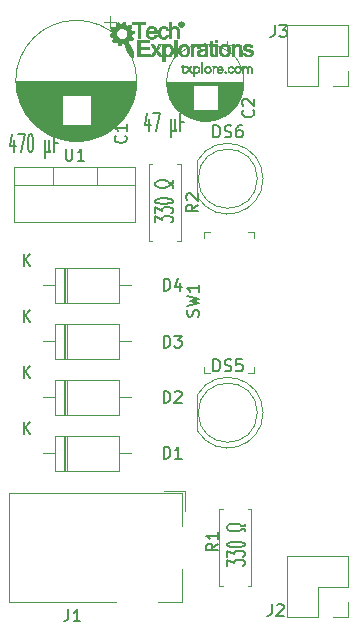
<source format=gto>
%TF.GenerationSoftware,KiCad,Pcbnew,(6.0.7-1)-1*%
%TF.CreationDate,2022-10-15T22:10:26+02:00*%
%TF.ProjectId,BreadboardPowerSupply_v2,42726561-6462-46f6-9172-64506f776572,2*%
%TF.SameCoordinates,Original*%
%TF.FileFunction,Legend,Top*%
%TF.FilePolarity,Positive*%
%FSLAX46Y46*%
G04 Gerber Fmt 4.6, Leading zero omitted, Abs format (unit mm)*
G04 Created by KiCad (PCBNEW (6.0.7-1)-1) date 2022-10-15 22:10:26*
%MOMM*%
%LPD*%
G01*
G04 APERTURE LIST*
%ADD10C,0.200000*%
%ADD11C,0.150000*%
%ADD12C,0.120000*%
%ADD13C,0.100000*%
%ADD14C,0.010000*%
G04 APERTURE END LIST*
D10*
X38074809Y-118169571D02*
X38074809Y-119169571D01*
X37884333Y-117598142D02*
X37693857Y-118669571D01*
X38189095Y-118669571D01*
X38417666Y-117669571D02*
X38951000Y-117669571D01*
X38608142Y-119169571D01*
X39408142Y-117669571D02*
X39484333Y-117669571D01*
X39560523Y-117741000D01*
X39598619Y-117812428D01*
X39636714Y-117955285D01*
X39674809Y-118241000D01*
X39674809Y-118598142D01*
X39636714Y-118883857D01*
X39598619Y-119026714D01*
X39560523Y-119098142D01*
X39484333Y-119169571D01*
X39408142Y-119169571D01*
X39331952Y-119098142D01*
X39293857Y-119026714D01*
X39255761Y-118883857D01*
X39217666Y-118598142D01*
X39217666Y-118241000D01*
X39255761Y-117955285D01*
X39293857Y-117812428D01*
X39331952Y-117741000D01*
X39408142Y-117669571D01*
X40627190Y-118169571D02*
X40627190Y-119669571D01*
X41008142Y-118955285D02*
X41046238Y-119098142D01*
X41122428Y-119169571D01*
X40627190Y-118955285D02*
X40665285Y-119098142D01*
X40741476Y-119169571D01*
X40893857Y-119169571D01*
X40970047Y-119098142D01*
X41008142Y-118955285D01*
X41008142Y-118169571D01*
X41731952Y-118383857D02*
X41465285Y-118383857D01*
X41465285Y-119169571D02*
X41465285Y-117669571D01*
X41846238Y-117669571D01*
X49504761Y-116391571D02*
X49504761Y-117391571D01*
X49314285Y-115820142D02*
X49123809Y-116891571D01*
X49619047Y-116891571D01*
X49847619Y-115891571D02*
X50380952Y-115891571D01*
X50038095Y-117391571D01*
X51295238Y-116391571D02*
X51295238Y-117891571D01*
X51676190Y-117177285D02*
X51714285Y-117320142D01*
X51790476Y-117391571D01*
X51295238Y-117177285D02*
X51333333Y-117320142D01*
X51409523Y-117391571D01*
X51561904Y-117391571D01*
X51638095Y-117320142D01*
X51676190Y-117177285D01*
X51676190Y-116391571D01*
X52400000Y-116605857D02*
X52133333Y-116605857D01*
X52133333Y-117391571D02*
X52133333Y-115891571D01*
X52514285Y-115891571D01*
X49978571Y-125107476D02*
X49978571Y-124612238D01*
X50550000Y-124878904D01*
X50550000Y-124764619D01*
X50621428Y-124688428D01*
X50692857Y-124650333D01*
X50835714Y-124612238D01*
X51192857Y-124612238D01*
X51335714Y-124650333D01*
X51407142Y-124688428D01*
X51478571Y-124764619D01*
X51478571Y-124993190D01*
X51407142Y-125069380D01*
X51335714Y-125107476D01*
X49978571Y-124345571D02*
X49978571Y-123850333D01*
X50550000Y-124117000D01*
X50550000Y-124002714D01*
X50621428Y-123926523D01*
X50692857Y-123888428D01*
X50835714Y-123850333D01*
X51192857Y-123850333D01*
X51335714Y-123888428D01*
X51407142Y-123926523D01*
X51478571Y-124002714D01*
X51478571Y-124231285D01*
X51407142Y-124307476D01*
X51335714Y-124345571D01*
X49978571Y-123355095D02*
X49978571Y-123278904D01*
X50050000Y-123202714D01*
X50121428Y-123164619D01*
X50264285Y-123126523D01*
X50550000Y-123088428D01*
X50907142Y-123088428D01*
X51192857Y-123126523D01*
X51335714Y-123164619D01*
X51407142Y-123202714D01*
X51478571Y-123278904D01*
X51478571Y-123355095D01*
X51407142Y-123431285D01*
X51335714Y-123469380D01*
X51192857Y-123507476D01*
X50907142Y-123545571D01*
X50550000Y-123545571D01*
X50264285Y-123507476D01*
X50121428Y-123469380D01*
X50050000Y-123431285D01*
X49978571Y-123355095D01*
X51478571Y-122174142D02*
X51478571Y-121983666D01*
X51192857Y-121983666D01*
X51121428Y-122059857D01*
X50978571Y-122136047D01*
X50764285Y-122174142D01*
X50407142Y-122174142D01*
X50192857Y-122136047D01*
X50050000Y-122059857D01*
X49978571Y-121945571D01*
X49978571Y-121793190D01*
X50050000Y-121678904D01*
X50192857Y-121602714D01*
X50407142Y-121564619D01*
X50764285Y-121564619D01*
X50978571Y-121602714D01*
X51121428Y-121678904D01*
X51192857Y-121755095D01*
X51478571Y-121755095D01*
X51478571Y-121564619D01*
X56074571Y-154190476D02*
X56074571Y-153695238D01*
X56646000Y-153961904D01*
X56646000Y-153847619D01*
X56717428Y-153771428D01*
X56788857Y-153733333D01*
X56931714Y-153695238D01*
X57288857Y-153695238D01*
X57431714Y-153733333D01*
X57503142Y-153771428D01*
X57574571Y-153847619D01*
X57574571Y-154076190D01*
X57503142Y-154152380D01*
X57431714Y-154190476D01*
X56074571Y-153428571D02*
X56074571Y-152933333D01*
X56646000Y-153200000D01*
X56646000Y-153085714D01*
X56717428Y-153009523D01*
X56788857Y-152971428D01*
X56931714Y-152933333D01*
X57288857Y-152933333D01*
X57431714Y-152971428D01*
X57503142Y-153009523D01*
X57574571Y-153085714D01*
X57574571Y-153314285D01*
X57503142Y-153390476D01*
X57431714Y-153428571D01*
X56074571Y-152438095D02*
X56074571Y-152361904D01*
X56146000Y-152285714D01*
X56217428Y-152247619D01*
X56360285Y-152209523D01*
X56646000Y-152171428D01*
X57003142Y-152171428D01*
X57288857Y-152209523D01*
X57431714Y-152247619D01*
X57503142Y-152285714D01*
X57574571Y-152361904D01*
X57574571Y-152438095D01*
X57503142Y-152514285D01*
X57431714Y-152552380D01*
X57288857Y-152590476D01*
X57003142Y-152628571D01*
X56646000Y-152628571D01*
X56360285Y-152590476D01*
X56217428Y-152552380D01*
X56146000Y-152514285D01*
X56074571Y-152438095D01*
X57574571Y-151257142D02*
X57574571Y-151066666D01*
X57288857Y-151066666D01*
X57217428Y-151142857D01*
X57074571Y-151219047D01*
X56860285Y-151257142D01*
X56503142Y-151257142D01*
X56288857Y-151219047D01*
X56146000Y-151142857D01*
X56074571Y-151028571D01*
X56074571Y-150876190D01*
X56146000Y-150761904D01*
X56288857Y-150685714D01*
X56503142Y-150647619D01*
X56860285Y-150647619D01*
X57074571Y-150685714D01*
X57217428Y-150761904D01*
X57288857Y-150838095D01*
X57574571Y-150838095D01*
X57574571Y-150647619D01*
D11*
%TO.C,J1*%
X42651666Y-157856380D02*
X42651666Y-158570666D01*
X42604047Y-158713523D01*
X42508809Y-158808761D01*
X42365952Y-158856380D01*
X42270714Y-158856380D01*
X43651666Y-158856380D02*
X43080238Y-158856380D01*
X43365952Y-158856380D02*
X43365952Y-157856380D01*
X43270714Y-157999238D01*
X43175476Y-158094476D01*
X43080238Y-158142095D01*
%TO.C,J2*%
X59864666Y-157440380D02*
X59864666Y-158154666D01*
X59817047Y-158297523D01*
X59721809Y-158392761D01*
X59578952Y-158440380D01*
X59483714Y-158440380D01*
X60293238Y-157535619D02*
X60340857Y-157488000D01*
X60436095Y-157440380D01*
X60674190Y-157440380D01*
X60769428Y-157488000D01*
X60817047Y-157535619D01*
X60864666Y-157630857D01*
X60864666Y-157726095D01*
X60817047Y-157868952D01*
X60245619Y-158440380D01*
X60864666Y-158440380D01*
%TO.C,SW1*%
X53645761Y-133082333D02*
X53693380Y-132939476D01*
X53693380Y-132701380D01*
X53645761Y-132606142D01*
X53598142Y-132558523D01*
X53502904Y-132510904D01*
X53407666Y-132510904D01*
X53312428Y-132558523D01*
X53264809Y-132606142D01*
X53217190Y-132701380D01*
X53169571Y-132891857D01*
X53121952Y-132987095D01*
X53074333Y-133034714D01*
X52979095Y-133082333D01*
X52883857Y-133082333D01*
X52788619Y-133034714D01*
X52741000Y-132987095D01*
X52693380Y-132891857D01*
X52693380Y-132653761D01*
X52741000Y-132510904D01*
X52693380Y-132177571D02*
X53693380Y-131939476D01*
X52979095Y-131749000D01*
X53693380Y-131558523D01*
X52693380Y-131320428D01*
X53693380Y-130415666D02*
X53693380Y-130987095D01*
X53693380Y-130701380D02*
X52693380Y-130701380D01*
X52836238Y-130796619D01*
X52931476Y-130891857D01*
X52979095Y-130987095D01*
%TO.C,J3*%
X60118666Y-108418380D02*
X60118666Y-109132666D01*
X60071047Y-109275523D01*
X59975809Y-109370761D01*
X59832952Y-109418380D01*
X59737714Y-109418380D01*
X60499619Y-108418380D02*
X61118666Y-108418380D01*
X60785333Y-108799333D01*
X60928190Y-108799333D01*
X61023428Y-108846952D01*
X61071047Y-108894571D01*
X61118666Y-108989809D01*
X61118666Y-109227904D01*
X61071047Y-109323142D01*
X61023428Y-109370761D01*
X60928190Y-109418380D01*
X60642476Y-109418380D01*
X60547238Y-109370761D01*
X60499619Y-109323142D01*
%TO.C,D2*%
X50696904Y-140406380D02*
X50696904Y-139406380D01*
X50935000Y-139406380D01*
X51077857Y-139454000D01*
X51173095Y-139549238D01*
X51220714Y-139644476D01*
X51268333Y-139834952D01*
X51268333Y-139977809D01*
X51220714Y-140168285D01*
X51173095Y-140263523D01*
X51077857Y-140358761D01*
X50935000Y-140406380D01*
X50696904Y-140406380D01*
X51649285Y-139501619D02*
X51696904Y-139454000D01*
X51792142Y-139406380D01*
X52030238Y-139406380D01*
X52125476Y-139454000D01*
X52173095Y-139501619D01*
X52220714Y-139596857D01*
X52220714Y-139692095D01*
X52173095Y-139834952D01*
X51601666Y-140406380D01*
X52220714Y-140406380D01*
X38854095Y-138264046D02*
X38854095Y-137264046D01*
X39425523Y-138264046D02*
X38996952Y-137692618D01*
X39425523Y-137264046D02*
X38854095Y-137835475D01*
%TO.C,U1*%
X42418095Y-118880380D02*
X42418095Y-119689904D01*
X42465714Y-119785142D01*
X42513333Y-119832761D01*
X42608571Y-119880380D01*
X42799047Y-119880380D01*
X42894285Y-119832761D01*
X42941904Y-119785142D01*
X42989523Y-119689904D01*
X42989523Y-118880380D01*
X43989523Y-119880380D02*
X43418095Y-119880380D01*
X43703809Y-119880380D02*
X43703809Y-118880380D01*
X43608571Y-119023238D01*
X43513333Y-119118476D01*
X43418095Y-119166095D01*
%TO.C,R2*%
X53622380Y-123610666D02*
X53146190Y-123944000D01*
X53622380Y-124182095D02*
X52622380Y-124182095D01*
X52622380Y-123801142D01*
X52670000Y-123705904D01*
X52717619Y-123658285D01*
X52812857Y-123610666D01*
X52955714Y-123610666D01*
X53050952Y-123658285D01*
X53098571Y-123705904D01*
X53146190Y-123801142D01*
X53146190Y-124182095D01*
X52717619Y-123229714D02*
X52670000Y-123182095D01*
X52622380Y-123086857D01*
X52622380Y-122848761D01*
X52670000Y-122753523D01*
X52717619Y-122705904D01*
X52812857Y-122658285D01*
X52908095Y-122658285D01*
X53050952Y-122705904D01*
X53622380Y-123277333D01*
X53622380Y-122658285D01*
%TO.C,C2*%
X58269142Y-115609666D02*
X58316761Y-115657285D01*
X58364380Y-115800142D01*
X58364380Y-115895380D01*
X58316761Y-116038238D01*
X58221523Y-116133476D01*
X58126285Y-116181095D01*
X57935809Y-116228714D01*
X57792952Y-116228714D01*
X57602476Y-116181095D01*
X57507238Y-116133476D01*
X57412000Y-116038238D01*
X57364380Y-115895380D01*
X57364380Y-115800142D01*
X57412000Y-115657285D01*
X57459619Y-115609666D01*
X57459619Y-115228714D02*
X57412000Y-115181095D01*
X57364380Y-115085857D01*
X57364380Y-114847761D01*
X57412000Y-114752523D01*
X57459619Y-114704904D01*
X57554857Y-114657285D01*
X57650095Y-114657285D01*
X57792952Y-114704904D01*
X58364380Y-115276333D01*
X58364380Y-114657285D01*
%TO.C,D3*%
X50696904Y-135707380D02*
X50696904Y-134707380D01*
X50935000Y-134707380D01*
X51077857Y-134755000D01*
X51173095Y-134850238D01*
X51220714Y-134945476D01*
X51268333Y-135135952D01*
X51268333Y-135278809D01*
X51220714Y-135469285D01*
X51173095Y-135564523D01*
X51077857Y-135659761D01*
X50935000Y-135707380D01*
X50696904Y-135707380D01*
X51601666Y-134707380D02*
X52220714Y-134707380D01*
X51887380Y-135088333D01*
X52030238Y-135088333D01*
X52125476Y-135135952D01*
X52173095Y-135183571D01*
X52220714Y-135278809D01*
X52220714Y-135516904D01*
X52173095Y-135612142D01*
X52125476Y-135659761D01*
X52030238Y-135707380D01*
X51744523Y-135707380D01*
X51649285Y-135659761D01*
X51601666Y-135612142D01*
X38854095Y-133522713D02*
X38854095Y-132522713D01*
X39425523Y-133522713D02*
X38996952Y-132951285D01*
X39425523Y-132522713D02*
X38854095Y-133094142D01*
%TO.C,D4*%
X50696904Y-130881380D02*
X50696904Y-129881380D01*
X50935000Y-129881380D01*
X51077857Y-129929000D01*
X51173095Y-130024238D01*
X51220714Y-130119476D01*
X51268333Y-130309952D01*
X51268333Y-130452809D01*
X51220714Y-130643285D01*
X51173095Y-130738523D01*
X51077857Y-130833761D01*
X50935000Y-130881380D01*
X50696904Y-130881380D01*
X52125476Y-130214714D02*
X52125476Y-130881380D01*
X51887380Y-129833761D02*
X51649285Y-130548047D01*
X52268333Y-130548047D01*
X38854095Y-128781380D02*
X38854095Y-127781380D01*
X39425523Y-128781380D02*
X38996952Y-128209952D01*
X39425523Y-127781380D02*
X38854095Y-128352809D01*
%TO.C,D1*%
X50696904Y-145105380D02*
X50696904Y-144105380D01*
X50935000Y-144105380D01*
X51077857Y-144153000D01*
X51173095Y-144248238D01*
X51220714Y-144343476D01*
X51268333Y-144533952D01*
X51268333Y-144676809D01*
X51220714Y-144867285D01*
X51173095Y-144962523D01*
X51077857Y-145057761D01*
X50935000Y-145105380D01*
X50696904Y-145105380D01*
X52220714Y-145105380D02*
X51649285Y-145105380D01*
X51935000Y-145105380D02*
X51935000Y-144105380D01*
X51839761Y-144248238D01*
X51744523Y-144343476D01*
X51649285Y-144391095D01*
X38854095Y-143005380D02*
X38854095Y-142005380D01*
X39425523Y-143005380D02*
X38996952Y-142433952D01*
X39425523Y-142005380D02*
X38854095Y-142576809D01*
%TO.C,R1*%
X55316380Y-152312666D02*
X54840190Y-152646000D01*
X55316380Y-152884095D02*
X54316380Y-152884095D01*
X54316380Y-152503142D01*
X54364000Y-152407904D01*
X54411619Y-152360285D01*
X54506857Y-152312666D01*
X54649714Y-152312666D01*
X54744952Y-152360285D01*
X54792571Y-152407904D01*
X54840190Y-152503142D01*
X54840190Y-152884095D01*
X55316380Y-151360285D02*
X55316380Y-151931714D01*
X55316380Y-151646000D02*
X54316380Y-151646000D01*
X54459238Y-151741238D01*
X54554476Y-151836476D01*
X54602095Y-151931714D01*
%TO.C,C1*%
X47474142Y-117768666D02*
X47521761Y-117816285D01*
X47569380Y-117959142D01*
X47569380Y-118054380D01*
X47521761Y-118197238D01*
X47426523Y-118292476D01*
X47331285Y-118340095D01*
X47140809Y-118387714D01*
X46997952Y-118387714D01*
X46807476Y-118340095D01*
X46712238Y-118292476D01*
X46617000Y-118197238D01*
X46569380Y-118054380D01*
X46569380Y-117959142D01*
X46617000Y-117816285D01*
X46664619Y-117768666D01*
X47569380Y-116816285D02*
X47569380Y-117387714D01*
X47569380Y-117102000D02*
X46569380Y-117102000D01*
X46712238Y-117197238D01*
X46807476Y-117292476D01*
X46855095Y-117387714D01*
%TO.C,DS5*%
X54919714Y-137716380D02*
X54919714Y-136716380D01*
X55157809Y-136716380D01*
X55300666Y-136764000D01*
X55395904Y-136859238D01*
X55443523Y-136954476D01*
X55491142Y-137144952D01*
X55491142Y-137287809D01*
X55443523Y-137478285D01*
X55395904Y-137573523D01*
X55300666Y-137668761D01*
X55157809Y-137716380D01*
X54919714Y-137716380D01*
X55872095Y-137668761D02*
X56014952Y-137716380D01*
X56253047Y-137716380D01*
X56348285Y-137668761D01*
X56395904Y-137621142D01*
X56443523Y-137525904D01*
X56443523Y-137430666D01*
X56395904Y-137335428D01*
X56348285Y-137287809D01*
X56253047Y-137240190D01*
X56062571Y-137192571D01*
X55967333Y-137144952D01*
X55919714Y-137097333D01*
X55872095Y-137002095D01*
X55872095Y-136906857D01*
X55919714Y-136811619D01*
X55967333Y-136764000D01*
X56062571Y-136716380D01*
X56300666Y-136716380D01*
X56443523Y-136764000D01*
X57348285Y-136716380D02*
X56872095Y-136716380D01*
X56824476Y-137192571D01*
X56872095Y-137144952D01*
X56967333Y-137097333D01*
X57205428Y-137097333D01*
X57300666Y-137144952D01*
X57348285Y-137192571D01*
X57395904Y-137287809D01*
X57395904Y-137525904D01*
X57348285Y-137621142D01*
X57300666Y-137668761D01*
X57205428Y-137716380D01*
X56967333Y-137716380D01*
X56872095Y-137668761D01*
X56824476Y-137621142D01*
%TO.C,DS6*%
X54919714Y-117904380D02*
X54919714Y-116904380D01*
X55157809Y-116904380D01*
X55300666Y-116952000D01*
X55395904Y-117047238D01*
X55443523Y-117142476D01*
X55491142Y-117332952D01*
X55491142Y-117475809D01*
X55443523Y-117666285D01*
X55395904Y-117761523D01*
X55300666Y-117856761D01*
X55157809Y-117904380D01*
X54919714Y-117904380D01*
X55872095Y-117856761D02*
X56014952Y-117904380D01*
X56253047Y-117904380D01*
X56348285Y-117856761D01*
X56395904Y-117809142D01*
X56443523Y-117713904D01*
X56443523Y-117618666D01*
X56395904Y-117523428D01*
X56348285Y-117475809D01*
X56253047Y-117428190D01*
X56062571Y-117380571D01*
X55967333Y-117332952D01*
X55919714Y-117285333D01*
X55872095Y-117190095D01*
X55872095Y-117094857D01*
X55919714Y-116999619D01*
X55967333Y-116952000D01*
X56062571Y-116904380D01*
X56300666Y-116904380D01*
X56443523Y-116952000D01*
X57300666Y-116904380D02*
X57110190Y-116904380D01*
X57014952Y-116952000D01*
X56967333Y-116999619D01*
X56872095Y-117142476D01*
X56824476Y-117332952D01*
X56824476Y-117713904D01*
X56872095Y-117809142D01*
X56919714Y-117856761D01*
X57014952Y-117904380D01*
X57205428Y-117904380D01*
X57300666Y-117856761D01*
X57348285Y-117809142D01*
X57395904Y-117713904D01*
X57395904Y-117475809D01*
X57348285Y-117380571D01*
X57300666Y-117332952D01*
X57205428Y-117285333D01*
X57014952Y-117285333D01*
X56919714Y-117332952D01*
X56872095Y-117380571D01*
X56824476Y-117475809D01*
D12*
%TO.C,J1*%
X50735000Y-147814000D02*
X52475000Y-147814000D01*
X37635000Y-157254000D02*
X37635000Y-148054000D01*
X52235000Y-154454000D02*
X52235000Y-157254000D01*
X46635000Y-157254000D02*
X37635000Y-157254000D01*
X52235000Y-157254000D02*
X50235000Y-157254000D01*
X37635000Y-148054000D02*
X52235000Y-148054000D01*
X52235000Y-148054000D02*
X52235000Y-150854000D01*
X52475000Y-147814000D02*
X52475000Y-149554000D01*
%TO.C,J2*%
X66354000Y-157226000D02*
X66354000Y-158556000D01*
X63754000Y-158556000D02*
X61154000Y-158556000D01*
X66354000Y-153356000D02*
X61154000Y-153356000D01*
X63754000Y-155956000D02*
X63754000Y-158556000D01*
X66354000Y-155956000D02*
X63754000Y-155956000D01*
X66354000Y-158556000D02*
X65024000Y-158556000D01*
X61154000Y-158556000D02*
X61154000Y-153356000D01*
X66354000Y-155956000D02*
X66354000Y-153356000D01*
D13*
%TO.C,SW1*%
X54161000Y-125939000D02*
X54661000Y-125939000D01*
X58361000Y-125939000D02*
X57861000Y-125939000D01*
X58361000Y-137839000D02*
X58361000Y-137339000D01*
X58361000Y-137839000D02*
X57861000Y-137839000D01*
X54161000Y-137839000D02*
X54661000Y-137839000D01*
X54161000Y-125939000D02*
X54161000Y-126439000D01*
X54161000Y-137839000D02*
X54161000Y-137339000D01*
X58361000Y-125939000D02*
X58361000Y-126439000D01*
D12*
%TO.C,J3*%
X63754000Y-113598000D02*
X61154000Y-113598000D01*
X61154000Y-113598000D02*
X61154000Y-108398000D01*
X63754000Y-110998000D02*
X63754000Y-113598000D01*
X66354000Y-110998000D02*
X66354000Y-108398000D01*
X66354000Y-110998000D02*
X63754000Y-110998000D01*
X66354000Y-113598000D02*
X65024000Y-113598000D01*
X66354000Y-112268000D02*
X66354000Y-113598000D01*
X66354000Y-108398000D02*
X61154000Y-108398000D01*
%TO.C,D2*%
X42496000Y-138441666D02*
X42496000Y-141381666D01*
X42376000Y-138441666D02*
X42376000Y-141381666D01*
X46916000Y-141381666D02*
X46916000Y-138441666D01*
X42256000Y-138441666D02*
X42256000Y-141381666D01*
X47936000Y-139911666D02*
X46916000Y-139911666D01*
X41476000Y-138441666D02*
X41476000Y-141381666D01*
X41476000Y-141381666D02*
X46916000Y-141381666D01*
X40456000Y-139911666D02*
X41476000Y-139911666D01*
X46916000Y-138441666D02*
X41476000Y-138441666D01*
%TO.C,U1*%
X38060000Y-120428000D02*
X48300000Y-120428000D01*
X38060000Y-125069000D02*
X48300000Y-125069000D01*
X48300000Y-120428000D02*
X48300000Y-125069000D01*
X38060000Y-120428000D02*
X38060000Y-125069000D01*
X41330000Y-120428000D02*
X41330000Y-121938000D01*
X38060000Y-121938000D02*
X48300000Y-121938000D01*
X45031000Y-120428000D02*
X45031000Y-121938000D01*
%TO.C,R2*%
X49430000Y-126714000D02*
X49760000Y-126714000D01*
X49430000Y-120174000D02*
X49430000Y-126714000D01*
X52170000Y-120174000D02*
X52170000Y-126714000D01*
X51840000Y-120174000D02*
X52170000Y-120174000D01*
X49760000Y-120174000D02*
X49430000Y-120174000D01*
X52170000Y-126714000D02*
X51840000Y-126714000D01*
%TO.C,C2*%
X57418000Y-113784000D02*
X55269000Y-113784000D01*
X55810000Y-116105000D02*
X52648000Y-116105000D01*
X57247000Y-114425000D02*
X55269000Y-114425000D01*
X53189000Y-114025000D02*
X51088000Y-114025000D01*
X53189000Y-115345000D02*
X51745000Y-115345000D01*
X56865000Y-115145000D02*
X55269000Y-115145000D01*
X57327000Y-114185000D02*
X55269000Y-114185000D01*
X53189000Y-114665000D02*
X51313000Y-114665000D01*
X53189000Y-114585000D02*
X51277000Y-114585000D01*
X56893000Y-115105000D02*
X55269000Y-115105000D01*
X53189000Y-114345000D02*
X51182000Y-114345000D01*
X53189000Y-114945000D02*
X51463000Y-114945000D01*
X57360000Y-114065000D02*
X55269000Y-114065000D01*
X56534000Y-115545000D02*
X55269000Y-115545000D01*
X53189000Y-115025000D02*
X51513000Y-115025000D01*
X54862000Y-116465000D02*
X53596000Y-116465000D01*
X53189000Y-115545000D02*
X51924000Y-115545000D01*
X56945000Y-115025000D02*
X55269000Y-115025000D01*
X57444000Y-113584000D02*
X55269000Y-113584000D01*
X57453000Y-113464000D02*
X51005000Y-113464000D01*
X57459000Y-113344000D02*
X50999000Y-113344000D01*
X57451000Y-113504000D02*
X55269000Y-113504000D01*
X57276000Y-114345000D02*
X55269000Y-114345000D01*
X57379000Y-113985000D02*
X55269000Y-113985000D01*
X57459000Y-113264000D02*
X50999000Y-113264000D01*
X56777000Y-115265000D02*
X55269000Y-115265000D01*
X57339000Y-114145000D02*
X55269000Y-114145000D01*
X56679000Y-115385000D02*
X55269000Y-115385000D01*
X53189000Y-113904000D02*
X51062000Y-113904000D01*
X53189000Y-114265000D02*
X51155000Y-114265000D01*
X53189000Y-113784000D02*
X51040000Y-113784000D01*
X56411000Y-115665000D02*
X52047000Y-115665000D01*
X57456000Y-113424000D02*
X51002000Y-113424000D01*
X53189000Y-115265000D02*
X51681000Y-115265000D01*
X53189000Y-114545000D02*
X51259000Y-114545000D01*
X53189000Y-115145000D02*
X51593000Y-115145000D01*
X53189000Y-115225000D02*
X51651000Y-115225000D01*
X53189000Y-114145000D02*
X51119000Y-114145000D01*
X55879000Y-116065000D02*
X52579000Y-116065000D01*
X57370000Y-114025000D02*
X55269000Y-114025000D01*
X56068000Y-109763759D02*
X56068000Y-110393759D01*
X53189000Y-114825000D02*
X51395000Y-114825000D01*
X53189000Y-115385000D02*
X51779000Y-115385000D01*
X53189000Y-114305000D02*
X51168000Y-114305000D01*
X57145000Y-114665000D02*
X55269000Y-114665000D01*
X53189000Y-114785000D02*
X51373000Y-114785000D01*
X53189000Y-114065000D02*
X51098000Y-114065000D01*
X53189000Y-114505000D02*
X51243000Y-114505000D01*
X57215000Y-114505000D02*
X55269000Y-114505000D01*
X55394000Y-116305000D02*
X53064000Y-116305000D01*
X53189000Y-113864000D02*
X51054000Y-113864000D01*
X57457000Y-113384000D02*
X51001000Y-113384000D01*
X57396000Y-113904000D02*
X55269000Y-113904000D01*
X56173000Y-115865000D02*
X52285000Y-115865000D01*
X56745000Y-115305000D02*
X55269000Y-115305000D01*
X53189000Y-115185000D02*
X51622000Y-115185000D01*
X57163000Y-114625000D02*
X55269000Y-114625000D01*
X57435000Y-113664000D02*
X55269000Y-113664000D01*
X57424000Y-113744000D02*
X55269000Y-113744000D01*
X57290000Y-114305000D02*
X55269000Y-114305000D01*
X56645000Y-115425000D02*
X55269000Y-115425000D01*
X53189000Y-113704000D02*
X51028000Y-113704000D01*
X57125000Y-114705000D02*
X55269000Y-114705000D01*
X56321000Y-115745000D02*
X52137000Y-115745000D01*
X55661000Y-116185000D02*
X52797000Y-116185000D01*
X57404000Y-113864000D02*
X55269000Y-113864000D01*
X56919000Y-115065000D02*
X55269000Y-115065000D01*
X55169000Y-116385000D02*
X53289000Y-116385000D01*
X55579000Y-116225000D02*
X52879000Y-116225000D01*
X56572000Y-115505000D02*
X55269000Y-115505000D01*
X57447000Y-113544000D02*
X55269000Y-113544000D01*
X53189000Y-114385000D02*
X51196000Y-114385000D01*
X53189000Y-114745000D02*
X51353000Y-114745000D01*
X56366000Y-115705000D02*
X52092000Y-115705000D01*
X55738000Y-116145000D02*
X52720000Y-116145000D01*
X53189000Y-114105000D02*
X51108000Y-114105000D01*
X56453000Y-115625000D02*
X52005000Y-115625000D01*
X57063000Y-114825000D02*
X55269000Y-114825000D01*
X57105000Y-114745000D02*
X55269000Y-114745000D01*
X53189000Y-115065000D02*
X51539000Y-115065000D01*
X57199000Y-114545000D02*
X55269000Y-114545000D01*
X56383000Y-110078759D02*
X55753000Y-110078759D01*
X56063000Y-115945000D02*
X52395000Y-115945000D01*
X57388000Y-113944000D02*
X55269000Y-113944000D01*
X57350000Y-114105000D02*
X55269000Y-114105000D01*
X53189000Y-113824000D02*
X51047000Y-113824000D01*
X53189000Y-114185000D02*
X51131000Y-114185000D01*
X53189000Y-115105000D02*
X51565000Y-115105000D01*
X56494000Y-115585000D02*
X51964000Y-115585000D01*
X53189000Y-113624000D02*
X51018000Y-113624000D01*
X57303000Y-114265000D02*
X55269000Y-114265000D01*
X56971000Y-114985000D02*
X55269000Y-114985000D01*
X53189000Y-113744000D02*
X51034000Y-113744000D01*
X56836000Y-115185000D02*
X55269000Y-115185000D01*
X57315000Y-114225000D02*
X55269000Y-114225000D01*
X56995000Y-114945000D02*
X55269000Y-114945000D01*
X53189000Y-114225000D02*
X51143000Y-114225000D01*
X57440000Y-113624000D02*
X55269000Y-113624000D01*
X53189000Y-114425000D02*
X51211000Y-114425000D01*
X55491000Y-116265000D02*
X52967000Y-116265000D01*
X53189000Y-114865000D02*
X51417000Y-114865000D01*
X53189000Y-115425000D02*
X51813000Y-115425000D01*
X53189000Y-113504000D02*
X51007000Y-113504000D01*
X53189000Y-113664000D02*
X51023000Y-113664000D01*
X53189000Y-115465000D02*
X51849000Y-115465000D01*
X53189000Y-113584000D02*
X51014000Y-113584000D01*
X53189000Y-114985000D02*
X51487000Y-114985000D01*
X56807000Y-115225000D02*
X55269000Y-115225000D01*
X53189000Y-114905000D02*
X51439000Y-114905000D01*
X56273000Y-115785000D02*
X52185000Y-115785000D01*
X56713000Y-115345000D02*
X55269000Y-115345000D01*
X53189000Y-113944000D02*
X51070000Y-113944000D01*
X57430000Y-113704000D02*
X55269000Y-113704000D01*
X53189000Y-115505000D02*
X51886000Y-115505000D01*
X54631000Y-116505000D02*
X53827000Y-116505000D01*
X56119000Y-115905000D02*
X52339000Y-115905000D01*
X56609000Y-115465000D02*
X55269000Y-115465000D01*
X57231000Y-114465000D02*
X55269000Y-114465000D01*
X53189000Y-113544000D02*
X51011000Y-113544000D01*
X57459000Y-113304000D02*
X50999000Y-113304000D01*
X56224000Y-115825000D02*
X52234000Y-115825000D01*
X56005000Y-115985000D02*
X52453000Y-115985000D01*
X53189000Y-114705000D02*
X51333000Y-114705000D01*
X53189000Y-114625000D02*
X51295000Y-114625000D01*
X53189000Y-115305000D02*
X51713000Y-115305000D01*
X53189000Y-114465000D02*
X51227000Y-114465000D01*
X57262000Y-114385000D02*
X55269000Y-114385000D01*
X57411000Y-113824000D02*
X55269000Y-113824000D01*
X55288000Y-116345000D02*
X53170000Y-116345000D01*
X57041000Y-114865000D02*
X55269000Y-114865000D01*
X53189000Y-113985000D02*
X51079000Y-113985000D01*
X57085000Y-114785000D02*
X55269000Y-114785000D01*
X57181000Y-114585000D02*
X55269000Y-114585000D01*
X55943000Y-116025000D02*
X52515000Y-116025000D01*
X55031000Y-116425000D02*
X53427000Y-116425000D01*
X57019000Y-114905000D02*
X55269000Y-114905000D01*
X57499000Y-113264000D02*
G75*
G03*
X57499000Y-113264000I-3270000J0D01*
G01*
%TO.C,D3*%
X41476000Y-136640333D02*
X46916000Y-136640333D01*
X46916000Y-133700333D02*
X41476000Y-133700333D01*
X42496000Y-133700333D02*
X42496000Y-136640333D01*
X46916000Y-136640333D02*
X46916000Y-133700333D01*
X42376000Y-133700333D02*
X42376000Y-136640333D01*
X40456000Y-135170333D02*
X41476000Y-135170333D01*
X42256000Y-133700333D02*
X42256000Y-136640333D01*
X47936000Y-135170333D02*
X46916000Y-135170333D01*
X41476000Y-133700333D02*
X41476000Y-136640333D01*
%TO.C,D4*%
X46916000Y-131899000D02*
X46916000Y-128959000D01*
X46916000Y-128959000D02*
X41476000Y-128959000D01*
X42256000Y-128959000D02*
X42256000Y-131899000D01*
X40456000Y-130429000D02*
X41476000Y-130429000D01*
X41476000Y-131899000D02*
X46916000Y-131899000D01*
X42496000Y-128959000D02*
X42496000Y-131899000D01*
X42376000Y-128959000D02*
X42376000Y-131899000D01*
X47936000Y-130429000D02*
X46916000Y-130429000D01*
X41476000Y-128959000D02*
X41476000Y-131899000D01*
%TO.C,D1*%
X42496000Y-143183000D02*
X42496000Y-146123000D01*
X46916000Y-143183000D02*
X41476000Y-143183000D01*
X42256000Y-143183000D02*
X42256000Y-146123000D01*
X42376000Y-143183000D02*
X42376000Y-146123000D01*
X46916000Y-146123000D02*
X46916000Y-143183000D01*
X47936000Y-144653000D02*
X46916000Y-144653000D01*
X41476000Y-146123000D02*
X46916000Y-146123000D01*
X40456000Y-144653000D02*
X41476000Y-144653000D01*
X41476000Y-143183000D02*
X41476000Y-146123000D01*
%TO.C,R1*%
X55729000Y-155924000D02*
X55399000Y-155924000D01*
X57809000Y-155924000D02*
X58139000Y-155924000D01*
X58139000Y-149384000D02*
X57809000Y-149384000D01*
X55399000Y-155924000D02*
X55399000Y-149384000D01*
X58139000Y-155924000D02*
X58139000Y-149384000D01*
X55399000Y-149384000D02*
X55729000Y-149384000D01*
%TO.C,G\u002A\u002A\u002A*%
G36*
X50745382Y-108504977D02*
G01*
X50801918Y-108514311D01*
X50854626Y-108529550D01*
X50872191Y-108536411D01*
X50919764Y-108560776D01*
X50962987Y-108591684D01*
X51000940Y-108628288D01*
X51032705Y-108669739D01*
X51050883Y-108701417D01*
X51059054Y-108720092D01*
X51067736Y-108743722D01*
X51075852Y-108768996D01*
X51082327Y-108792606D01*
X51085642Y-108808308D01*
X51088610Y-108826300D01*
X50907275Y-108826300D01*
X50900105Y-108792937D01*
X50887955Y-108755594D01*
X50868708Y-108722670D01*
X50842785Y-108694690D01*
X50810607Y-108672176D01*
X50797883Y-108665656D01*
X50772505Y-108655070D01*
X50747981Y-108648053D01*
X50721612Y-108644091D01*
X50690698Y-108642669D01*
X50677233Y-108642688D01*
X50632986Y-108645767D01*
X50593899Y-108654273D01*
X50558263Y-108668683D01*
X50534493Y-108682515D01*
X50500413Y-108709833D01*
X50470378Y-108744150D01*
X50444718Y-108784855D01*
X50423764Y-108831339D01*
X50407848Y-108882991D01*
X50397980Y-108934250D01*
X50395707Y-108957279D01*
X50394337Y-108986342D01*
X50393848Y-109019057D01*
X50394217Y-109053042D01*
X50395421Y-109085914D01*
X50397437Y-109115291D01*
X50399905Y-109136618D01*
X50411545Y-109192555D01*
X50428651Y-109243155D01*
X50450953Y-109288075D01*
X50478179Y-109326973D01*
X50510058Y-109359507D01*
X50546318Y-109385333D01*
X50586690Y-109404109D01*
X50618892Y-109413230D01*
X50641190Y-109416404D01*
X50668013Y-109417831D01*
X50696642Y-109417593D01*
X50724360Y-109415767D01*
X50748449Y-109412432D01*
X50762320Y-109409047D01*
X50801399Y-109392746D01*
X50835145Y-109370827D01*
X50862958Y-109343918D01*
X50884236Y-109312646D01*
X50898379Y-109277640D01*
X50901776Y-109263392D01*
X50906934Y-109236933D01*
X51088610Y-109236933D01*
X51085642Y-109254925D01*
X51079984Y-109280311D01*
X51071243Y-109309218D01*
X51060680Y-109337964D01*
X51049557Y-109362869D01*
X51046942Y-109367869D01*
X51018984Y-109412107D01*
X50986359Y-109450078D01*
X50948527Y-109482183D01*
X50904949Y-109508821D01*
X50855086Y-109530393D01*
X50808466Y-109544756D01*
X50790980Y-109548968D01*
X50774363Y-109552016D01*
X50756486Y-109554128D01*
X50735218Y-109555532D01*
X50708429Y-109556454D01*
X50696283Y-109556727D01*
X50670221Y-109556987D01*
X50645058Y-109556758D01*
X50622896Y-109556092D01*
X50605834Y-109555042D01*
X50598916Y-109554250D01*
X50539866Y-109541236D01*
X50483744Y-109521192D01*
X50431414Y-109494614D01*
X50383744Y-109461999D01*
X50341597Y-109423845D01*
X50312723Y-109390041D01*
X50293931Y-109362164D01*
X50275132Y-109328800D01*
X50257761Y-109292805D01*
X50243255Y-109257035D01*
X50237853Y-109241167D01*
X50222191Y-109179990D01*
X50212309Y-109114968D01*
X50208160Y-109047788D01*
X50209700Y-108980137D01*
X50216883Y-108913702D01*
X50229666Y-108850170D01*
X50248002Y-108791228D01*
X50249971Y-108786083D01*
X50276445Y-108728514D01*
X50308580Y-108677183D01*
X50346299Y-108632167D01*
X50389522Y-108593542D01*
X50438170Y-108561386D01*
X50492163Y-108535777D01*
X50514798Y-108527531D01*
X50569728Y-108512825D01*
X50627596Y-108504192D01*
X50686711Y-108501590D01*
X50745382Y-108504977D01*
G37*
D14*
X50745382Y-108504977D02*
X50801918Y-108514311D01*
X50854626Y-108529550D01*
X50872191Y-108536411D01*
X50919764Y-108560776D01*
X50962987Y-108591684D01*
X51000940Y-108628288D01*
X51032705Y-108669739D01*
X51050883Y-108701417D01*
X51059054Y-108720092D01*
X51067736Y-108743722D01*
X51075852Y-108768996D01*
X51082327Y-108792606D01*
X51085642Y-108808308D01*
X51088610Y-108826300D01*
X50907275Y-108826300D01*
X50900105Y-108792937D01*
X50887955Y-108755594D01*
X50868708Y-108722670D01*
X50842785Y-108694690D01*
X50810607Y-108672176D01*
X50797883Y-108665656D01*
X50772505Y-108655070D01*
X50747981Y-108648053D01*
X50721612Y-108644091D01*
X50690698Y-108642669D01*
X50677233Y-108642688D01*
X50632986Y-108645767D01*
X50593899Y-108654273D01*
X50558263Y-108668683D01*
X50534493Y-108682515D01*
X50500413Y-108709833D01*
X50470378Y-108744150D01*
X50444718Y-108784855D01*
X50423764Y-108831339D01*
X50407848Y-108882991D01*
X50397980Y-108934250D01*
X50395707Y-108957279D01*
X50394337Y-108986342D01*
X50393848Y-109019057D01*
X50394217Y-109053042D01*
X50395421Y-109085914D01*
X50397437Y-109115291D01*
X50399905Y-109136618D01*
X50411545Y-109192555D01*
X50428651Y-109243155D01*
X50450953Y-109288075D01*
X50478179Y-109326973D01*
X50510058Y-109359507D01*
X50546318Y-109385333D01*
X50586690Y-109404109D01*
X50618892Y-109413230D01*
X50641190Y-109416404D01*
X50668013Y-109417831D01*
X50696642Y-109417593D01*
X50724360Y-109415767D01*
X50748449Y-109412432D01*
X50762320Y-109409047D01*
X50801399Y-109392746D01*
X50835145Y-109370827D01*
X50862958Y-109343918D01*
X50884236Y-109312646D01*
X50898379Y-109277640D01*
X50901776Y-109263392D01*
X50906934Y-109236933D01*
X51088610Y-109236933D01*
X51085642Y-109254925D01*
X51079984Y-109280311D01*
X51071243Y-109309218D01*
X51060680Y-109337964D01*
X51049557Y-109362869D01*
X51046942Y-109367869D01*
X51018984Y-109412107D01*
X50986359Y-109450078D01*
X50948527Y-109482183D01*
X50904949Y-109508821D01*
X50855086Y-109530393D01*
X50808466Y-109544756D01*
X50790980Y-109548968D01*
X50774363Y-109552016D01*
X50756486Y-109554128D01*
X50735218Y-109555532D01*
X50708429Y-109556454D01*
X50696283Y-109556727D01*
X50670221Y-109556987D01*
X50645058Y-109556758D01*
X50622896Y-109556092D01*
X50605834Y-109555042D01*
X50598916Y-109554250D01*
X50539866Y-109541236D01*
X50483744Y-109521192D01*
X50431414Y-109494614D01*
X50383744Y-109461999D01*
X50341597Y-109423845D01*
X50312723Y-109390041D01*
X50293931Y-109362164D01*
X50275132Y-109328800D01*
X50257761Y-109292805D01*
X50243255Y-109257035D01*
X50237853Y-109241167D01*
X50222191Y-109179990D01*
X50212309Y-109114968D01*
X50208160Y-109047788D01*
X50209700Y-108980137D01*
X50216883Y-108913702D01*
X50229666Y-108850170D01*
X50248002Y-108791228D01*
X50249971Y-108786083D01*
X50276445Y-108728514D01*
X50308580Y-108677183D01*
X50346299Y-108632167D01*
X50389522Y-108593542D01*
X50438170Y-108561386D01*
X50492163Y-108535777D01*
X50514798Y-108527531D01*
X50569728Y-108512825D01*
X50627596Y-108504192D01*
X50686711Y-108501590D01*
X50745382Y-108504977D01*
G36*
X52366333Y-111903933D02*
G01*
X52518733Y-111903933D01*
X52518733Y-111967433D01*
X52365997Y-111967433D01*
X52367223Y-112152641D01*
X52367534Y-112197200D01*
X52367848Y-112234090D01*
X52368203Y-112264110D01*
X52368639Y-112288057D01*
X52369194Y-112306730D01*
X52369906Y-112320926D01*
X52370816Y-112331444D01*
X52371961Y-112339083D01*
X52373380Y-112344639D01*
X52375113Y-112348911D01*
X52376916Y-112352224D01*
X52387386Y-112367178D01*
X52399041Y-112376810D01*
X52413964Y-112382112D01*
X52434239Y-112384075D01*
X52443916Y-112384152D01*
X52467418Y-112382870D01*
X52487762Y-112379682D01*
X52497401Y-112376931D01*
X52508726Y-112373131D01*
X52516216Y-112371318D01*
X52517713Y-112371403D01*
X52518746Y-112376014D01*
X52520118Y-112386804D01*
X52521544Y-112401506D01*
X52521639Y-112402627D01*
X52524137Y-112432424D01*
X52501327Y-112439489D01*
X52481810Y-112443971D01*
X52458473Y-112446989D01*
X52433995Y-112448428D01*
X52411055Y-112448177D01*
X52392330Y-112446122D01*
X52385383Y-112444382D01*
X52358025Y-112433017D01*
X52337214Y-112418649D01*
X52321157Y-112399742D01*
X52310468Y-112380183D01*
X52308187Y-112375080D01*
X52306288Y-112370024D01*
X52304729Y-112364220D01*
X52303472Y-112356868D01*
X52302474Y-112347173D01*
X52301697Y-112334336D01*
X52301099Y-112317559D01*
X52300641Y-112296047D01*
X52300282Y-112269000D01*
X52299981Y-112235621D01*
X52299699Y-112195114D01*
X52299498Y-112163225D01*
X52298279Y-111967433D01*
X52184300Y-111967433D01*
X52184300Y-111903933D01*
X52298600Y-111903933D01*
X52298600Y-111751533D01*
X52366333Y-111751533D01*
X52366333Y-111903933D01*
G37*
X52366333Y-111903933D02*
X52518733Y-111903933D01*
X52518733Y-111967433D01*
X52365997Y-111967433D01*
X52367223Y-112152641D01*
X52367534Y-112197200D01*
X52367848Y-112234090D01*
X52368203Y-112264110D01*
X52368639Y-112288057D01*
X52369194Y-112306730D01*
X52369906Y-112320926D01*
X52370816Y-112331444D01*
X52371961Y-112339083D01*
X52373380Y-112344639D01*
X52375113Y-112348911D01*
X52376916Y-112352224D01*
X52387386Y-112367178D01*
X52399041Y-112376810D01*
X52413964Y-112382112D01*
X52434239Y-112384075D01*
X52443916Y-112384152D01*
X52467418Y-112382870D01*
X52487762Y-112379682D01*
X52497401Y-112376931D01*
X52508726Y-112373131D01*
X52516216Y-112371318D01*
X52517713Y-112371403D01*
X52518746Y-112376014D01*
X52520118Y-112386804D01*
X52521544Y-112401506D01*
X52521639Y-112402627D01*
X52524137Y-112432424D01*
X52501327Y-112439489D01*
X52481810Y-112443971D01*
X52458473Y-112446989D01*
X52433995Y-112448428D01*
X52411055Y-112448177D01*
X52392330Y-112446122D01*
X52385383Y-112444382D01*
X52358025Y-112433017D01*
X52337214Y-112418649D01*
X52321157Y-112399742D01*
X52310468Y-112380183D01*
X52308187Y-112375080D01*
X52306288Y-112370024D01*
X52304729Y-112364220D01*
X52303472Y-112356868D01*
X52302474Y-112347173D01*
X52301697Y-112334336D01*
X52301099Y-112317559D01*
X52300641Y-112296047D01*
X52300282Y-112269000D01*
X52299981Y-112235621D01*
X52299699Y-112195114D01*
X52299498Y-112163225D01*
X52298279Y-111967433D01*
X52184300Y-111967433D01*
X52184300Y-111903933D01*
X52298600Y-111903933D01*
X52298600Y-111751533D01*
X52366333Y-111751533D01*
X52366333Y-111903933D01*
G36*
X54144632Y-112110914D02*
G01*
X54148448Y-112092780D01*
X54164025Y-112048122D01*
X54186486Y-112007800D01*
X54215188Y-111972465D01*
X54249489Y-111942771D01*
X54288747Y-111919367D01*
X54332317Y-111902907D01*
X54336949Y-111901651D01*
X54384081Y-111893278D01*
X54431872Y-111892227D01*
X54478940Y-111898252D01*
X54523898Y-111911106D01*
X54565361Y-111930539D01*
X54590303Y-111946972D01*
X54625296Y-111978195D01*
X54653170Y-112014000D01*
X54673924Y-112054383D01*
X54687554Y-112099338D01*
X54694059Y-112148862D01*
X54694666Y-112170633D01*
X54691334Y-112220934D01*
X54681187Y-112266494D01*
X54664002Y-112307885D01*
X54639556Y-112345681D01*
X54615989Y-112372348D01*
X54581829Y-112400796D01*
X54542663Y-112423058D01*
X54499556Y-112438849D01*
X54453570Y-112447890D01*
X54405767Y-112449896D01*
X54357211Y-112444587D01*
X54349649Y-112443083D01*
X54304893Y-112429467D01*
X54264130Y-112408672D01*
X54227970Y-112381284D01*
X54197023Y-112347884D01*
X54171900Y-112309057D01*
X54153212Y-112265387D01*
X54148855Y-112251082D01*
X54142744Y-112219621D01*
X54139998Y-112183618D01*
X54140585Y-112148621D01*
X54209164Y-112148621D01*
X54209178Y-112190389D01*
X54216304Y-112232033D01*
X54230558Y-112272107D01*
X54251359Y-112306858D01*
X54278494Y-112336064D01*
X54311751Y-112359501D01*
X54350920Y-112376949D01*
X54355767Y-112378552D01*
X54379281Y-112383641D01*
X54407322Y-112386032D01*
X54436377Y-112385688D01*
X54462937Y-112382573D01*
X54474823Y-112379779D01*
X54513807Y-112364172D01*
X54548546Y-112341822D01*
X54578018Y-112313516D01*
X54598629Y-112284568D01*
X54608457Y-112263374D01*
X54616919Y-112236946D01*
X54623215Y-112208498D01*
X54626547Y-112181242D01*
X54626870Y-112171014D01*
X54622969Y-112128028D01*
X54611892Y-112088286D01*
X54594281Y-112052453D01*
X54570781Y-112021192D01*
X54542032Y-111995165D01*
X54508677Y-111975037D01*
X54471359Y-111961470D01*
X54430719Y-111955128D01*
X54417383Y-111954733D01*
X54375981Y-111958604D01*
X54337926Y-111969735D01*
X54303741Y-111987406D01*
X54273949Y-112010896D01*
X54249072Y-112039483D01*
X54229634Y-112072447D01*
X54216157Y-112109067D01*
X54209164Y-112148621D01*
X54140585Y-112148621D01*
X54140624Y-112146305D01*
X54144632Y-112110914D01*
G37*
X54144632Y-112110914D02*
X54148448Y-112092780D01*
X54164025Y-112048122D01*
X54186486Y-112007800D01*
X54215188Y-111972465D01*
X54249489Y-111942771D01*
X54288747Y-111919367D01*
X54332317Y-111902907D01*
X54336949Y-111901651D01*
X54384081Y-111893278D01*
X54431872Y-111892227D01*
X54478940Y-111898252D01*
X54523898Y-111911106D01*
X54565361Y-111930539D01*
X54590303Y-111946972D01*
X54625296Y-111978195D01*
X54653170Y-112014000D01*
X54673924Y-112054383D01*
X54687554Y-112099338D01*
X54694059Y-112148862D01*
X54694666Y-112170633D01*
X54691334Y-112220934D01*
X54681187Y-112266494D01*
X54664002Y-112307885D01*
X54639556Y-112345681D01*
X54615989Y-112372348D01*
X54581829Y-112400796D01*
X54542663Y-112423058D01*
X54499556Y-112438849D01*
X54453570Y-112447890D01*
X54405767Y-112449896D01*
X54357211Y-112444587D01*
X54349649Y-112443083D01*
X54304893Y-112429467D01*
X54264130Y-112408672D01*
X54227970Y-112381284D01*
X54197023Y-112347884D01*
X54171900Y-112309057D01*
X54153212Y-112265387D01*
X54148855Y-112251082D01*
X54142744Y-112219621D01*
X54139998Y-112183618D01*
X54140585Y-112148621D01*
X54209164Y-112148621D01*
X54209178Y-112190389D01*
X54216304Y-112232033D01*
X54230558Y-112272107D01*
X54251359Y-112306858D01*
X54278494Y-112336064D01*
X54311751Y-112359501D01*
X54350920Y-112376949D01*
X54355767Y-112378552D01*
X54379281Y-112383641D01*
X54407322Y-112386032D01*
X54436377Y-112385688D01*
X54462937Y-112382573D01*
X54474823Y-112379779D01*
X54513807Y-112364172D01*
X54548546Y-112341822D01*
X54578018Y-112313516D01*
X54598629Y-112284568D01*
X54608457Y-112263374D01*
X54616919Y-112236946D01*
X54623215Y-112208498D01*
X54626547Y-112181242D01*
X54626870Y-112171014D01*
X54622969Y-112128028D01*
X54611892Y-112088286D01*
X54594281Y-112052453D01*
X54570781Y-112021192D01*
X54542032Y-111995165D01*
X54508677Y-111975037D01*
X54471359Y-111961470D01*
X54430719Y-111955128D01*
X54417383Y-111954733D01*
X54375981Y-111958604D01*
X54337926Y-111969735D01*
X54303741Y-111987406D01*
X54273949Y-112010896D01*
X54249072Y-112039483D01*
X54229634Y-112072447D01*
X54216157Y-112109067D01*
X54209164Y-112148621D01*
X54140585Y-112148621D01*
X54140624Y-112146305D01*
X54144632Y-112110914D01*
G36*
X55192328Y-112094497D02*
G01*
X55206711Y-112051340D01*
X55228318Y-112011412D01*
X55256271Y-111975661D01*
X55289691Y-111945037D01*
X55327699Y-111920488D01*
X55369416Y-111902962D01*
X55369883Y-111902815D01*
X55400467Y-111896104D01*
X55435573Y-111893107D01*
X55472132Y-111893784D01*
X55507077Y-111898099D01*
X55533899Y-111904823D01*
X55575075Y-111922680D01*
X55610869Y-111946848D01*
X55640962Y-111976852D01*
X55665035Y-112012217D01*
X55682769Y-112052469D01*
X55693847Y-112097132D01*
X55697949Y-112145733D01*
X55697966Y-112149244D01*
X55697966Y-112187567D01*
X55253466Y-112187567D01*
X55253529Y-112197092D01*
X55255247Y-112212290D01*
X55259663Y-112232030D01*
X55265897Y-112253176D01*
X55273073Y-112272592D01*
X55277150Y-112281489D01*
X55290700Y-112302920D01*
X55309329Y-112325263D01*
X55330486Y-112345753D01*
X55350317Y-112360802D01*
X55379415Y-112374895D01*
X55413159Y-112383536D01*
X55449564Y-112386540D01*
X55486648Y-112383721D01*
X55517863Y-112376408D01*
X55554851Y-112361416D01*
X55586178Y-112341341D01*
X55612517Y-112316336D01*
X55632646Y-112293752D01*
X55656839Y-112313355D01*
X55668639Y-112323644D01*
X55677252Y-112332546D01*
X55680991Y-112338295D01*
X55681033Y-112338663D01*
X55678207Y-112343905D01*
X55670585Y-112353509D01*
X55659445Y-112365943D01*
X55650341Y-112375407D01*
X55621402Y-112400996D01*
X55590640Y-112420512D01*
X55556702Y-112434483D01*
X55518232Y-112443436D01*
X55473877Y-112447898D01*
X55463016Y-112448335D01*
X55436249Y-112448715D01*
X55415163Y-112447841D01*
X55397039Y-112445504D01*
X55381652Y-112442143D01*
X55342309Y-112429408D01*
X55308288Y-112411995D01*
X55277097Y-112388491D01*
X55261892Y-112374120D01*
X55236630Y-112345482D01*
X55217464Y-112315767D01*
X55202954Y-112282397D01*
X55194126Y-112252895D01*
X55189156Y-112225765D01*
X55186354Y-112193707D01*
X55185755Y-112159838D01*
X55187396Y-112127276D01*
X55188339Y-112120496D01*
X55253466Y-112120496D01*
X55257558Y-112121235D01*
X55269267Y-112121923D01*
X55287745Y-112122542D01*
X55312141Y-112123078D01*
X55341608Y-112123514D01*
X55375295Y-112123834D01*
X55412353Y-112124022D01*
X55442041Y-112124066D01*
X55630616Y-112124066D01*
X55627952Y-112108191D01*
X55617402Y-112070126D01*
X55599300Y-112035736D01*
X55573969Y-112005631D01*
X55572587Y-112004315D01*
X55543615Y-111982517D01*
X55510414Y-111966951D01*
X55474560Y-111957803D01*
X55437627Y-111955257D01*
X55401191Y-111959498D01*
X55366827Y-111970713D01*
X55351947Y-111978382D01*
X55332256Y-111992503D01*
X55311797Y-112011441D01*
X55293393Y-112032346D01*
X55281371Y-112049703D01*
X55274825Y-112062288D01*
X55267790Y-112077989D01*
X55261253Y-112094307D01*
X55256199Y-112108740D01*
X55253613Y-112118788D01*
X55253466Y-112120496D01*
X55188339Y-112120496D01*
X55191311Y-112099140D01*
X55192328Y-112094497D01*
G37*
X55192328Y-112094497D02*
X55206711Y-112051340D01*
X55228318Y-112011412D01*
X55256271Y-111975661D01*
X55289691Y-111945037D01*
X55327699Y-111920488D01*
X55369416Y-111902962D01*
X55369883Y-111902815D01*
X55400467Y-111896104D01*
X55435573Y-111893107D01*
X55472132Y-111893784D01*
X55507077Y-111898099D01*
X55533899Y-111904823D01*
X55575075Y-111922680D01*
X55610869Y-111946848D01*
X55640962Y-111976852D01*
X55665035Y-112012217D01*
X55682769Y-112052469D01*
X55693847Y-112097132D01*
X55697949Y-112145733D01*
X55697966Y-112149244D01*
X55697966Y-112187567D01*
X55253466Y-112187567D01*
X55253529Y-112197092D01*
X55255247Y-112212290D01*
X55259663Y-112232030D01*
X55265897Y-112253176D01*
X55273073Y-112272592D01*
X55277150Y-112281489D01*
X55290700Y-112302920D01*
X55309329Y-112325263D01*
X55330486Y-112345753D01*
X55350317Y-112360802D01*
X55379415Y-112374895D01*
X55413159Y-112383536D01*
X55449564Y-112386540D01*
X55486648Y-112383721D01*
X55517863Y-112376408D01*
X55554851Y-112361416D01*
X55586178Y-112341341D01*
X55612517Y-112316336D01*
X55632646Y-112293752D01*
X55656839Y-112313355D01*
X55668639Y-112323644D01*
X55677252Y-112332546D01*
X55680991Y-112338295D01*
X55681033Y-112338663D01*
X55678207Y-112343905D01*
X55670585Y-112353509D01*
X55659445Y-112365943D01*
X55650341Y-112375407D01*
X55621402Y-112400996D01*
X55590640Y-112420512D01*
X55556702Y-112434483D01*
X55518232Y-112443436D01*
X55473877Y-112447898D01*
X55463016Y-112448335D01*
X55436249Y-112448715D01*
X55415163Y-112447841D01*
X55397039Y-112445504D01*
X55381652Y-112442143D01*
X55342309Y-112429408D01*
X55308288Y-112411995D01*
X55277097Y-112388491D01*
X55261892Y-112374120D01*
X55236630Y-112345482D01*
X55217464Y-112315767D01*
X55202954Y-112282397D01*
X55194126Y-112252895D01*
X55189156Y-112225765D01*
X55186354Y-112193707D01*
X55185755Y-112159838D01*
X55187396Y-112127276D01*
X55188339Y-112120496D01*
X55253466Y-112120496D01*
X55257558Y-112121235D01*
X55269267Y-112121923D01*
X55287745Y-112122542D01*
X55312141Y-112123078D01*
X55341608Y-112123514D01*
X55375295Y-112123834D01*
X55412353Y-112124022D01*
X55442041Y-112124066D01*
X55630616Y-112124066D01*
X55627952Y-112108191D01*
X55617402Y-112070126D01*
X55599300Y-112035736D01*
X55573969Y-112005631D01*
X55572587Y-112004315D01*
X55543615Y-111982517D01*
X55510414Y-111966951D01*
X55474560Y-111957803D01*
X55437627Y-111955257D01*
X55401191Y-111959498D01*
X55366827Y-111970713D01*
X55351947Y-111978382D01*
X55332256Y-111992503D01*
X55311797Y-112011441D01*
X55293393Y-112032346D01*
X55281371Y-112049703D01*
X55274825Y-112062288D01*
X55267790Y-112077989D01*
X55261253Y-112094307D01*
X55256199Y-112108740D01*
X55253613Y-112118788D01*
X55253466Y-112120496D01*
X55188339Y-112120496D01*
X55191311Y-112099140D01*
X55192328Y-112094497D01*
G36*
X51939538Y-110448139D02*
G01*
X51942975Y-110414853D01*
X51946420Y-110393637D01*
X51963350Y-110326866D01*
X51986132Y-110266080D01*
X52014681Y-110211370D01*
X52048913Y-110162825D01*
X52088743Y-110120532D01*
X52134086Y-110084583D01*
X52184859Y-110055065D01*
X52240976Y-110032069D01*
X52302353Y-110015683D01*
X52304950Y-110015160D01*
X52322146Y-110012015D01*
X52338213Y-110009844D01*
X52355124Y-110008542D01*
X52374853Y-110007999D01*
X52399376Y-110008112D01*
X52425600Y-110008645D01*
X52455624Y-110009531D01*
X52479153Y-110010673D01*
X52498156Y-110012283D01*
X52514604Y-110014575D01*
X52530469Y-110017759D01*
X52546249Y-110021663D01*
X52604647Y-110041049D01*
X52657980Y-110067144D01*
X52706093Y-110099763D01*
X52748834Y-110138720D01*
X52786051Y-110183829D01*
X52817591Y-110234905D01*
X52843300Y-110291762D01*
X52863026Y-110354214D01*
X52876615Y-110422075D01*
X52876791Y-110423262D01*
X52879913Y-110452611D01*
X52881740Y-110487634D01*
X52882321Y-110526166D01*
X52881705Y-110566038D01*
X52879941Y-110605085D01*
X52877080Y-110641140D01*
X52873170Y-110672036D01*
X52870834Y-110684884D01*
X52853549Y-110750590D01*
X52830245Y-110810564D01*
X52801058Y-110864660D01*
X52766124Y-110912733D01*
X52725580Y-110954638D01*
X52679563Y-110990228D01*
X52628208Y-111019360D01*
X52571653Y-111041888D01*
X52522966Y-111055011D01*
X52503857Y-111058086D01*
X52478570Y-111060606D01*
X52449377Y-111062493D01*
X52418554Y-111063670D01*
X52388374Y-111064060D01*
X52361112Y-111063585D01*
X52339042Y-111062168D01*
X52333212Y-111061470D01*
X52270454Y-111048805D01*
X52212459Y-111029198D01*
X52159395Y-111002819D01*
X52111428Y-110969838D01*
X52068728Y-110930425D01*
X52031460Y-110884748D01*
X51999794Y-110832979D01*
X51973896Y-110775285D01*
X51953934Y-110711837D01*
X51944260Y-110667800D01*
X51940371Y-110639568D01*
X51937745Y-110605117D01*
X51936366Y-110566599D01*
X51936216Y-110526162D01*
X51936724Y-110506933D01*
X52122155Y-110506933D01*
X52122277Y-110577182D01*
X52128328Y-110641389D01*
X52140309Y-110699558D01*
X52158221Y-110751691D01*
X52182066Y-110797792D01*
X52211843Y-110837863D01*
X52226581Y-110853347D01*
X52261021Y-110881159D01*
X52299914Y-110902162D01*
X52342410Y-110916147D01*
X52387663Y-110922907D01*
X52434824Y-110922235D01*
X52478516Y-110915028D01*
X52521216Y-110900751D01*
X52559711Y-110879266D01*
X52593835Y-110850805D01*
X52623421Y-110815603D01*
X52648303Y-110773893D01*
X52668314Y-110725906D01*
X52683288Y-110671878D01*
X52692726Y-110614919D01*
X52694945Y-110586660D01*
X52695814Y-110553163D01*
X52695416Y-110516993D01*
X52693834Y-110480713D01*
X52691152Y-110446887D01*
X52687454Y-110418079D01*
X52686044Y-110410203D01*
X52671954Y-110355029D01*
X52652596Y-110305836D01*
X52628168Y-110262856D01*
X52598868Y-110226322D01*
X52564893Y-110196465D01*
X52526443Y-110173518D01*
X52483715Y-110157712D01*
X52467053Y-110153759D01*
X52418736Y-110147783D01*
X52371921Y-110149652D01*
X52327333Y-110159164D01*
X52285699Y-110176120D01*
X52247744Y-110200320D01*
X52224705Y-110220516D01*
X52194620Y-110255248D01*
X52169959Y-110294700D01*
X52150547Y-110339356D01*
X52136209Y-110389705D01*
X52126772Y-110446233D01*
X52122155Y-110506933D01*
X51936724Y-110506933D01*
X51937279Y-110485959D01*
X51939538Y-110448139D01*
G37*
X51939538Y-110448139D02*
X51942975Y-110414853D01*
X51946420Y-110393637D01*
X51963350Y-110326866D01*
X51986132Y-110266080D01*
X52014681Y-110211370D01*
X52048913Y-110162825D01*
X52088743Y-110120532D01*
X52134086Y-110084583D01*
X52184859Y-110055065D01*
X52240976Y-110032069D01*
X52302353Y-110015683D01*
X52304950Y-110015160D01*
X52322146Y-110012015D01*
X52338213Y-110009844D01*
X52355124Y-110008542D01*
X52374853Y-110007999D01*
X52399376Y-110008112D01*
X52425600Y-110008645D01*
X52455624Y-110009531D01*
X52479153Y-110010673D01*
X52498156Y-110012283D01*
X52514604Y-110014575D01*
X52530469Y-110017759D01*
X52546249Y-110021663D01*
X52604647Y-110041049D01*
X52657980Y-110067144D01*
X52706093Y-110099763D01*
X52748834Y-110138720D01*
X52786051Y-110183829D01*
X52817591Y-110234905D01*
X52843300Y-110291762D01*
X52863026Y-110354214D01*
X52876615Y-110422075D01*
X52876791Y-110423262D01*
X52879913Y-110452611D01*
X52881740Y-110487634D01*
X52882321Y-110526166D01*
X52881705Y-110566038D01*
X52879941Y-110605085D01*
X52877080Y-110641140D01*
X52873170Y-110672036D01*
X52870834Y-110684884D01*
X52853549Y-110750590D01*
X52830245Y-110810564D01*
X52801058Y-110864660D01*
X52766124Y-110912733D01*
X52725580Y-110954638D01*
X52679563Y-110990228D01*
X52628208Y-111019360D01*
X52571653Y-111041888D01*
X52522966Y-111055011D01*
X52503857Y-111058086D01*
X52478570Y-111060606D01*
X52449377Y-111062493D01*
X52418554Y-111063670D01*
X52388374Y-111064060D01*
X52361112Y-111063585D01*
X52339042Y-111062168D01*
X52333212Y-111061470D01*
X52270454Y-111048805D01*
X52212459Y-111029198D01*
X52159395Y-111002819D01*
X52111428Y-110969838D01*
X52068728Y-110930425D01*
X52031460Y-110884748D01*
X51999794Y-110832979D01*
X51973896Y-110775285D01*
X51953934Y-110711837D01*
X51944260Y-110667800D01*
X51940371Y-110639568D01*
X51937745Y-110605117D01*
X51936366Y-110566599D01*
X51936216Y-110526162D01*
X51936724Y-110506933D01*
X52122155Y-110506933D01*
X52122277Y-110577182D01*
X52128328Y-110641389D01*
X52140309Y-110699558D01*
X52158221Y-110751691D01*
X52182066Y-110797792D01*
X52211843Y-110837863D01*
X52226581Y-110853347D01*
X52261021Y-110881159D01*
X52299914Y-110902162D01*
X52342410Y-110916147D01*
X52387663Y-110922907D01*
X52434824Y-110922235D01*
X52478516Y-110915028D01*
X52521216Y-110900751D01*
X52559711Y-110879266D01*
X52593835Y-110850805D01*
X52623421Y-110815603D01*
X52648303Y-110773893D01*
X52668314Y-110725906D01*
X52683288Y-110671878D01*
X52692726Y-110614919D01*
X52694945Y-110586660D01*
X52695814Y-110553163D01*
X52695416Y-110516993D01*
X52693834Y-110480713D01*
X52691152Y-110446887D01*
X52687454Y-110418079D01*
X52686044Y-110410203D01*
X52671954Y-110355029D01*
X52652596Y-110305836D01*
X52628168Y-110262856D01*
X52598868Y-110226322D01*
X52564893Y-110196465D01*
X52526443Y-110173518D01*
X52483715Y-110157712D01*
X52467053Y-110153759D01*
X52418736Y-110147783D01*
X52371921Y-110149652D01*
X52327333Y-110159164D01*
X52285699Y-110176120D01*
X52247744Y-110200320D01*
X52224705Y-110220516D01*
X52194620Y-110255248D01*
X52169959Y-110294700D01*
X52150547Y-110339356D01*
X52136209Y-110389705D01*
X52126772Y-110446233D01*
X52122155Y-110506933D01*
X51936724Y-110506933D01*
X51937279Y-110485959D01*
X51939538Y-110448139D01*
G36*
X52159958Y-108200503D02*
G01*
X52187051Y-108201126D01*
X52207180Y-108201893D01*
X52221845Y-108202985D01*
X52232549Y-108204584D01*
X52240794Y-108206870D01*
X52248080Y-108210025D01*
X52250887Y-108211478D01*
X52266891Y-108223055D01*
X52277043Y-108238329D01*
X52282094Y-108258767D01*
X52282990Y-108274226D01*
X52280705Y-108298791D01*
X52272937Y-108317275D01*
X52259103Y-108330497D01*
X52238621Y-108339281D01*
X52236446Y-108339878D01*
X52218743Y-108344560D01*
X52286091Y-108454158D01*
X52257556Y-108452904D01*
X52229020Y-108451650D01*
X52199432Y-108399791D01*
X52169843Y-108347933D01*
X52137733Y-108347933D01*
X52137733Y-108453766D01*
X52086933Y-108453766D01*
X52086933Y-108305600D01*
X52137377Y-108305600D01*
X52169029Y-108305600D01*
X52186350Y-108305000D01*
X52201830Y-108303424D01*
X52212228Y-108301207D01*
X52212513Y-108301102D01*
X52223388Y-108295473D01*
X52228925Y-108287508D01*
X52230741Y-108274525D01*
X52230801Y-108270772D01*
X52229142Y-108258598D01*
X52223316Y-108250086D01*
X52212229Y-108244646D01*
X52194786Y-108241688D01*
X52174999Y-108240702D01*
X52139850Y-108239983D01*
X52138613Y-108272792D01*
X52137377Y-108305600D01*
X52086933Y-108305600D01*
X52086933Y-108199067D01*
X52159958Y-108200503D01*
G37*
X52159958Y-108200503D02*
X52187051Y-108201126D01*
X52207180Y-108201893D01*
X52221845Y-108202985D01*
X52232549Y-108204584D01*
X52240794Y-108206870D01*
X52248080Y-108210025D01*
X52250887Y-108211478D01*
X52266891Y-108223055D01*
X52277043Y-108238329D01*
X52282094Y-108258767D01*
X52282990Y-108274226D01*
X52280705Y-108298791D01*
X52272937Y-108317275D01*
X52259103Y-108330497D01*
X52238621Y-108339281D01*
X52236446Y-108339878D01*
X52218743Y-108344560D01*
X52286091Y-108454158D01*
X52257556Y-108452904D01*
X52229020Y-108451650D01*
X52199432Y-108399791D01*
X52169843Y-108347933D01*
X52137733Y-108347933D01*
X52137733Y-108453766D01*
X52086933Y-108453766D01*
X52086933Y-108305600D01*
X52137377Y-108305600D01*
X52169029Y-108305600D01*
X52186350Y-108305000D01*
X52201830Y-108303424D01*
X52212228Y-108301207D01*
X52212513Y-108301102D01*
X52223388Y-108295473D01*
X52228925Y-108287508D01*
X52230741Y-108274525D01*
X52230801Y-108270772D01*
X52229142Y-108258598D01*
X52223316Y-108250086D01*
X52212229Y-108244646D01*
X52194786Y-108241688D01*
X52174999Y-108240702D01*
X52139850Y-108239983D01*
X52138613Y-108272792D01*
X52137377Y-108305600D01*
X52086933Y-108305600D01*
X52086933Y-108199067D01*
X52159958Y-108200503D01*
G36*
X51952559Y-108264075D02*
G01*
X51967554Y-108224331D01*
X51989064Y-108189194D01*
X52016512Y-108159180D01*
X52049319Y-108134801D01*
X52086908Y-108116572D01*
X52128698Y-108105007D01*
X52174113Y-108100619D01*
X52177950Y-108100593D01*
X52223660Y-108104410D01*
X52265683Y-108115439D01*
X52303491Y-108133053D01*
X52336558Y-108156622D01*
X52364358Y-108185518D01*
X52386364Y-108219112D01*
X52402048Y-108256775D01*
X52410885Y-108297877D01*
X52412347Y-108341791D01*
X52408371Y-108375731D01*
X52397378Y-108413583D01*
X52379024Y-108448934D01*
X52354279Y-108480793D01*
X52324113Y-108508169D01*
X52289496Y-108530071D01*
X52251399Y-108545508D01*
X52238896Y-108548858D01*
X52213243Y-108552995D01*
X52183876Y-108554725D01*
X52154185Y-108554054D01*
X52127556Y-108550990D01*
X52116566Y-108548595D01*
X52074866Y-108533430D01*
X52037932Y-108511877D01*
X52006308Y-108484697D01*
X51980535Y-108452648D01*
X51961156Y-108416490D01*
X51948714Y-108376982D01*
X51943751Y-108334884D01*
X51943887Y-108330840D01*
X52007563Y-108330840D01*
X52009964Y-108357019D01*
X52020368Y-108395425D01*
X52037118Y-108428919D01*
X52059453Y-108456996D01*
X52086614Y-108479152D01*
X52117841Y-108494882D01*
X52152374Y-108503682D01*
X52189453Y-108505047D01*
X52224516Y-108499467D01*
X52256733Y-108487249D01*
X52284889Y-108468449D01*
X52308516Y-108444153D01*
X52327142Y-108415446D01*
X52340300Y-108383414D01*
X52347519Y-108349141D01*
X52348330Y-108313715D01*
X52342263Y-108278220D01*
X52332170Y-108250563D01*
X52315599Y-108222590D01*
X52293564Y-108197109D01*
X52268086Y-108176090D01*
X52241184Y-108161505D01*
X52240675Y-108161305D01*
X52213231Y-108153979D01*
X52182010Y-108151151D01*
X52150379Y-108152822D01*
X52121706Y-108158994D01*
X52115361Y-108161253D01*
X52084847Y-108177588D01*
X52058437Y-108200395D01*
X52036817Y-108228398D01*
X52020674Y-108260323D01*
X52010694Y-108294895D01*
X52007563Y-108330840D01*
X51943887Y-108330840D01*
X51944659Y-108307913D01*
X51952559Y-108264075D01*
G37*
X51952559Y-108264075D02*
X51967554Y-108224331D01*
X51989064Y-108189194D01*
X52016512Y-108159180D01*
X52049319Y-108134801D01*
X52086908Y-108116572D01*
X52128698Y-108105007D01*
X52174113Y-108100619D01*
X52177950Y-108100593D01*
X52223660Y-108104410D01*
X52265683Y-108115439D01*
X52303491Y-108133053D01*
X52336558Y-108156622D01*
X52364358Y-108185518D01*
X52386364Y-108219112D01*
X52402048Y-108256775D01*
X52410885Y-108297877D01*
X52412347Y-108341791D01*
X52408371Y-108375731D01*
X52397378Y-108413583D01*
X52379024Y-108448934D01*
X52354279Y-108480793D01*
X52324113Y-108508169D01*
X52289496Y-108530071D01*
X52251399Y-108545508D01*
X52238896Y-108548858D01*
X52213243Y-108552995D01*
X52183876Y-108554725D01*
X52154185Y-108554054D01*
X52127556Y-108550990D01*
X52116566Y-108548595D01*
X52074866Y-108533430D01*
X52037932Y-108511877D01*
X52006308Y-108484697D01*
X51980535Y-108452648D01*
X51961156Y-108416490D01*
X51948714Y-108376982D01*
X51943751Y-108334884D01*
X51943887Y-108330840D01*
X52007563Y-108330840D01*
X52009964Y-108357019D01*
X52020368Y-108395425D01*
X52037118Y-108428919D01*
X52059453Y-108456996D01*
X52086614Y-108479152D01*
X52117841Y-108494882D01*
X52152374Y-108503682D01*
X52189453Y-108505047D01*
X52224516Y-108499467D01*
X52256733Y-108487249D01*
X52284889Y-108468449D01*
X52308516Y-108444153D01*
X52327142Y-108415446D01*
X52340300Y-108383414D01*
X52347519Y-108349141D01*
X52348330Y-108313715D01*
X52342263Y-108278220D01*
X52332170Y-108250563D01*
X52315599Y-108222590D01*
X52293564Y-108197109D01*
X52268086Y-108176090D01*
X52241184Y-108161505D01*
X52240675Y-108161305D01*
X52213231Y-108153979D01*
X52182010Y-108151151D01*
X52150379Y-108152822D01*
X52121706Y-108158994D01*
X52115361Y-108161253D01*
X52084847Y-108177588D01*
X52058437Y-108200395D01*
X52036817Y-108228398D01*
X52020674Y-108260323D01*
X52010694Y-108294895D01*
X52007563Y-108330840D01*
X51943887Y-108330840D01*
X51944659Y-108307913D01*
X51952559Y-108264075D01*
G36*
X55398016Y-110506617D02*
G01*
X55399213Y-110469567D01*
X55401681Y-110437107D01*
X55403408Y-110423262D01*
X55416848Y-110355652D01*
X55436453Y-110293327D01*
X55462062Y-110236496D01*
X55493515Y-110185370D01*
X55530653Y-110140160D01*
X55573315Y-110101076D01*
X55621343Y-110068328D01*
X55674574Y-110042128D01*
X55700566Y-110032399D01*
X55731623Y-110022749D01*
X55761133Y-110015755D01*
X55791213Y-110011150D01*
X55823980Y-110008670D01*
X55861554Y-110008048D01*
X55890583Y-110008541D01*
X55920692Y-110009526D01*
X55944355Y-110010806D01*
X55963589Y-110012601D01*
X55980416Y-110015133D01*
X55996853Y-110018623D01*
X56007871Y-110021401D01*
X56066481Y-110040900D01*
X56120001Y-110067128D01*
X56168276Y-110099936D01*
X56211156Y-110139175D01*
X56248486Y-110184697D01*
X56280116Y-110236354D01*
X56305892Y-110293996D01*
X56315225Y-110320855D01*
X56325981Y-110358272D01*
X56333960Y-110395370D01*
X56339547Y-110434590D01*
X56343127Y-110478373D01*
X56344383Y-110505332D01*
X56343970Y-110580846D01*
X56337148Y-110651811D01*
X56324078Y-110717995D01*
X56304923Y-110779166D01*
X56279845Y-110835092D01*
X56249008Y-110885541D01*
X56212574Y-110930280D01*
X56170705Y-110969079D01*
X56123563Y-111001704D01*
X56071312Y-111027924D01*
X56014114Y-111047506D01*
X55956217Y-111059618D01*
X55919314Y-111063492D01*
X55877950Y-111065034D01*
X55835801Y-111064256D01*
X55796542Y-111061165D01*
X55781724Y-111059169D01*
X55721191Y-111045665D01*
X55664572Y-111024768D01*
X55612265Y-110996767D01*
X55564671Y-110961954D01*
X55522190Y-110920620D01*
X55485222Y-110873056D01*
X55455085Y-110821397D01*
X55433131Y-110769919D01*
X55415603Y-110712138D01*
X55409365Y-110684884D01*
X55404948Y-110657384D01*
X55401556Y-110623640D01*
X55399236Y-110585820D01*
X55398552Y-110563096D01*
X55584225Y-110563096D01*
X55585480Y-110597579D01*
X55588063Y-110627300D01*
X55589366Y-110636643D01*
X55601627Y-110695324D01*
X55618766Y-110747182D01*
X55640847Y-110792358D01*
X55667930Y-110830990D01*
X55682936Y-110847463D01*
X55718474Y-110877476D01*
X55757930Y-110900179D01*
X55800679Y-110915409D01*
X55846097Y-110923003D01*
X55893563Y-110922799D01*
X55940906Y-110915009D01*
X55975686Y-110904051D01*
X56006631Y-110888432D01*
X56035999Y-110866840D01*
X56056168Y-110848132D01*
X56073698Y-110829872D01*
X56086796Y-110813946D01*
X56097619Y-110797370D01*
X56108322Y-110777160D01*
X56110195Y-110773331D01*
X56129860Y-110724618D01*
X56144590Y-110670416D01*
X56154220Y-110612229D01*
X56158586Y-110551564D01*
X56157522Y-110489925D01*
X56150865Y-110428818D01*
X56149068Y-110418033D01*
X56137240Y-110367578D01*
X56120340Y-110320424D01*
X56098979Y-110277876D01*
X56073768Y-110241242D01*
X56058088Y-110223686D01*
X56035797Y-110202847D01*
X56014302Y-110186953D01*
X55990651Y-110174163D01*
X55961889Y-110162636D01*
X55957851Y-110161215D01*
X55942288Y-110156139D01*
X55928652Y-110152778D01*
X55914402Y-110150785D01*
X55896997Y-110149817D01*
X55873893Y-110149529D01*
X55871533Y-110149525D01*
X55827892Y-110151571D01*
X55790106Y-110158248D01*
X55756564Y-110170188D01*
X55725659Y-110188024D01*
X55695781Y-110212388D01*
X55685028Y-110222817D01*
X55657062Y-110254896D01*
X55634226Y-110290071D01*
X55615770Y-110329803D01*
X55600942Y-110375550D01*
X55595806Y-110396083D01*
X55591305Y-110421447D01*
X55587837Y-110453026D01*
X55585462Y-110488624D01*
X55584238Y-110526046D01*
X55584225Y-110563096D01*
X55398552Y-110563096D01*
X55398040Y-110546090D01*
X55398016Y-110506617D01*
G37*
X55398016Y-110506617D02*
X55399213Y-110469567D01*
X55401681Y-110437107D01*
X55403408Y-110423262D01*
X55416848Y-110355652D01*
X55436453Y-110293327D01*
X55462062Y-110236496D01*
X55493515Y-110185370D01*
X55530653Y-110140160D01*
X55573315Y-110101076D01*
X55621343Y-110068328D01*
X55674574Y-110042128D01*
X55700566Y-110032399D01*
X55731623Y-110022749D01*
X55761133Y-110015755D01*
X55791213Y-110011150D01*
X55823980Y-110008670D01*
X55861554Y-110008048D01*
X55890583Y-110008541D01*
X55920692Y-110009526D01*
X55944355Y-110010806D01*
X55963589Y-110012601D01*
X55980416Y-110015133D01*
X55996853Y-110018623D01*
X56007871Y-110021401D01*
X56066481Y-110040900D01*
X56120001Y-110067128D01*
X56168276Y-110099936D01*
X56211156Y-110139175D01*
X56248486Y-110184697D01*
X56280116Y-110236354D01*
X56305892Y-110293996D01*
X56315225Y-110320855D01*
X56325981Y-110358272D01*
X56333960Y-110395370D01*
X56339547Y-110434590D01*
X56343127Y-110478373D01*
X56344383Y-110505332D01*
X56343970Y-110580846D01*
X56337148Y-110651811D01*
X56324078Y-110717995D01*
X56304923Y-110779166D01*
X56279845Y-110835092D01*
X56249008Y-110885541D01*
X56212574Y-110930280D01*
X56170705Y-110969079D01*
X56123563Y-111001704D01*
X56071312Y-111027924D01*
X56014114Y-111047506D01*
X55956217Y-111059618D01*
X55919314Y-111063492D01*
X55877950Y-111065034D01*
X55835801Y-111064256D01*
X55796542Y-111061165D01*
X55781724Y-111059169D01*
X55721191Y-111045665D01*
X55664572Y-111024768D01*
X55612265Y-110996767D01*
X55564671Y-110961954D01*
X55522190Y-110920620D01*
X55485222Y-110873056D01*
X55455085Y-110821397D01*
X55433131Y-110769919D01*
X55415603Y-110712138D01*
X55409365Y-110684884D01*
X55404948Y-110657384D01*
X55401556Y-110623640D01*
X55399236Y-110585820D01*
X55398552Y-110563096D01*
X55584225Y-110563096D01*
X55585480Y-110597579D01*
X55588063Y-110627300D01*
X55589366Y-110636643D01*
X55601627Y-110695324D01*
X55618766Y-110747182D01*
X55640847Y-110792358D01*
X55667930Y-110830990D01*
X55682936Y-110847463D01*
X55718474Y-110877476D01*
X55757930Y-110900179D01*
X55800679Y-110915409D01*
X55846097Y-110923003D01*
X55893563Y-110922799D01*
X55940906Y-110915009D01*
X55975686Y-110904051D01*
X56006631Y-110888432D01*
X56035999Y-110866840D01*
X56056168Y-110848132D01*
X56073698Y-110829872D01*
X56086796Y-110813946D01*
X56097619Y-110797370D01*
X56108322Y-110777160D01*
X56110195Y-110773331D01*
X56129860Y-110724618D01*
X56144590Y-110670416D01*
X56154220Y-110612229D01*
X56158586Y-110551564D01*
X56157522Y-110489925D01*
X56150865Y-110428818D01*
X56149068Y-110418033D01*
X56137240Y-110367578D01*
X56120340Y-110320424D01*
X56098979Y-110277876D01*
X56073768Y-110241242D01*
X56058088Y-110223686D01*
X56035797Y-110202847D01*
X56014302Y-110186953D01*
X55990651Y-110174163D01*
X55961889Y-110162636D01*
X55957851Y-110161215D01*
X55942288Y-110156139D01*
X55928652Y-110152778D01*
X55914402Y-110150785D01*
X55896997Y-110149817D01*
X55873893Y-110149529D01*
X55871533Y-110149525D01*
X55827892Y-110151571D01*
X55790106Y-110158248D01*
X55756564Y-110170188D01*
X55725659Y-110188024D01*
X55695781Y-110212388D01*
X55685028Y-110222817D01*
X55657062Y-110254896D01*
X55634226Y-110290071D01*
X55615770Y-110329803D01*
X55600942Y-110375550D01*
X55595806Y-110396083D01*
X55591305Y-110421447D01*
X55587837Y-110453026D01*
X55585462Y-110488624D01*
X55584238Y-110526046D01*
X55584225Y-110563096D01*
X55398552Y-110563096D01*
X55398040Y-110546090D01*
X55398016Y-110506617D01*
G36*
X55266166Y-109838066D02*
G01*
X55088366Y-109838066D01*
X55088366Y-109643333D01*
X55266166Y-109643333D01*
X55266166Y-109838066D01*
G37*
X55266166Y-109838066D02*
X55088366Y-109838066D01*
X55088366Y-109643333D01*
X55266166Y-109643333D01*
X55266166Y-109838066D01*
G36*
X49500366Y-109812666D02*
G01*
X48674866Y-109812666D01*
X48674866Y-110236000D01*
X49449566Y-110236000D01*
X49449566Y-110401100D01*
X48674866Y-110401100D01*
X48674866Y-110875233D01*
X49534233Y-110875233D01*
X49534233Y-111040333D01*
X48488574Y-111040333D01*
X48489645Y-110342892D01*
X48490716Y-109645450D01*
X48995541Y-109644374D01*
X49500366Y-109643299D01*
X49500366Y-109812666D01*
G37*
X49500366Y-109812666D02*
X48674866Y-109812666D01*
X48674866Y-110236000D01*
X49449566Y-110236000D01*
X49449566Y-110401100D01*
X48674866Y-110401100D01*
X48674866Y-110875233D01*
X49534233Y-110875233D01*
X49534233Y-111040333D01*
X48488574Y-111040333D01*
X48489645Y-110342892D01*
X48490716Y-109645450D01*
X48995541Y-109644374D01*
X49500366Y-109643299D01*
X49500366Y-109812666D01*
G36*
X57876902Y-110008101D02*
G01*
X57907397Y-110009575D01*
X57927965Y-110011545D01*
X57988169Y-110021834D01*
X58041352Y-110036758D01*
X58087628Y-110056399D01*
X58127116Y-110080842D01*
X58159932Y-110110170D01*
X58186193Y-110144467D01*
X58206017Y-110183815D01*
X58217088Y-110218078D01*
X58221182Y-110236857D01*
X58224116Y-110255599D01*
X58225266Y-110270308D01*
X58225266Y-110291033D01*
X58048617Y-110291033D01*
X58046009Y-110272009D01*
X58038201Y-110244101D01*
X58023389Y-110217520D01*
X58003014Y-110194219D01*
X57978517Y-110176148D01*
X57973129Y-110173273D01*
X57951647Y-110163919D01*
X57929098Y-110157196D01*
X57903645Y-110152784D01*
X57873453Y-110150361D01*
X57837916Y-110149606D01*
X57803149Y-110150171D01*
X57774698Y-110152264D01*
X57750490Y-110156280D01*
X57728451Y-110162615D01*
X57706506Y-110171665D01*
X57696369Y-110176597D01*
X57676745Y-110188902D01*
X57658144Y-110204800D01*
X57642489Y-110222287D01*
X57631702Y-110239360D01*
X57628743Y-110247082D01*
X57626096Y-110261080D01*
X57624437Y-110278424D01*
X57624156Y-110287583D01*
X57624901Y-110304180D01*
X57627552Y-110318912D01*
X57632687Y-110332098D01*
X57640883Y-110344056D01*
X57652717Y-110355106D01*
X57668764Y-110365566D01*
X57689601Y-110375755D01*
X57715806Y-110385993D01*
X57747955Y-110396597D01*
X57786624Y-110407887D01*
X57832390Y-110420182D01*
X57885830Y-110433801D01*
X57890833Y-110435052D01*
X57954590Y-110451734D01*
X58010459Y-110468097D01*
X58058994Y-110484470D01*
X58100750Y-110501187D01*
X58136280Y-110518577D01*
X58166139Y-110536972D01*
X58190880Y-110556702D01*
X58211057Y-110578100D01*
X58227225Y-110601495D01*
X58239937Y-110627220D01*
X58247536Y-110648242D01*
X58251317Y-110661386D01*
X58253944Y-110674015D01*
X58255606Y-110688106D01*
X58256496Y-110705633D01*
X58256804Y-110728574D01*
X58256795Y-110744000D01*
X58256628Y-110769342D01*
X58256150Y-110788179D01*
X58255098Y-110802476D01*
X58253211Y-110814194D01*
X58250227Y-110825295D01*
X58245885Y-110837744D01*
X58243417Y-110844309D01*
X58221447Y-110890796D01*
X58192833Y-110932143D01*
X58157755Y-110968220D01*
X58116395Y-110998898D01*
X58068933Y-111024047D01*
X58015551Y-111043537D01*
X57956427Y-111057240D01*
X57943204Y-111059385D01*
X57920901Y-111061861D01*
X57892865Y-111063666D01*
X57861809Y-111064740D01*
X57830446Y-111065028D01*
X57801486Y-111064472D01*
X57777644Y-111063015D01*
X57776533Y-111062907D01*
X57711386Y-111053588D01*
X57652986Y-111039201D01*
X57601253Y-111019686D01*
X57556107Y-110994981D01*
X57517466Y-110965025D01*
X57485249Y-110929756D01*
X57459377Y-110889114D01*
X57439768Y-110843036D01*
X57427618Y-110797889D01*
X57424353Y-110780428D01*
X57421972Y-110764547D01*
X57420943Y-110753416D01*
X57420933Y-110752645D01*
X57420933Y-110739767D01*
X57601807Y-110739767D01*
X57603978Y-110766814D01*
X57610850Y-110801179D01*
X57625246Y-110833031D01*
X57646295Y-110860928D01*
X57673127Y-110883424D01*
X57674933Y-110884590D01*
X57701290Y-110897921D01*
X57734033Y-110908919D01*
X57771275Y-110917060D01*
X57807343Y-110921529D01*
X57860154Y-110923242D01*
X57908211Y-110919663D01*
X57951146Y-110910989D01*
X57988590Y-110897420D01*
X58020177Y-110879155D01*
X58045539Y-110856391D01*
X58064308Y-110829327D01*
X58076116Y-110798164D01*
X58080038Y-110774095D01*
X58079781Y-110742308D01*
X58073474Y-110715164D01*
X58061332Y-110693374D01*
X58052899Y-110684495D01*
X58042951Y-110676617D01*
X58031161Y-110669089D01*
X58016802Y-110661656D01*
X57999147Y-110654063D01*
X57977470Y-110646056D01*
X57951044Y-110637380D01*
X57919141Y-110627780D01*
X57881035Y-110617001D01*
X57836000Y-110604789D01*
X57793466Y-110593546D01*
X57744305Y-110580454D01*
X57702479Y-110568813D01*
X57667046Y-110558292D01*
X57637064Y-110548562D01*
X57611590Y-110539290D01*
X57589683Y-110530146D01*
X57570400Y-110520801D01*
X57552799Y-110510922D01*
X57545798Y-110506608D01*
X57511788Y-110480821D01*
X57485062Y-110450864D01*
X57465307Y-110416301D01*
X57452235Y-110376796D01*
X57448484Y-110353391D01*
X57446661Y-110325361D01*
X57446669Y-110295117D01*
X57448411Y-110265069D01*
X57451791Y-110237629D01*
X57456713Y-110215208D01*
X57458975Y-110208483D01*
X57480066Y-110165277D01*
X57508164Y-110126604D01*
X57542987Y-110092691D01*
X57584253Y-110063766D01*
X57631678Y-110040055D01*
X57684979Y-110021787D01*
X57693983Y-110019398D01*
X57714728Y-110015443D01*
X57741966Y-110012230D01*
X57773749Y-110009824D01*
X57808131Y-110008290D01*
X57843164Y-110007694D01*
X57876902Y-110008101D01*
G37*
X57876902Y-110008101D02*
X57907397Y-110009575D01*
X57927965Y-110011545D01*
X57988169Y-110021834D01*
X58041352Y-110036758D01*
X58087628Y-110056399D01*
X58127116Y-110080842D01*
X58159932Y-110110170D01*
X58186193Y-110144467D01*
X58206017Y-110183815D01*
X58217088Y-110218078D01*
X58221182Y-110236857D01*
X58224116Y-110255599D01*
X58225266Y-110270308D01*
X58225266Y-110291033D01*
X58048617Y-110291033D01*
X58046009Y-110272009D01*
X58038201Y-110244101D01*
X58023389Y-110217520D01*
X58003014Y-110194219D01*
X57978517Y-110176148D01*
X57973129Y-110173273D01*
X57951647Y-110163919D01*
X57929098Y-110157196D01*
X57903645Y-110152784D01*
X57873453Y-110150361D01*
X57837916Y-110149606D01*
X57803149Y-110150171D01*
X57774698Y-110152264D01*
X57750490Y-110156280D01*
X57728451Y-110162615D01*
X57706506Y-110171665D01*
X57696369Y-110176597D01*
X57676745Y-110188902D01*
X57658144Y-110204800D01*
X57642489Y-110222287D01*
X57631702Y-110239360D01*
X57628743Y-110247082D01*
X57626096Y-110261080D01*
X57624437Y-110278424D01*
X57624156Y-110287583D01*
X57624901Y-110304180D01*
X57627552Y-110318912D01*
X57632687Y-110332098D01*
X57640883Y-110344056D01*
X57652717Y-110355106D01*
X57668764Y-110365566D01*
X57689601Y-110375755D01*
X57715806Y-110385993D01*
X57747955Y-110396597D01*
X57786624Y-110407887D01*
X57832390Y-110420182D01*
X57885830Y-110433801D01*
X57890833Y-110435052D01*
X57954590Y-110451734D01*
X58010459Y-110468097D01*
X58058994Y-110484470D01*
X58100750Y-110501187D01*
X58136280Y-110518577D01*
X58166139Y-110536972D01*
X58190880Y-110556702D01*
X58211057Y-110578100D01*
X58227225Y-110601495D01*
X58239937Y-110627220D01*
X58247536Y-110648242D01*
X58251317Y-110661386D01*
X58253944Y-110674015D01*
X58255606Y-110688106D01*
X58256496Y-110705633D01*
X58256804Y-110728574D01*
X58256795Y-110744000D01*
X58256628Y-110769342D01*
X58256150Y-110788179D01*
X58255098Y-110802476D01*
X58253211Y-110814194D01*
X58250227Y-110825295D01*
X58245885Y-110837744D01*
X58243417Y-110844309D01*
X58221447Y-110890796D01*
X58192833Y-110932143D01*
X58157755Y-110968220D01*
X58116395Y-110998898D01*
X58068933Y-111024047D01*
X58015551Y-111043537D01*
X57956427Y-111057240D01*
X57943204Y-111059385D01*
X57920901Y-111061861D01*
X57892865Y-111063666D01*
X57861809Y-111064740D01*
X57830446Y-111065028D01*
X57801486Y-111064472D01*
X57777644Y-111063015D01*
X57776533Y-111062907D01*
X57711386Y-111053588D01*
X57652986Y-111039201D01*
X57601253Y-111019686D01*
X57556107Y-110994981D01*
X57517466Y-110965025D01*
X57485249Y-110929756D01*
X57459377Y-110889114D01*
X57439768Y-110843036D01*
X57427618Y-110797889D01*
X57424353Y-110780428D01*
X57421972Y-110764547D01*
X57420943Y-110753416D01*
X57420933Y-110752645D01*
X57420933Y-110739767D01*
X57601807Y-110739767D01*
X57603978Y-110766814D01*
X57610850Y-110801179D01*
X57625246Y-110833031D01*
X57646295Y-110860928D01*
X57673127Y-110883424D01*
X57674933Y-110884590D01*
X57701290Y-110897921D01*
X57734033Y-110908919D01*
X57771275Y-110917060D01*
X57807343Y-110921529D01*
X57860154Y-110923242D01*
X57908211Y-110919663D01*
X57951146Y-110910989D01*
X57988590Y-110897420D01*
X58020177Y-110879155D01*
X58045539Y-110856391D01*
X58064308Y-110829327D01*
X58076116Y-110798164D01*
X58080038Y-110774095D01*
X58079781Y-110742308D01*
X58073474Y-110715164D01*
X58061332Y-110693374D01*
X58052899Y-110684495D01*
X58042951Y-110676617D01*
X58031161Y-110669089D01*
X58016802Y-110661656D01*
X57999147Y-110654063D01*
X57977470Y-110646056D01*
X57951044Y-110637380D01*
X57919141Y-110627780D01*
X57881035Y-110617001D01*
X57836000Y-110604789D01*
X57793466Y-110593546D01*
X57744305Y-110580454D01*
X57702479Y-110568813D01*
X57667046Y-110558292D01*
X57637064Y-110548562D01*
X57611590Y-110539290D01*
X57589683Y-110530146D01*
X57570400Y-110520801D01*
X57552799Y-110510922D01*
X57545798Y-110506608D01*
X57511788Y-110480821D01*
X57485062Y-110450864D01*
X57465307Y-110416301D01*
X57452235Y-110376796D01*
X57448484Y-110353391D01*
X57446661Y-110325361D01*
X57446669Y-110295117D01*
X57448411Y-110265069D01*
X57451791Y-110237629D01*
X57456713Y-110215208D01*
X57458975Y-110208483D01*
X57480066Y-110165277D01*
X57508164Y-110126604D01*
X57542987Y-110092691D01*
X57584253Y-110063766D01*
X57631678Y-110040055D01*
X57684979Y-110021787D01*
X57693983Y-110019398D01*
X57714728Y-110015443D01*
X57741966Y-110012230D01*
X57773749Y-110009824D01*
X57808131Y-110008290D01*
X57843164Y-110007694D01*
X57876902Y-110008101D01*
G36*
X55923867Y-112335353D02*
G01*
X55942385Y-112346732D01*
X55946289Y-112350376D01*
X55955474Y-112361060D01*
X55959565Y-112371380D01*
X55960433Y-112384203D01*
X55957318Y-112407317D01*
X55948064Y-112424611D01*
X55932807Y-112435949D01*
X55911683Y-112441195D01*
X55903070Y-112441567D01*
X55889210Y-112440489D01*
X55879041Y-112436014D01*
X55869242Y-112427423D01*
X55856089Y-112409292D01*
X55850837Y-112389926D01*
X55853512Y-112370582D01*
X55864139Y-112352516D01*
X55867625Y-112348759D01*
X55885231Y-112336341D01*
X55904397Y-112331880D01*
X55923867Y-112335353D01*
G37*
X55923867Y-112335353D02*
X55942385Y-112346732D01*
X55946289Y-112350376D01*
X55955474Y-112361060D01*
X55959565Y-112371380D01*
X55960433Y-112384203D01*
X55957318Y-112407317D01*
X55948064Y-112424611D01*
X55932807Y-112435949D01*
X55911683Y-112441195D01*
X55903070Y-112441567D01*
X55889210Y-112440489D01*
X55879041Y-112436014D01*
X55869242Y-112427423D01*
X55856089Y-112409292D01*
X55850837Y-112389926D01*
X55853512Y-112370582D01*
X55864139Y-112352516D01*
X55867625Y-112348759D01*
X55885231Y-112336341D01*
X55904397Y-112331880D01*
X55923867Y-112335353D01*
G36*
X53493148Y-110007869D02*
G01*
X53511042Y-110009317D01*
X53538966Y-110012307D01*
X53538966Y-110103440D01*
X53538913Y-110133554D01*
X53538703Y-110156196D01*
X53538260Y-110172360D01*
X53537508Y-110183041D01*
X53536371Y-110189233D01*
X53534773Y-110191929D01*
X53532637Y-110192126D01*
X53532196Y-110191975D01*
X53521361Y-110189325D01*
X53504405Y-110186862D01*
X53483674Y-110184766D01*
X53461513Y-110183219D01*
X53440267Y-110182400D01*
X53422284Y-110182491D01*
X53414999Y-110182957D01*
X53368882Y-110191440D01*
X53325714Y-110207713D01*
X53285333Y-110231869D01*
X53247579Y-110263999D01*
X53220326Y-110294073D01*
X53196066Y-110323726D01*
X53196066Y-111040333D01*
X53014033Y-111040333D01*
X53014033Y-110032800D01*
X53195851Y-110032800D01*
X53198183Y-110164550D01*
X53213800Y-110144060D01*
X53244786Y-110108018D01*
X53279473Y-110075772D01*
X53316213Y-110048629D01*
X53353357Y-110027899D01*
X53368105Y-110021639D01*
X53393301Y-110014486D01*
X53424203Y-110009663D01*
X53458316Y-110007385D01*
X53493148Y-110007869D01*
G37*
X53493148Y-110007869D02*
X53511042Y-110009317D01*
X53538966Y-110012307D01*
X53538966Y-110103440D01*
X53538913Y-110133554D01*
X53538703Y-110156196D01*
X53538260Y-110172360D01*
X53537508Y-110183041D01*
X53536371Y-110189233D01*
X53534773Y-110191929D01*
X53532637Y-110192126D01*
X53532196Y-110191975D01*
X53521361Y-110189325D01*
X53504405Y-110186862D01*
X53483674Y-110184766D01*
X53461513Y-110183219D01*
X53440267Y-110182400D01*
X53422284Y-110182491D01*
X53414999Y-110182957D01*
X53368882Y-110191440D01*
X53325714Y-110207713D01*
X53285333Y-110231869D01*
X53247579Y-110263999D01*
X53220326Y-110294073D01*
X53196066Y-110323726D01*
X53196066Y-111040333D01*
X53014033Y-111040333D01*
X53014033Y-110032800D01*
X53195851Y-110032800D01*
X53198183Y-110164550D01*
X53213800Y-110144060D01*
X53244786Y-110108018D01*
X53279473Y-110075772D01*
X53316213Y-110048629D01*
X53353357Y-110027899D01*
X53368105Y-110021639D01*
X53393301Y-110014486D01*
X53424203Y-110009663D01*
X53458316Y-110007385D01*
X53493148Y-110007869D01*
G36*
X49149000Y-108305600D02*
G01*
X48687566Y-108305600D01*
X48687566Y-109533267D01*
X48501300Y-109533267D01*
X48501300Y-108305600D01*
X48044099Y-108305600D01*
X48044099Y-108140500D01*
X49149000Y-108140500D01*
X49149000Y-108305600D01*
G37*
X49149000Y-108305600D02*
X48687566Y-108305600D01*
X48687566Y-109533267D01*
X48501300Y-109533267D01*
X48501300Y-108305600D01*
X48044099Y-108305600D01*
X48044099Y-108140500D01*
X49149000Y-108140500D01*
X49149000Y-108305600D01*
G36*
X53974999Y-112437333D02*
G01*
X53903033Y-112437333D01*
X53903033Y-111569500D01*
X53974999Y-111569500D01*
X53974999Y-112437333D01*
G37*
X53974999Y-112437333D02*
X53903033Y-112437333D01*
X53903033Y-111569500D01*
X53974999Y-111569500D01*
X53974999Y-112437333D01*
G36*
X51803300Y-111040333D02*
G01*
X51625500Y-111040333D01*
X51625500Y-109643333D01*
X51803300Y-109643333D01*
X51803300Y-111040333D01*
G37*
X51803300Y-111040333D02*
X51625500Y-111040333D01*
X51625500Y-109643333D01*
X51803300Y-109643333D01*
X51803300Y-111040333D01*
G36*
X46283296Y-109111735D02*
G01*
X46299875Y-109105066D01*
X46308651Y-109101684D01*
X46329210Y-109091989D01*
X46345722Y-109078928D01*
X46359224Y-109061182D01*
X46370756Y-109037430D01*
X46379930Y-109011062D01*
X46387705Y-108973652D01*
X46387312Y-108938422D01*
X46379755Y-108907950D01*
X46375868Y-108898736D01*
X46370788Y-108889648D01*
X46363634Y-108879601D01*
X46353527Y-108867511D01*
X46339586Y-108852295D01*
X46320931Y-108832869D01*
X46308296Y-108819950D01*
X46289142Y-108800134D01*
X46271694Y-108781504D01*
X46256968Y-108765191D01*
X46245980Y-108752327D01*
X46239746Y-108744042D01*
X46239090Y-108742902D01*
X46233398Y-108726685D01*
X46233458Y-108710110D01*
X46239406Y-108690776D01*
X46242473Y-108683834D01*
X46248949Y-108671467D01*
X46258324Y-108655476D01*
X46269441Y-108637628D01*
X46281140Y-108619692D01*
X46292265Y-108603436D01*
X46301655Y-108590629D01*
X46308154Y-108583039D01*
X46308950Y-108582346D01*
X46317098Y-108577704D01*
X46327498Y-108575676D01*
X46341746Y-108576274D01*
X46361439Y-108579510D01*
X46377191Y-108582871D01*
X46421677Y-108592632D01*
X46460250Y-108600600D01*
X46492461Y-108606695D01*
X46517864Y-108610840D01*
X46536009Y-108612953D01*
X46546450Y-108612956D01*
X46546790Y-108612893D01*
X46559365Y-108608163D01*
X46576318Y-108598694D01*
X46595980Y-108585674D01*
X46616680Y-108570289D01*
X46636748Y-108553725D01*
X46654514Y-108537170D01*
X46657145Y-108534484D01*
X46670396Y-108520589D01*
X46678721Y-108510978D01*
X46683091Y-108503865D01*
X46684482Y-108497460D01*
X46683865Y-108489977D01*
X46683302Y-108486447D01*
X46681951Y-108477341D01*
X46679710Y-108461218D01*
X46676766Y-108439459D01*
X46673304Y-108413445D01*
X46669511Y-108384558D01*
X46666607Y-108362214D01*
X46652851Y-108255844D01*
X46733584Y-108217487D01*
X46814316Y-108179130D01*
X46898983Y-108264915D01*
X46924129Y-108290303D01*
X46944201Y-108310295D01*
X46960000Y-108325587D01*
X46972327Y-108336878D01*
X46981985Y-108344866D01*
X46989775Y-108350249D01*
X46996498Y-108353724D01*
X47002957Y-108355991D01*
X47003868Y-108356247D01*
X47024334Y-108359507D01*
X47049605Y-108360089D01*
X47076527Y-108358200D01*
X47101945Y-108354049D01*
X47120933Y-108348547D01*
X47135220Y-108342207D01*
X47147663Y-108334413D01*
X47159102Y-108324120D01*
X47170382Y-108310282D01*
X47182343Y-108291857D01*
X47195828Y-108267798D01*
X47211679Y-108237062D01*
X47213096Y-108234240D01*
X47226549Y-108208177D01*
X47239434Y-108184628D01*
X47250956Y-108164961D01*
X47260320Y-108150546D01*
X47265569Y-108143876D01*
X47273364Y-108136420D01*
X47281250Y-108131361D01*
X47290660Y-108128590D01*
X47303029Y-108127998D01*
X47319791Y-108129477D01*
X47342379Y-108132916D01*
X47362745Y-108136490D01*
X47393190Y-108142570D01*
X47416242Y-108148695D01*
X47432964Y-108155323D01*
X47444419Y-108162913D01*
X47451669Y-108171924D01*
X47453480Y-108175663D01*
X47457937Y-108190619D01*
X47461899Y-108211989D01*
X47465117Y-108237722D01*
X47467345Y-108265770D01*
X47468338Y-108294082D01*
X47468366Y-108299429D01*
X47471053Y-108339269D01*
X47479370Y-108373108D01*
X47493703Y-108401591D01*
X47514437Y-108425363D01*
X47541959Y-108445069D01*
X47561303Y-108454945D01*
X47581562Y-108462569D01*
X47602685Y-108468038D01*
X47613826Y-108469711D01*
X47621615Y-108470330D01*
X47628536Y-108470357D01*
X47635685Y-108469379D01*
X47644160Y-108466986D01*
X47655056Y-108462766D01*
X47669473Y-108456308D01*
X47688506Y-108447201D01*
X47713252Y-108435034D01*
X47734756Y-108424379D01*
X47830740Y-108376784D01*
X47849241Y-108381766D01*
X47857648Y-108384853D01*
X47866854Y-108390200D01*
X47878006Y-108398710D01*
X47892252Y-108411287D01*
X47910741Y-108428837D01*
X47918232Y-108436132D01*
X47935617Y-108453471D01*
X47951174Y-108469613D01*
X47963724Y-108483287D01*
X47972091Y-108493223D01*
X47974733Y-108497086D01*
X47976329Y-108500640D01*
X47976957Y-108504429D01*
X47976176Y-108509304D01*
X47973546Y-108516120D01*
X47968626Y-108525729D01*
X47960976Y-108538984D01*
X47950154Y-108556738D01*
X47935721Y-108579844D01*
X47917235Y-108609155D01*
X47915054Y-108612606D01*
X47898243Y-108639478D01*
X47883022Y-108664323D01*
X47869963Y-108686166D01*
X47859638Y-108704032D01*
X47852620Y-108716946D01*
X47849480Y-108723932D01*
X47849366Y-108724584D01*
X47851317Y-108732720D01*
X47856598Y-108746378D01*
X47864357Y-108763863D01*
X47873738Y-108783479D01*
X47883888Y-108803531D01*
X47893952Y-108822325D01*
X47903075Y-108838164D01*
X47910404Y-108849354D01*
X47914550Y-108853922D01*
X47922417Y-108856725D01*
X47938424Y-108860254D01*
X47962282Y-108864458D01*
X47993700Y-108869286D01*
X48032388Y-108874690D01*
X48043716Y-108876198D01*
X48162874Y-108891916D01*
X48166702Y-108906733D01*
X48168562Y-108916653D01*
X48170727Y-108932472D01*
X48173049Y-108952538D01*
X48175378Y-108975195D01*
X48177568Y-108998791D01*
X48179468Y-109021670D01*
X48180932Y-109042180D01*
X48181811Y-109058666D01*
X48181956Y-109069475D01*
X48181586Y-109072677D01*
X48177004Y-109076448D01*
X48165994Y-109082697D01*
X48149992Y-109090768D01*
X48130433Y-109100003D01*
X48108756Y-109109748D01*
X48086396Y-109119346D01*
X48064791Y-109128142D01*
X48045375Y-109135478D01*
X48039785Y-109137436D01*
X48012100Y-109147891D01*
X47990786Y-109158459D01*
X47973809Y-109170280D01*
X47962860Y-109180483D01*
X47955176Y-109188811D01*
X47949111Y-109196732D01*
X47944321Y-109205484D01*
X47940463Y-109216302D01*
X47937196Y-109230423D01*
X47934176Y-109249084D01*
X47931061Y-109273521D01*
X47927509Y-109304971D01*
X47926945Y-109310116D01*
X47926187Y-109324887D01*
X47926906Y-109338041D01*
X47927573Y-109341720D01*
X47931474Y-109348299D01*
X47940880Y-109360051D01*
X47955183Y-109376293D01*
X47973774Y-109396343D01*
X47996044Y-109419517D01*
X48006038Y-109429704D01*
X48032007Y-109456397D01*
X48053191Y-109478956D01*
X48069239Y-109496986D01*
X48079803Y-109510093D01*
X48084532Y-109517884D01*
X48084662Y-109518321D01*
X48084135Y-109529700D01*
X48078640Y-109547098D01*
X48068450Y-109569887D01*
X48053837Y-109597435D01*
X48040654Y-109619990D01*
X48024885Y-109644285D01*
X48011097Y-109661333D01*
X47998501Y-109671888D01*
X47986305Y-109676704D01*
X47980656Y-109677200D01*
X47967908Y-109676010D01*
X47947926Y-109672566D01*
X47921584Y-109667054D01*
X47889754Y-109659660D01*
X47853312Y-109650570D01*
X47841114Y-109647411D01*
X47804981Y-109640859D01*
X47772465Y-109641381D01*
X47742241Y-109649177D01*
X47712985Y-109664447D01*
X47708618Y-109667381D01*
X47694240Y-109679319D01*
X47678376Y-109695637D01*
X47662944Y-109714021D01*
X47649860Y-109732154D01*
X47641041Y-109747722D01*
X47639954Y-109750334D01*
X47632942Y-109768693D01*
X47660187Y-109808672D01*
X47692418Y-109857732D01*
X47726542Y-109912917D01*
X47762044Y-109973205D01*
X47798414Y-110037575D01*
X47835136Y-110105004D01*
X47871700Y-110174469D01*
X47907590Y-110244949D01*
X47942295Y-110315423D01*
X47975302Y-110384866D01*
X48006097Y-110452259D01*
X48034167Y-110516578D01*
X48059001Y-110576802D01*
X48080084Y-110631908D01*
X48095054Y-110675132D01*
X48108084Y-110718133D01*
X48120878Y-110765754D01*
X48132621Y-110814653D01*
X48142497Y-110861490D01*
X48147995Y-110892059D01*
X48152854Y-110935274D01*
X48152166Y-110972795D01*
X48145759Y-111005467D01*
X48133465Y-111034134D01*
X48115111Y-111059644D01*
X48113980Y-111060909D01*
X48091093Y-111080443D01*
X48063277Y-111095021D01*
X48032630Y-111104101D01*
X48001246Y-111107144D01*
X47971222Y-111103609D01*
X47960648Y-111100444D01*
X47941055Y-111092216D01*
X47922295Y-111081548D01*
X47903536Y-111067664D01*
X47883946Y-111049790D01*
X47862694Y-111027151D01*
X47838947Y-110998974D01*
X47811874Y-110964482D01*
X47805159Y-110955667D01*
X47745507Y-110871079D01*
X47690206Y-110780305D01*
X47638956Y-110682816D01*
X47595874Y-110588501D01*
X47585234Y-110563057D01*
X47573100Y-110532992D01*
X47559321Y-110497908D01*
X47543748Y-110457408D01*
X47526231Y-110411094D01*
X47506621Y-110358570D01*
X47484767Y-110299437D01*
X47460519Y-110233299D01*
X47433729Y-110159757D01*
X47419151Y-110119583D01*
X47401286Y-110070497D01*
X47385984Y-110028920D01*
X47373049Y-109994357D01*
X47362284Y-109966313D01*
X47353494Y-109944293D01*
X47346484Y-109927801D01*
X47341056Y-109916343D01*
X47337016Y-109909422D01*
X47335117Y-109907189D01*
X47319415Y-109898120D01*
X47297863Y-109892433D01*
X47272402Y-109890203D01*
X47244974Y-109891501D01*
X47217522Y-109896400D01*
X47199136Y-109902085D01*
X47172718Y-109916232D01*
X47148476Y-109937578D01*
X47127582Y-109964916D01*
X47114598Y-109989104D01*
X47099154Y-110022290D01*
X47084519Y-110051880D01*
X47071279Y-110076766D01*
X47060020Y-110095841D01*
X47052264Y-110106882D01*
X47043918Y-110115479D01*
X47034434Y-110121134D01*
X47022385Y-110124014D01*
X47006347Y-110124286D01*
X46984894Y-110122119D01*
X46958132Y-110117942D01*
X46926959Y-110112138D01*
X46903220Y-110106500D01*
X46885896Y-110100675D01*
X46873969Y-110094311D01*
X46866423Y-110087056D01*
X46865663Y-110085957D01*
X46859912Y-110072533D01*
X46855042Y-110051102D01*
X46851037Y-110021547D01*
X46847878Y-109983750D01*
X46846435Y-109958175D01*
X46845072Y-109932698D01*
X46843635Y-109913884D01*
X46841825Y-109899933D01*
X46839341Y-109889046D01*
X46835885Y-109879422D01*
X46831912Y-109870793D01*
X46814901Y-109844930D01*
X46791498Y-109822074D01*
X46763594Y-109803466D01*
X46733077Y-109790346D01*
X46701839Y-109783955D01*
X46699408Y-109783774D01*
X46692944Y-109783352D01*
X46687191Y-109783213D01*
X46681393Y-109783682D01*
X46674790Y-109785088D01*
X46666627Y-109787757D01*
X46656145Y-109792015D01*
X46642586Y-109798190D01*
X46625193Y-109806608D01*
X46603209Y-109817596D01*
X46575876Y-109831482D01*
X46542436Y-109848592D01*
X46506618Y-109866952D01*
X46489726Y-109874925D01*
X46477717Y-109878708D01*
X46468493Y-109878901D01*
X46466420Y-109878470D01*
X46459210Y-109874396D01*
X46447523Y-109865265D01*
X46432588Y-109852276D01*
X46415631Y-109836627D01*
X46397881Y-109819519D01*
X46380565Y-109802150D01*
X46364911Y-109785719D01*
X46352146Y-109771427D01*
X46343499Y-109760471D01*
X46340612Y-109755577D01*
X46338610Y-109749686D01*
X46338445Y-109744019D01*
X46340755Y-109736960D01*
X46346177Y-109726896D01*
X46355350Y-109712212D01*
X46361525Y-109702660D01*
X46376033Y-109680684D01*
X46392770Y-109655898D01*
X46408993Y-109632347D01*
X46415487Y-109623098D01*
X46436221Y-109590758D01*
X46449886Y-109561857D01*
X46456674Y-109535478D01*
X46456777Y-109510705D01*
X46450387Y-109486621D01*
X46446080Y-109477024D01*
X46430137Y-109446141D01*
X46416822Y-109422721D01*
X46406235Y-109406924D01*
X46398613Y-109399006D01*
X46392032Y-109396846D01*
X46378093Y-109393876D01*
X46357846Y-109390272D01*
X46332344Y-109386211D01*
X46302637Y-109381870D01*
X46274010Y-109377982D01*
X46235354Y-109372752D01*
X46204679Y-109368253D01*
X46181540Y-109364406D01*
X46165488Y-109361131D01*
X46156079Y-109358350D01*
X46153151Y-109356590D01*
X46150169Y-109349365D01*
X46147296Y-109336568D01*
X46145306Y-109322250D01*
X46143610Y-109305985D01*
X46141299Y-109284520D01*
X46138722Y-109261066D01*
X46136971Y-109245400D01*
X46134469Y-109222955D01*
X46133277Y-109205725D01*
X46134260Y-109192530D01*
X46138285Y-109182188D01*
X46146217Y-109173518D01*
X46158923Y-109165338D01*
X46177268Y-109156467D01*
X46202119Y-109145724D01*
X46213619Y-109140832D01*
X46238361Y-109130362D01*
X46251804Y-109124750D01*
X46676733Y-109124750D01*
X46680839Y-109188669D01*
X46693026Y-109250396D01*
X46713100Y-109309438D01*
X46740863Y-109365304D01*
X46776121Y-109417501D01*
X46807959Y-109454574D01*
X46854968Y-109498233D01*
X46906110Y-109534688D01*
X46960816Y-109563743D01*
X47018518Y-109585202D01*
X47078647Y-109598869D01*
X47140636Y-109604548D01*
X47203915Y-109602044D01*
X47227066Y-109599076D01*
X47288309Y-109585646D01*
X47346642Y-109564687D01*
X47401431Y-109536723D01*
X47452040Y-109502279D01*
X47497836Y-109461880D01*
X47538184Y-109416051D01*
X47572451Y-109365316D01*
X47600001Y-109310202D01*
X47610984Y-109281383D01*
X47627788Y-109219803D01*
X47636207Y-109157670D01*
X47636270Y-109095397D01*
X47628003Y-109033402D01*
X47611435Y-108972099D01*
X47586872Y-108912482D01*
X47556205Y-108858520D01*
X47519704Y-108810170D01*
X47478039Y-108767622D01*
X47431882Y-108731066D01*
X47381901Y-108700695D01*
X47328768Y-108676699D01*
X47273153Y-108659268D01*
X47215725Y-108648593D01*
X47157156Y-108644866D01*
X47098116Y-108648277D01*
X47039274Y-108659018D01*
X46981302Y-108677278D01*
X46924869Y-108703249D01*
X46900781Y-108717118D01*
X46879375Y-108732030D01*
X46855044Y-108751871D01*
X46829618Y-108774873D01*
X46804930Y-108799272D01*
X46782810Y-108823300D01*
X46765088Y-108845192D01*
X46759075Y-108853816D01*
X46726391Y-108911225D01*
X46701896Y-108970631D01*
X46685630Y-109031911D01*
X46677628Y-109094941D01*
X46676733Y-109124750D01*
X46251804Y-109124750D01*
X46262189Y-109120415D01*
X46283296Y-109111735D01*
G37*
X46283296Y-109111735D02*
X46299875Y-109105066D01*
X46308651Y-109101684D01*
X46329210Y-109091989D01*
X46345722Y-109078928D01*
X46359224Y-109061182D01*
X46370756Y-109037430D01*
X46379930Y-109011062D01*
X46387705Y-108973652D01*
X46387312Y-108938422D01*
X46379755Y-108907950D01*
X46375868Y-108898736D01*
X46370788Y-108889648D01*
X46363634Y-108879601D01*
X46353527Y-108867511D01*
X46339586Y-108852295D01*
X46320931Y-108832869D01*
X46308296Y-108819950D01*
X46289142Y-108800134D01*
X46271694Y-108781504D01*
X46256968Y-108765191D01*
X46245980Y-108752327D01*
X46239746Y-108744042D01*
X46239090Y-108742902D01*
X46233398Y-108726685D01*
X46233458Y-108710110D01*
X46239406Y-108690776D01*
X46242473Y-108683834D01*
X46248949Y-108671467D01*
X46258324Y-108655476D01*
X46269441Y-108637628D01*
X46281140Y-108619692D01*
X46292265Y-108603436D01*
X46301655Y-108590629D01*
X46308154Y-108583039D01*
X46308950Y-108582346D01*
X46317098Y-108577704D01*
X46327498Y-108575676D01*
X46341746Y-108576274D01*
X46361439Y-108579510D01*
X46377191Y-108582871D01*
X46421677Y-108592632D01*
X46460250Y-108600600D01*
X46492461Y-108606695D01*
X46517864Y-108610840D01*
X46536009Y-108612953D01*
X46546450Y-108612956D01*
X46546790Y-108612893D01*
X46559365Y-108608163D01*
X46576318Y-108598694D01*
X46595980Y-108585674D01*
X46616680Y-108570289D01*
X46636748Y-108553725D01*
X46654514Y-108537170D01*
X46657145Y-108534484D01*
X46670396Y-108520589D01*
X46678721Y-108510978D01*
X46683091Y-108503865D01*
X46684482Y-108497460D01*
X46683865Y-108489977D01*
X46683302Y-108486447D01*
X46681951Y-108477341D01*
X46679710Y-108461218D01*
X46676766Y-108439459D01*
X46673304Y-108413445D01*
X46669511Y-108384558D01*
X46666607Y-108362214D01*
X46652851Y-108255844D01*
X46733584Y-108217487D01*
X46814316Y-108179130D01*
X46898983Y-108264915D01*
X46924129Y-108290303D01*
X46944201Y-108310295D01*
X46960000Y-108325587D01*
X46972327Y-108336878D01*
X46981985Y-108344866D01*
X46989775Y-108350249D01*
X46996498Y-108353724D01*
X47002957Y-108355991D01*
X47003868Y-108356247D01*
X47024334Y-108359507D01*
X47049605Y-108360089D01*
X47076527Y-108358200D01*
X47101945Y-108354049D01*
X47120933Y-108348547D01*
X47135220Y-108342207D01*
X47147663Y-108334413D01*
X47159102Y-108324120D01*
X47170382Y-108310282D01*
X47182343Y-108291857D01*
X47195828Y-108267798D01*
X47211679Y-108237062D01*
X47213096Y-108234240D01*
X47226549Y-108208177D01*
X47239434Y-108184628D01*
X47250956Y-108164961D01*
X47260320Y-108150546D01*
X47265569Y-108143876D01*
X47273364Y-108136420D01*
X47281250Y-108131361D01*
X47290660Y-108128590D01*
X47303029Y-108127998D01*
X47319791Y-108129477D01*
X47342379Y-108132916D01*
X47362745Y-108136490D01*
X47393190Y-108142570D01*
X47416242Y-108148695D01*
X47432964Y-108155323D01*
X47444419Y-108162913D01*
X47451669Y-108171924D01*
X47453480Y-108175663D01*
X47457937Y-108190619D01*
X47461899Y-108211989D01*
X47465117Y-108237722D01*
X47467345Y-108265770D01*
X47468338Y-108294082D01*
X47468366Y-108299429D01*
X47471053Y-108339269D01*
X47479370Y-108373108D01*
X47493703Y-108401591D01*
X47514437Y-108425363D01*
X47541959Y-108445069D01*
X47561303Y-108454945D01*
X47581562Y-108462569D01*
X47602685Y-108468038D01*
X47613826Y-108469711D01*
X47621615Y-108470330D01*
X47628536Y-108470357D01*
X47635685Y-108469379D01*
X47644160Y-108466986D01*
X47655056Y-108462766D01*
X47669473Y-108456308D01*
X47688506Y-108447201D01*
X47713252Y-108435034D01*
X47734756Y-108424379D01*
X47830740Y-108376784D01*
X47849241Y-108381766D01*
X47857648Y-108384853D01*
X47866854Y-108390200D01*
X47878006Y-108398710D01*
X47892252Y-108411287D01*
X47910741Y-108428837D01*
X47918232Y-108436132D01*
X47935617Y-108453471D01*
X47951174Y-108469613D01*
X47963724Y-108483287D01*
X47972091Y-108493223D01*
X47974733Y-108497086D01*
X47976329Y-108500640D01*
X47976957Y-108504429D01*
X47976176Y-108509304D01*
X47973546Y-108516120D01*
X47968626Y-108525729D01*
X47960976Y-108538984D01*
X47950154Y-108556738D01*
X47935721Y-108579844D01*
X47917235Y-108609155D01*
X47915054Y-108612606D01*
X47898243Y-108639478D01*
X47883022Y-108664323D01*
X47869963Y-108686166D01*
X47859638Y-108704032D01*
X47852620Y-108716946D01*
X47849480Y-108723932D01*
X47849366Y-108724584D01*
X47851317Y-108732720D01*
X47856598Y-108746378D01*
X47864357Y-108763863D01*
X47873738Y-108783479D01*
X47883888Y-108803531D01*
X47893952Y-108822325D01*
X47903075Y-108838164D01*
X47910404Y-108849354D01*
X47914550Y-108853922D01*
X47922417Y-108856725D01*
X47938424Y-108860254D01*
X47962282Y-108864458D01*
X47993700Y-108869286D01*
X48032388Y-108874690D01*
X48043716Y-108876198D01*
X48162874Y-108891916D01*
X48166702Y-108906733D01*
X48168562Y-108916653D01*
X48170727Y-108932472D01*
X48173049Y-108952538D01*
X48175378Y-108975195D01*
X48177568Y-108998791D01*
X48179468Y-109021670D01*
X48180932Y-109042180D01*
X48181811Y-109058666D01*
X48181956Y-109069475D01*
X48181586Y-109072677D01*
X48177004Y-109076448D01*
X48165994Y-109082697D01*
X48149992Y-109090768D01*
X48130433Y-109100003D01*
X48108756Y-109109748D01*
X48086396Y-109119346D01*
X48064791Y-109128142D01*
X48045375Y-109135478D01*
X48039785Y-109137436D01*
X48012100Y-109147891D01*
X47990786Y-109158459D01*
X47973809Y-109170280D01*
X47962860Y-109180483D01*
X47955176Y-109188811D01*
X47949111Y-109196732D01*
X47944321Y-109205484D01*
X47940463Y-109216302D01*
X47937196Y-109230423D01*
X47934176Y-109249084D01*
X47931061Y-109273521D01*
X47927509Y-109304971D01*
X47926945Y-109310116D01*
X47926187Y-109324887D01*
X47926906Y-109338041D01*
X47927573Y-109341720D01*
X47931474Y-109348299D01*
X47940880Y-109360051D01*
X47955183Y-109376293D01*
X47973774Y-109396343D01*
X47996044Y-109419517D01*
X48006038Y-109429704D01*
X48032007Y-109456397D01*
X48053191Y-109478956D01*
X48069239Y-109496986D01*
X48079803Y-109510093D01*
X48084532Y-109517884D01*
X48084662Y-109518321D01*
X48084135Y-109529700D01*
X48078640Y-109547098D01*
X48068450Y-109569887D01*
X48053837Y-109597435D01*
X48040654Y-109619990D01*
X48024885Y-109644285D01*
X48011097Y-109661333D01*
X47998501Y-109671888D01*
X47986305Y-109676704D01*
X47980656Y-109677200D01*
X47967908Y-109676010D01*
X47947926Y-109672566D01*
X47921584Y-109667054D01*
X47889754Y-109659660D01*
X47853312Y-109650570D01*
X47841114Y-109647411D01*
X47804981Y-109640859D01*
X47772465Y-109641381D01*
X47742241Y-109649177D01*
X47712985Y-109664447D01*
X47708618Y-109667381D01*
X47694240Y-109679319D01*
X47678376Y-109695637D01*
X47662944Y-109714021D01*
X47649860Y-109732154D01*
X47641041Y-109747722D01*
X47639954Y-109750334D01*
X47632942Y-109768693D01*
X47660187Y-109808672D01*
X47692418Y-109857732D01*
X47726542Y-109912917D01*
X47762044Y-109973205D01*
X47798414Y-110037575D01*
X47835136Y-110105004D01*
X47871700Y-110174469D01*
X47907590Y-110244949D01*
X47942295Y-110315423D01*
X47975302Y-110384866D01*
X48006097Y-110452259D01*
X48034167Y-110516578D01*
X48059001Y-110576802D01*
X48080084Y-110631908D01*
X48095054Y-110675132D01*
X48108084Y-110718133D01*
X48120878Y-110765754D01*
X48132621Y-110814653D01*
X48142497Y-110861490D01*
X48147995Y-110892059D01*
X48152854Y-110935274D01*
X48152166Y-110972795D01*
X48145759Y-111005467D01*
X48133465Y-111034134D01*
X48115111Y-111059644D01*
X48113980Y-111060909D01*
X48091093Y-111080443D01*
X48063277Y-111095021D01*
X48032630Y-111104101D01*
X48001246Y-111107144D01*
X47971222Y-111103609D01*
X47960648Y-111100444D01*
X47941055Y-111092216D01*
X47922295Y-111081548D01*
X47903536Y-111067664D01*
X47883946Y-111049790D01*
X47862694Y-111027151D01*
X47838947Y-110998974D01*
X47811874Y-110964482D01*
X47805159Y-110955667D01*
X47745507Y-110871079D01*
X47690206Y-110780305D01*
X47638956Y-110682816D01*
X47595874Y-110588501D01*
X47585234Y-110563057D01*
X47573100Y-110532992D01*
X47559321Y-110497908D01*
X47543748Y-110457408D01*
X47526231Y-110411094D01*
X47506621Y-110358570D01*
X47484767Y-110299437D01*
X47460519Y-110233299D01*
X47433729Y-110159757D01*
X47419151Y-110119583D01*
X47401286Y-110070497D01*
X47385984Y-110028920D01*
X47373049Y-109994357D01*
X47362284Y-109966313D01*
X47353494Y-109944293D01*
X47346484Y-109927801D01*
X47341056Y-109916343D01*
X47337016Y-109909422D01*
X47335117Y-109907189D01*
X47319415Y-109898120D01*
X47297863Y-109892433D01*
X47272402Y-109890203D01*
X47244974Y-109891501D01*
X47217522Y-109896400D01*
X47199136Y-109902085D01*
X47172718Y-109916232D01*
X47148476Y-109937578D01*
X47127582Y-109964916D01*
X47114598Y-109989104D01*
X47099154Y-110022290D01*
X47084519Y-110051880D01*
X47071279Y-110076766D01*
X47060020Y-110095841D01*
X47052264Y-110106882D01*
X47043918Y-110115479D01*
X47034434Y-110121134D01*
X47022385Y-110124014D01*
X47006347Y-110124286D01*
X46984894Y-110122119D01*
X46958132Y-110117942D01*
X46926959Y-110112138D01*
X46903220Y-110106500D01*
X46885896Y-110100675D01*
X46873969Y-110094311D01*
X46866423Y-110087056D01*
X46865663Y-110085957D01*
X46859912Y-110072533D01*
X46855042Y-110051102D01*
X46851037Y-110021547D01*
X46847878Y-109983750D01*
X46846435Y-109958175D01*
X46845072Y-109932698D01*
X46843635Y-109913884D01*
X46841825Y-109899933D01*
X46839341Y-109889046D01*
X46835885Y-109879422D01*
X46831912Y-109870793D01*
X46814901Y-109844930D01*
X46791498Y-109822074D01*
X46763594Y-109803466D01*
X46733077Y-109790346D01*
X46701839Y-109783955D01*
X46699408Y-109783774D01*
X46692944Y-109783352D01*
X46687191Y-109783213D01*
X46681393Y-109783682D01*
X46674790Y-109785088D01*
X46666627Y-109787757D01*
X46656145Y-109792015D01*
X46642586Y-109798190D01*
X46625193Y-109806608D01*
X46603209Y-109817596D01*
X46575876Y-109831482D01*
X46542436Y-109848592D01*
X46506618Y-109866952D01*
X46489726Y-109874925D01*
X46477717Y-109878708D01*
X46468493Y-109878901D01*
X46466420Y-109878470D01*
X46459210Y-109874396D01*
X46447523Y-109865265D01*
X46432588Y-109852276D01*
X46415631Y-109836627D01*
X46397881Y-109819519D01*
X46380565Y-109802150D01*
X46364911Y-109785719D01*
X46352146Y-109771427D01*
X46343499Y-109760471D01*
X46340612Y-109755577D01*
X46338610Y-109749686D01*
X46338445Y-109744019D01*
X46340755Y-109736960D01*
X46346177Y-109726896D01*
X46355350Y-109712212D01*
X46361525Y-109702660D01*
X46376033Y-109680684D01*
X46392770Y-109655898D01*
X46408993Y-109632347D01*
X46415487Y-109623098D01*
X46436221Y-109590758D01*
X46449886Y-109561857D01*
X46456674Y-109535478D01*
X46456777Y-109510705D01*
X46450387Y-109486621D01*
X46446080Y-109477024D01*
X46430137Y-109446141D01*
X46416822Y-109422721D01*
X46406235Y-109406924D01*
X46398613Y-109399006D01*
X46392032Y-109396846D01*
X46378093Y-109393876D01*
X46357846Y-109390272D01*
X46332344Y-109386211D01*
X46302637Y-109381870D01*
X46274010Y-109377982D01*
X46235354Y-109372752D01*
X46204679Y-109368253D01*
X46181540Y-109364406D01*
X46165488Y-109361131D01*
X46156079Y-109358350D01*
X46153151Y-109356590D01*
X46150169Y-109349365D01*
X46147296Y-109336568D01*
X46145306Y-109322250D01*
X46143610Y-109305985D01*
X46141299Y-109284520D01*
X46138722Y-109261066D01*
X46136971Y-109245400D01*
X46134469Y-109222955D01*
X46133277Y-109205725D01*
X46134260Y-109192530D01*
X46138285Y-109182188D01*
X46146217Y-109173518D01*
X46158923Y-109165338D01*
X46177268Y-109156467D01*
X46202119Y-109145724D01*
X46213619Y-109140832D01*
X46238361Y-109130362D01*
X46251804Y-109124750D01*
X46676733Y-109124750D01*
X46680839Y-109188669D01*
X46693026Y-109250396D01*
X46713100Y-109309438D01*
X46740863Y-109365304D01*
X46776121Y-109417501D01*
X46807959Y-109454574D01*
X46854968Y-109498233D01*
X46906110Y-109534688D01*
X46960816Y-109563743D01*
X47018518Y-109585202D01*
X47078647Y-109598869D01*
X47140636Y-109604548D01*
X47203915Y-109602044D01*
X47227066Y-109599076D01*
X47288309Y-109585646D01*
X47346642Y-109564687D01*
X47401431Y-109536723D01*
X47452040Y-109502279D01*
X47497836Y-109461880D01*
X47538184Y-109416051D01*
X47572451Y-109365316D01*
X47600001Y-109310202D01*
X47610984Y-109281383D01*
X47627788Y-109219803D01*
X47636207Y-109157670D01*
X47636270Y-109095397D01*
X47628003Y-109033402D01*
X47611435Y-108972099D01*
X47586872Y-108912482D01*
X47556205Y-108858520D01*
X47519704Y-108810170D01*
X47478039Y-108767622D01*
X47431882Y-108731066D01*
X47381901Y-108700695D01*
X47328768Y-108676699D01*
X47273153Y-108659268D01*
X47215725Y-108648593D01*
X47157156Y-108644866D01*
X47098116Y-108648277D01*
X47039274Y-108659018D01*
X46981302Y-108677278D01*
X46924869Y-108703249D01*
X46900781Y-108717118D01*
X46879375Y-108732030D01*
X46855044Y-108751871D01*
X46829618Y-108774873D01*
X46804930Y-108799272D01*
X46782810Y-108823300D01*
X46765088Y-108845192D01*
X46759075Y-108853816D01*
X46726391Y-108911225D01*
X46701896Y-108970631D01*
X46685630Y-109031911D01*
X46677628Y-109094941D01*
X46676733Y-109124750D01*
X46251804Y-109124750D01*
X46262189Y-109120415D01*
X46283296Y-109111735D01*
G36*
X56676165Y-112110914D02*
G01*
X56679981Y-112092780D01*
X56695558Y-112048122D01*
X56718019Y-112007800D01*
X56746722Y-111972465D01*
X56781023Y-111942771D01*
X56820280Y-111919367D01*
X56863850Y-111902907D01*
X56868483Y-111901651D01*
X56915614Y-111893278D01*
X56963406Y-111892227D01*
X57010473Y-111898252D01*
X57055431Y-111911106D01*
X57096894Y-111930539D01*
X57121836Y-111946972D01*
X57156829Y-111978195D01*
X57184703Y-112014000D01*
X57205457Y-112054383D01*
X57219087Y-112099338D01*
X57225592Y-112148862D01*
X57226200Y-112170633D01*
X57222867Y-112220934D01*
X57212720Y-112266494D01*
X57195535Y-112307885D01*
X57171089Y-112345681D01*
X57147522Y-112372348D01*
X57113362Y-112400796D01*
X57074197Y-112423058D01*
X57031089Y-112438849D01*
X56985103Y-112447890D01*
X56937300Y-112449896D01*
X56888744Y-112444587D01*
X56881183Y-112443083D01*
X56836427Y-112429467D01*
X56795663Y-112408672D01*
X56759503Y-112381284D01*
X56728557Y-112347884D01*
X56703434Y-112309057D01*
X56684745Y-112265387D01*
X56680388Y-112251082D01*
X56674277Y-112219621D01*
X56671531Y-112183618D01*
X56672118Y-112148621D01*
X56740698Y-112148621D01*
X56740712Y-112190389D01*
X56747837Y-112232033D01*
X56762092Y-112272107D01*
X56782892Y-112306858D01*
X56810027Y-112336064D01*
X56843284Y-112359501D01*
X56882453Y-112376949D01*
X56887300Y-112378552D01*
X56910815Y-112383641D01*
X56938855Y-112386032D01*
X56967911Y-112385688D01*
X56994470Y-112382573D01*
X57006356Y-112379779D01*
X57045340Y-112364172D01*
X57080080Y-112341822D01*
X57109551Y-112313516D01*
X57130162Y-112284568D01*
X57139990Y-112263374D01*
X57148452Y-112236946D01*
X57154749Y-112208498D01*
X57158080Y-112181242D01*
X57158404Y-112171014D01*
X57154502Y-112128028D01*
X57143425Y-112088286D01*
X57125815Y-112052453D01*
X57102314Y-112021192D01*
X57073565Y-111995165D01*
X57040210Y-111975037D01*
X57002892Y-111961470D01*
X56962253Y-111955128D01*
X56948916Y-111954733D01*
X56907514Y-111958604D01*
X56869459Y-111969735D01*
X56835274Y-111987406D01*
X56805482Y-112010896D01*
X56780605Y-112039483D01*
X56761167Y-112072447D01*
X56747690Y-112109067D01*
X56740698Y-112148621D01*
X56672118Y-112148621D01*
X56672157Y-112146305D01*
X56676165Y-112110914D01*
G37*
X56676165Y-112110914D02*
X56679981Y-112092780D01*
X56695558Y-112048122D01*
X56718019Y-112007800D01*
X56746722Y-111972465D01*
X56781023Y-111942771D01*
X56820280Y-111919367D01*
X56863850Y-111902907D01*
X56868483Y-111901651D01*
X56915614Y-111893278D01*
X56963406Y-111892227D01*
X57010473Y-111898252D01*
X57055431Y-111911106D01*
X57096894Y-111930539D01*
X57121836Y-111946972D01*
X57156829Y-111978195D01*
X57184703Y-112014000D01*
X57205457Y-112054383D01*
X57219087Y-112099338D01*
X57225592Y-112148862D01*
X57226200Y-112170633D01*
X57222867Y-112220934D01*
X57212720Y-112266494D01*
X57195535Y-112307885D01*
X57171089Y-112345681D01*
X57147522Y-112372348D01*
X57113362Y-112400796D01*
X57074197Y-112423058D01*
X57031089Y-112438849D01*
X56985103Y-112447890D01*
X56937300Y-112449896D01*
X56888744Y-112444587D01*
X56881183Y-112443083D01*
X56836427Y-112429467D01*
X56795663Y-112408672D01*
X56759503Y-112381284D01*
X56728557Y-112347884D01*
X56703434Y-112309057D01*
X56684745Y-112265387D01*
X56680388Y-112251082D01*
X56674277Y-112219621D01*
X56671531Y-112183618D01*
X56672118Y-112148621D01*
X56740698Y-112148621D01*
X56740712Y-112190389D01*
X56747837Y-112232033D01*
X56762092Y-112272107D01*
X56782892Y-112306858D01*
X56810027Y-112336064D01*
X56843284Y-112359501D01*
X56882453Y-112376949D01*
X56887300Y-112378552D01*
X56910815Y-112383641D01*
X56938855Y-112386032D01*
X56967911Y-112385688D01*
X56994470Y-112382573D01*
X57006356Y-112379779D01*
X57045340Y-112364172D01*
X57080080Y-112341822D01*
X57109551Y-112313516D01*
X57130162Y-112284568D01*
X57139990Y-112263374D01*
X57148452Y-112236946D01*
X57154749Y-112208498D01*
X57158080Y-112181242D01*
X57158404Y-112171014D01*
X57154502Y-112128028D01*
X57143425Y-112088286D01*
X57125815Y-112052453D01*
X57102314Y-112021192D01*
X57073565Y-111995165D01*
X57040210Y-111975037D01*
X57002892Y-111961470D01*
X56962253Y-111955128D01*
X56948916Y-111954733D01*
X56907514Y-111958604D01*
X56869459Y-111969735D01*
X56835274Y-111987406D01*
X56805482Y-112010896D01*
X56780605Y-112039483D01*
X56761167Y-112072447D01*
X56747690Y-112109067D01*
X56740698Y-112148621D01*
X56672118Y-112148621D01*
X56672157Y-112146305D01*
X56676165Y-112110914D01*
G36*
X57024554Y-110010667D02*
G01*
X57077633Y-110020148D01*
X57125071Y-110035918D01*
X57166853Y-110057969D01*
X57202965Y-110086291D01*
X57233390Y-110120875D01*
X57258116Y-110161711D01*
X57275068Y-110202581D01*
X57279162Y-110214622D01*
X57282770Y-110225659D01*
X57285926Y-110236286D01*
X57288663Y-110247097D01*
X57291015Y-110258686D01*
X57293015Y-110271647D01*
X57294694Y-110286572D01*
X57296088Y-110304057D01*
X57297228Y-110324694D01*
X57298148Y-110349078D01*
X57298882Y-110377802D01*
X57299461Y-110411460D01*
X57299920Y-110450645D01*
X57300291Y-110495952D01*
X57300607Y-110547974D01*
X57300902Y-110607305D01*
X57301193Y-110670975D01*
X57302867Y-111040333D01*
X57120759Y-111040333D01*
X57119349Y-110675208D01*
X57119100Y-110609818D01*
X57118868Y-110552313D01*
X57118620Y-110502114D01*
X57118322Y-110458640D01*
X57117943Y-110421309D01*
X57117448Y-110389543D01*
X57116805Y-110362760D01*
X57115981Y-110340379D01*
X57114942Y-110321820D01*
X57113656Y-110306503D01*
X57112090Y-110293846D01*
X57110210Y-110283270D01*
X57107983Y-110274193D01*
X57105377Y-110266035D01*
X57102359Y-110258216D01*
X57098895Y-110250155D01*
X57094952Y-110241272D01*
X57094611Y-110240498D01*
X57082733Y-110220492D01*
X57065796Y-110200620D01*
X57046618Y-110183887D01*
X57034192Y-110176069D01*
X57014768Y-110168365D01*
X56990122Y-110161960D01*
X56963473Y-110157523D01*
X56938042Y-110155724D01*
X56936216Y-110155714D01*
X56893479Y-110159376D01*
X56851262Y-110170494D01*
X56809175Y-110189265D01*
X56766828Y-110215886D01*
X56723831Y-110250552D01*
X56695975Y-110276870D01*
X56654700Y-110318000D01*
X56654700Y-111040333D01*
X56476900Y-111040333D01*
X56476900Y-110032800D01*
X56654700Y-110032800D01*
X56654700Y-110156488D01*
X56690474Y-110122625D01*
X56733267Y-110085573D01*
X56775555Y-110056325D01*
X56818520Y-110034386D01*
X56863343Y-110019263D01*
X56911205Y-110010463D01*
X56963288Y-110007490D01*
X56965850Y-110007485D01*
X57024554Y-110010667D01*
G37*
X57024554Y-110010667D02*
X57077633Y-110020148D01*
X57125071Y-110035918D01*
X57166853Y-110057969D01*
X57202965Y-110086291D01*
X57233390Y-110120875D01*
X57258116Y-110161711D01*
X57275068Y-110202581D01*
X57279162Y-110214622D01*
X57282770Y-110225659D01*
X57285926Y-110236286D01*
X57288663Y-110247097D01*
X57291015Y-110258686D01*
X57293015Y-110271647D01*
X57294694Y-110286572D01*
X57296088Y-110304057D01*
X57297228Y-110324694D01*
X57298148Y-110349078D01*
X57298882Y-110377802D01*
X57299461Y-110411460D01*
X57299920Y-110450645D01*
X57300291Y-110495952D01*
X57300607Y-110547974D01*
X57300902Y-110607305D01*
X57301193Y-110670975D01*
X57302867Y-111040333D01*
X57120759Y-111040333D01*
X57119349Y-110675208D01*
X57119100Y-110609818D01*
X57118868Y-110552313D01*
X57118620Y-110502114D01*
X57118322Y-110458640D01*
X57117943Y-110421309D01*
X57117448Y-110389543D01*
X57116805Y-110362760D01*
X57115981Y-110340379D01*
X57114942Y-110321820D01*
X57113656Y-110306503D01*
X57112090Y-110293846D01*
X57110210Y-110283270D01*
X57107983Y-110274193D01*
X57105377Y-110266035D01*
X57102359Y-110258216D01*
X57098895Y-110250155D01*
X57094952Y-110241272D01*
X57094611Y-110240498D01*
X57082733Y-110220492D01*
X57065796Y-110200620D01*
X57046618Y-110183887D01*
X57034192Y-110176069D01*
X57014768Y-110168365D01*
X56990122Y-110161960D01*
X56963473Y-110157523D01*
X56938042Y-110155724D01*
X56936216Y-110155714D01*
X56893479Y-110159376D01*
X56851262Y-110170494D01*
X56809175Y-110189265D01*
X56766828Y-110215886D01*
X56723831Y-110250552D01*
X56695975Y-110276870D01*
X56654700Y-110318000D01*
X56654700Y-111040333D01*
X56476900Y-111040333D01*
X56476900Y-110032800D01*
X56654700Y-110032800D01*
X56654700Y-110156488D01*
X56690474Y-110122625D01*
X56733267Y-110085573D01*
X56775555Y-110056325D01*
X56818520Y-110034386D01*
X56863343Y-110019263D01*
X56911205Y-110010463D01*
X56963288Y-110007490D01*
X56965850Y-110007485D01*
X57024554Y-110010667D01*
G36*
X55102837Y-111893123D02*
G01*
X55127352Y-111896186D01*
X55124622Y-111920168D01*
X55122417Y-111940073D01*
X55120249Y-111953096D01*
X55116643Y-111960688D01*
X55110128Y-111964298D01*
X55099232Y-111965377D01*
X55082482Y-111965374D01*
X55078720Y-111965370D01*
X55058252Y-111965777D01*
X55043230Y-111967289D01*
X55030653Y-111970442D01*
X55017520Y-111975772D01*
X55015658Y-111976632D01*
X54984662Y-111995615D01*
X54959100Y-112020845D01*
X54939427Y-112051727D01*
X54926095Y-112087662D01*
X54923711Y-112097817D01*
X54922378Y-112108810D01*
X54921248Y-112127713D01*
X54920334Y-112153969D01*
X54919651Y-112187024D01*
X54919214Y-112226322D01*
X54919036Y-112271308D01*
X54919033Y-112278792D01*
X54919033Y-112437333D01*
X54852431Y-112437333D01*
X54849596Y-112188625D01*
X54849063Y-112142992D01*
X54848533Y-112099492D01*
X54848016Y-112058932D01*
X54847524Y-112022122D01*
X54847067Y-111989869D01*
X54846658Y-111962980D01*
X54846308Y-111942264D01*
X54846027Y-111928529D01*
X54845855Y-111922983D01*
X54844950Y-111906050D01*
X54879875Y-111904820D01*
X54914800Y-111903591D01*
X54914800Y-111948212D01*
X54915080Y-111966482D01*
X54915838Y-111981111D01*
X54916950Y-111990359D01*
X54917975Y-111992719D01*
X54921854Y-111989351D01*
X54928129Y-111980920D01*
X54931733Y-111975305D01*
X54945658Y-111957045D01*
X54964587Y-111938212D01*
X54985667Y-111921380D01*
X55004020Y-111910121D01*
X55031010Y-111899868D01*
X55061708Y-111893678D01*
X55092055Y-111892250D01*
X55102837Y-111893123D01*
G37*
X55102837Y-111893123D02*
X55127352Y-111896186D01*
X55124622Y-111920168D01*
X55122417Y-111940073D01*
X55120249Y-111953096D01*
X55116643Y-111960688D01*
X55110128Y-111964298D01*
X55099232Y-111965377D01*
X55082482Y-111965374D01*
X55078720Y-111965370D01*
X55058252Y-111965777D01*
X55043230Y-111967289D01*
X55030653Y-111970442D01*
X55017520Y-111975772D01*
X55015658Y-111976632D01*
X54984662Y-111995615D01*
X54959100Y-112020845D01*
X54939427Y-112051727D01*
X54926095Y-112087662D01*
X54923711Y-112097817D01*
X54922378Y-112108810D01*
X54921248Y-112127713D01*
X54920334Y-112153969D01*
X54919651Y-112187024D01*
X54919214Y-112226322D01*
X54919036Y-112271308D01*
X54919033Y-112278792D01*
X54919033Y-112437333D01*
X54852431Y-112437333D01*
X54849596Y-112188625D01*
X54849063Y-112142992D01*
X54848533Y-112099492D01*
X54848016Y-112058932D01*
X54847524Y-112022122D01*
X54847067Y-111989869D01*
X54846658Y-111962980D01*
X54846308Y-111942264D01*
X54846027Y-111928529D01*
X54845855Y-111922983D01*
X54844950Y-111906050D01*
X54879875Y-111904820D01*
X54914800Y-111903591D01*
X54914800Y-111948212D01*
X54915080Y-111966482D01*
X54915838Y-111981111D01*
X54916950Y-111990359D01*
X54917975Y-111992719D01*
X54921854Y-111989351D01*
X54928129Y-111980920D01*
X54931733Y-111975305D01*
X54945658Y-111957045D01*
X54964587Y-111938212D01*
X54985667Y-111921380D01*
X55004020Y-111910121D01*
X55031010Y-111899868D01*
X55061708Y-111893678D01*
X55092055Y-111892250D01*
X55102837Y-111893123D01*
G36*
X55266166Y-111040333D02*
G01*
X55088366Y-111040333D01*
X55088366Y-110032800D01*
X55266166Y-110032800D01*
X55266166Y-111040333D01*
G37*
X55266166Y-111040333D02*
X55088366Y-111040333D01*
X55088366Y-110032800D01*
X55266166Y-110032800D01*
X55266166Y-111040333D01*
G36*
X52747291Y-112003726D02*
G01*
X52770409Y-112034969D01*
X52789705Y-112060362D01*
X52804977Y-112079655D01*
X52816024Y-112092599D01*
X52822645Y-112098944D01*
X52824450Y-112099443D01*
X52827923Y-112095059D01*
X52835674Y-112084738D01*
X52847021Y-112069406D01*
X52861282Y-112049989D01*
X52877775Y-112027411D01*
X52895819Y-112002598D01*
X52897190Y-112000709D01*
X52965855Y-111906050D01*
X53008994Y-111904843D01*
X53026941Y-111904581D01*
X53041235Y-111904827D01*
X53050103Y-111905523D01*
X53052133Y-111906260D01*
X53049644Y-111910115D01*
X53042571Y-111919884D01*
X53031505Y-111934782D01*
X53017037Y-111954020D01*
X52999759Y-111976813D01*
X52980261Y-112002374D01*
X52963242Y-112024571D01*
X52942252Y-112051974D01*
X52922896Y-112077404D01*
X52905787Y-112100045D01*
X52891537Y-112119081D01*
X52880757Y-112133695D01*
X52874060Y-112143070D01*
X52872058Y-112146234D01*
X52874060Y-112151038D01*
X52881051Y-112161868D01*
X52892649Y-112178206D01*
X52908472Y-112199535D01*
X52928139Y-112225337D01*
X52951267Y-112255093D01*
X52968358Y-112276792D01*
X52991257Y-112305732D01*
X53013038Y-112333267D01*
X53033012Y-112358523D01*
X53050490Y-112380630D01*
X53064782Y-112398717D01*
X53075199Y-112411911D01*
X53081053Y-112419341D01*
X53081064Y-112419354D01*
X53095178Y-112437333D01*
X53003402Y-112437333D01*
X52912409Y-112318871D01*
X52891248Y-112291397D01*
X52871711Y-112266174D01*
X52854396Y-112243962D01*
X52839898Y-112225521D01*
X52828814Y-112211610D01*
X52821741Y-112202987D01*
X52819299Y-112200376D01*
X52816355Y-112203630D01*
X52808932Y-112212898D01*
X52797623Y-112227411D01*
X52783019Y-112246400D01*
X52765711Y-112269099D01*
X52746290Y-112294737D01*
X52728283Y-112318639D01*
X52639383Y-112436937D01*
X52598108Y-112437135D01*
X52580581Y-112436983D01*
X52566750Y-112436414D01*
X52558429Y-112435527D01*
X52556833Y-112434853D01*
X52559330Y-112431075D01*
X52566464Y-112421304D01*
X52577699Y-112406250D01*
X52592499Y-112386621D01*
X52610327Y-112363129D01*
X52630649Y-112336482D01*
X52652927Y-112307391D01*
X52664764Y-112291978D01*
X52687823Y-112261934D01*
X52709199Y-112233991D01*
X52728354Y-112208856D01*
X52744754Y-112187237D01*
X52757861Y-112169841D01*
X52767141Y-112157375D01*
X52772058Y-112150548D01*
X52772713Y-112149466D01*
X52770208Y-112145755D01*
X52763075Y-112136134D01*
X52751896Y-112121368D01*
X52737256Y-112102220D01*
X52719738Y-112079453D01*
X52699925Y-112053830D01*
X52679598Y-112027654D01*
X52658152Y-112000037D01*
X52638448Y-111974558D01*
X52621069Y-111951980D01*
X52606598Y-111933066D01*
X52595620Y-111918578D01*
X52588717Y-111909278D01*
X52586466Y-111905945D01*
X52590406Y-111905114D01*
X52601051Y-111904450D01*
X52616642Y-111904034D01*
X52630337Y-111903933D01*
X52674207Y-111903933D01*
X52747291Y-112003726D01*
G37*
X52747291Y-112003726D02*
X52770409Y-112034969D01*
X52789705Y-112060362D01*
X52804977Y-112079655D01*
X52816024Y-112092599D01*
X52822645Y-112098944D01*
X52824450Y-112099443D01*
X52827923Y-112095059D01*
X52835674Y-112084738D01*
X52847021Y-112069406D01*
X52861282Y-112049989D01*
X52877775Y-112027411D01*
X52895819Y-112002598D01*
X52897190Y-112000709D01*
X52965855Y-111906050D01*
X53008994Y-111904843D01*
X53026941Y-111904581D01*
X53041235Y-111904827D01*
X53050103Y-111905523D01*
X53052133Y-111906260D01*
X53049644Y-111910115D01*
X53042571Y-111919884D01*
X53031505Y-111934782D01*
X53017037Y-111954020D01*
X52999759Y-111976813D01*
X52980261Y-112002374D01*
X52963242Y-112024571D01*
X52942252Y-112051974D01*
X52922896Y-112077404D01*
X52905787Y-112100045D01*
X52891537Y-112119081D01*
X52880757Y-112133695D01*
X52874060Y-112143070D01*
X52872058Y-112146234D01*
X52874060Y-112151038D01*
X52881051Y-112161868D01*
X52892649Y-112178206D01*
X52908472Y-112199535D01*
X52928139Y-112225337D01*
X52951267Y-112255093D01*
X52968358Y-112276792D01*
X52991257Y-112305732D01*
X53013038Y-112333267D01*
X53033012Y-112358523D01*
X53050490Y-112380630D01*
X53064782Y-112398717D01*
X53075199Y-112411911D01*
X53081053Y-112419341D01*
X53081064Y-112419354D01*
X53095178Y-112437333D01*
X53003402Y-112437333D01*
X52912409Y-112318871D01*
X52891248Y-112291397D01*
X52871711Y-112266174D01*
X52854396Y-112243962D01*
X52839898Y-112225521D01*
X52828814Y-112211610D01*
X52821741Y-112202987D01*
X52819299Y-112200376D01*
X52816355Y-112203630D01*
X52808932Y-112212898D01*
X52797623Y-112227411D01*
X52783019Y-112246400D01*
X52765711Y-112269099D01*
X52746290Y-112294737D01*
X52728283Y-112318639D01*
X52639383Y-112436937D01*
X52598108Y-112437135D01*
X52580581Y-112436983D01*
X52566750Y-112436414D01*
X52558429Y-112435527D01*
X52556833Y-112434853D01*
X52559330Y-112431075D01*
X52566464Y-112421304D01*
X52577699Y-112406250D01*
X52592499Y-112386621D01*
X52610327Y-112363129D01*
X52630649Y-112336482D01*
X52652927Y-112307391D01*
X52664764Y-112291978D01*
X52687823Y-112261934D01*
X52709199Y-112233991D01*
X52728354Y-112208856D01*
X52744754Y-112187237D01*
X52757861Y-112169841D01*
X52767141Y-112157375D01*
X52772058Y-112150548D01*
X52772713Y-112149466D01*
X52770208Y-112145755D01*
X52763075Y-112136134D01*
X52751896Y-112121368D01*
X52737256Y-112102220D01*
X52719738Y-112079453D01*
X52699925Y-112053830D01*
X52679598Y-112027654D01*
X52658152Y-112000037D01*
X52638448Y-111974558D01*
X52621069Y-111951980D01*
X52606598Y-111933066D01*
X52595620Y-111918578D01*
X52588717Y-111909278D01*
X52586466Y-111905945D01*
X52590406Y-111905114D01*
X52601051Y-111904450D01*
X52616642Y-111904034D01*
X52630337Y-111903933D01*
X52674207Y-111903933D01*
X52747291Y-112003726D01*
G36*
X53246866Y-111903933D02*
G01*
X53246866Y-111996897D01*
X53277558Y-111965826D01*
X53297558Y-111946972D01*
X53316009Y-111933026D01*
X53335924Y-111921767D01*
X53339999Y-111919806D01*
X53365869Y-111908602D01*
X53389376Y-111900958D01*
X53413278Y-111896316D01*
X53440331Y-111894122D01*
X53469116Y-111893775D01*
X53493529Y-111894292D01*
X53512299Y-111895626D01*
X53528240Y-111898160D01*
X53544163Y-111902279D01*
X53553783Y-111905308D01*
X53598792Y-111924191D01*
X53638237Y-111949233D01*
X53671796Y-111979943D01*
X53699149Y-112015831D01*
X53719973Y-112056409D01*
X53733946Y-112101184D01*
X53740748Y-112149669D01*
X53740839Y-112190266D01*
X53734320Y-112239047D01*
X53720637Y-112284199D01*
X53700221Y-112325141D01*
X53673505Y-112361292D01*
X53640921Y-112392071D01*
X53602901Y-112416896D01*
X53559877Y-112435186D01*
X53558348Y-112435681D01*
X53522267Y-112444303D01*
X53482590Y-112448813D01*
X53442770Y-112449022D01*
X53406257Y-112444739D01*
X53403499Y-112444179D01*
X53366109Y-112433158D01*
X53330208Y-112416653D01*
X53297678Y-112395804D01*
X53270398Y-112371754D01*
X53256256Y-112354783D01*
X53247134Y-112342083D01*
X53247000Y-112520942D01*
X53246866Y-112699800D01*
X53179133Y-112699800D01*
X53179133Y-112166123D01*
X53242503Y-112166123D01*
X53245333Y-112205789D01*
X53249115Y-112223374D01*
X53263155Y-112260992D01*
X53284379Y-112295646D01*
X53311724Y-112326273D01*
X53344123Y-112351813D01*
X53380511Y-112371203D01*
X53406426Y-112380180D01*
X53428705Y-112384185D01*
X53455615Y-112385869D01*
X53483644Y-112385237D01*
X53509283Y-112382292D01*
X53519768Y-112380044D01*
X53558172Y-112365899D01*
X53591832Y-112344976D01*
X53620284Y-112317802D01*
X53643066Y-112284904D01*
X53659713Y-112246808D01*
X53668699Y-112210703D01*
X53671935Y-112188962D01*
X53673022Y-112171305D01*
X53672045Y-112153650D01*
X53670185Y-112139157D01*
X53660987Y-112097257D01*
X53646244Y-112061244D01*
X53625431Y-112030185D01*
X53598021Y-112003146D01*
X53589796Y-111996695D01*
X53557245Y-111976379D01*
X53522630Y-111963248D01*
X53483980Y-111956588D01*
X53477583Y-111956094D01*
X53436124Y-111957217D01*
X53396979Y-111965673D01*
X53360799Y-111980699D01*
X53328237Y-112001532D01*
X53299945Y-112027410D01*
X53276573Y-112057570D01*
X53258775Y-112091251D01*
X53247201Y-112127689D01*
X53242503Y-112166123D01*
X53179133Y-112166123D01*
X53179133Y-111903933D01*
X53246866Y-111903933D01*
G37*
X53246866Y-111903933D02*
X53246866Y-111996897D01*
X53277558Y-111965826D01*
X53297558Y-111946972D01*
X53316009Y-111933026D01*
X53335924Y-111921767D01*
X53339999Y-111919806D01*
X53365869Y-111908602D01*
X53389376Y-111900958D01*
X53413278Y-111896316D01*
X53440331Y-111894122D01*
X53469116Y-111893775D01*
X53493529Y-111894292D01*
X53512299Y-111895626D01*
X53528240Y-111898160D01*
X53544163Y-111902279D01*
X53553783Y-111905308D01*
X53598792Y-111924191D01*
X53638237Y-111949233D01*
X53671796Y-111979943D01*
X53699149Y-112015831D01*
X53719973Y-112056409D01*
X53733946Y-112101184D01*
X53740748Y-112149669D01*
X53740839Y-112190266D01*
X53734320Y-112239047D01*
X53720637Y-112284199D01*
X53700221Y-112325141D01*
X53673505Y-112361292D01*
X53640921Y-112392071D01*
X53602901Y-112416896D01*
X53559877Y-112435186D01*
X53558348Y-112435681D01*
X53522267Y-112444303D01*
X53482590Y-112448813D01*
X53442770Y-112449022D01*
X53406257Y-112444739D01*
X53403499Y-112444179D01*
X53366109Y-112433158D01*
X53330208Y-112416653D01*
X53297678Y-112395804D01*
X53270398Y-112371754D01*
X53256256Y-112354783D01*
X53247134Y-112342083D01*
X53247000Y-112520942D01*
X53246866Y-112699800D01*
X53179133Y-112699800D01*
X53179133Y-112166123D01*
X53242503Y-112166123D01*
X53245333Y-112205789D01*
X53249115Y-112223374D01*
X53263155Y-112260992D01*
X53284379Y-112295646D01*
X53311724Y-112326273D01*
X53344123Y-112351813D01*
X53380511Y-112371203D01*
X53406426Y-112380180D01*
X53428705Y-112384185D01*
X53455615Y-112385869D01*
X53483644Y-112385237D01*
X53509283Y-112382292D01*
X53519768Y-112380044D01*
X53558172Y-112365899D01*
X53591832Y-112344976D01*
X53620284Y-112317802D01*
X53643066Y-112284904D01*
X53659713Y-112246808D01*
X53668699Y-112210703D01*
X53671935Y-112188962D01*
X53673022Y-112171305D01*
X53672045Y-112153650D01*
X53670185Y-112139157D01*
X53660987Y-112097257D01*
X53646244Y-112061244D01*
X53625431Y-112030185D01*
X53598021Y-112003146D01*
X53589796Y-111996695D01*
X53557245Y-111976379D01*
X53522630Y-111963248D01*
X53483980Y-111956588D01*
X53477583Y-111956094D01*
X53436124Y-111957217D01*
X53396979Y-111965673D01*
X53360799Y-111980699D01*
X53328237Y-112001532D01*
X53299945Y-112027410D01*
X53276573Y-112057570D01*
X53258775Y-112091251D01*
X53247201Y-112127689D01*
X53242503Y-112166123D01*
X53179133Y-112166123D01*
X53179133Y-111903933D01*
X53246866Y-111903933D01*
G36*
X50787300Y-110032800D02*
G01*
X50787300Y-110146690D01*
X50817991Y-110116100D01*
X50858691Y-110080436D01*
X50902502Y-110051129D01*
X50948231Y-110028861D01*
X50994683Y-110014310D01*
X50998190Y-110013543D01*
X51021584Y-110010117D01*
X51050621Y-110008171D01*
X51082607Y-110007698D01*
X51114852Y-110008689D01*
X51144661Y-110011135D01*
X51164657Y-110014078D01*
X51217259Y-110028192D01*
X51266416Y-110049825D01*
X51311710Y-110078591D01*
X51352729Y-110114106D01*
X51389056Y-110155984D01*
X51420278Y-110203838D01*
X51445978Y-110257282D01*
X51456412Y-110285340D01*
X51473440Y-110346266D01*
X51485120Y-110411540D01*
X51491434Y-110479391D01*
X51492367Y-110548044D01*
X51487902Y-110615726D01*
X51478022Y-110680665D01*
X51462711Y-110741088D01*
X51460753Y-110747200D01*
X51436597Y-110809800D01*
X51407228Y-110866070D01*
X51372798Y-110915856D01*
X51333455Y-110959003D01*
X51289347Y-110995358D01*
X51240625Y-111024765D01*
X51187436Y-111047070D01*
X51164462Y-111054102D01*
X51139084Y-111059150D01*
X51107812Y-111062383D01*
X51073021Y-111063804D01*
X51037086Y-111063417D01*
X51002382Y-111061226D01*
X50971283Y-111057233D01*
X50954516Y-111053772D01*
X50918434Y-111042495D01*
X50881550Y-111026881D01*
X50846822Y-111008360D01*
X50817204Y-110988365D01*
X50813758Y-110985631D01*
X50787300Y-110964168D01*
X50787300Y-111429800D01*
X50609500Y-111429800D01*
X50609500Y-110802589D01*
X50787300Y-110802589D01*
X50811641Y-110824489D01*
X50854184Y-110858213D01*
X50899071Y-110885278D01*
X50945454Y-110905425D01*
X50992483Y-110918390D01*
X51039309Y-110923913D01*
X51085084Y-110921732D01*
X51111150Y-110916752D01*
X51144650Y-110904360D01*
X51177055Y-110884619D01*
X51207092Y-110858643D01*
X51233489Y-110827549D01*
X51254974Y-110792451D01*
X51256563Y-110789257D01*
X51272769Y-110751391D01*
X51285323Y-110711095D01*
X51294449Y-110667137D01*
X51300371Y-110618285D01*
X51303313Y-110563306D01*
X51303741Y-110529464D01*
X51302839Y-110476988D01*
X51299919Y-110431328D01*
X51294721Y-110391020D01*
X51286983Y-110354597D01*
X51276441Y-110320596D01*
X51262834Y-110287548D01*
X51259039Y-110279504D01*
X51235800Y-110239905D01*
X51207984Y-110207134D01*
X51176201Y-110181329D01*
X51141068Y-110162631D01*
X51103196Y-110151177D01*
X51063199Y-110147109D01*
X51021691Y-110150564D01*
X50979285Y-110161682D01*
X50936595Y-110180604D01*
X50905833Y-110199268D01*
X50888238Y-110212735D01*
X50867572Y-110230941D01*
X50845898Y-110251895D01*
X50825279Y-110273602D01*
X50808033Y-110293750D01*
X50787300Y-110319750D01*
X50787300Y-110802589D01*
X50609500Y-110802589D01*
X50609500Y-110032800D01*
X50787300Y-110032800D01*
G37*
X50787300Y-110032800D02*
X50787300Y-110146690D01*
X50817991Y-110116100D01*
X50858691Y-110080436D01*
X50902502Y-110051129D01*
X50948231Y-110028861D01*
X50994683Y-110014310D01*
X50998190Y-110013543D01*
X51021584Y-110010117D01*
X51050621Y-110008171D01*
X51082607Y-110007698D01*
X51114852Y-110008689D01*
X51144661Y-110011135D01*
X51164657Y-110014078D01*
X51217259Y-110028192D01*
X51266416Y-110049825D01*
X51311710Y-110078591D01*
X51352729Y-110114106D01*
X51389056Y-110155984D01*
X51420278Y-110203838D01*
X51445978Y-110257282D01*
X51456412Y-110285340D01*
X51473440Y-110346266D01*
X51485120Y-110411540D01*
X51491434Y-110479391D01*
X51492367Y-110548044D01*
X51487902Y-110615726D01*
X51478022Y-110680665D01*
X51462711Y-110741088D01*
X51460753Y-110747200D01*
X51436597Y-110809800D01*
X51407228Y-110866070D01*
X51372798Y-110915856D01*
X51333455Y-110959003D01*
X51289347Y-110995358D01*
X51240625Y-111024765D01*
X51187436Y-111047070D01*
X51164462Y-111054102D01*
X51139084Y-111059150D01*
X51107812Y-111062383D01*
X51073021Y-111063804D01*
X51037086Y-111063417D01*
X51002382Y-111061226D01*
X50971283Y-111057233D01*
X50954516Y-111053772D01*
X50918434Y-111042495D01*
X50881550Y-111026881D01*
X50846822Y-111008360D01*
X50817204Y-110988365D01*
X50813758Y-110985631D01*
X50787300Y-110964168D01*
X50787300Y-111429800D01*
X50609500Y-111429800D01*
X50609500Y-110802589D01*
X50787300Y-110802589D01*
X50811641Y-110824489D01*
X50854184Y-110858213D01*
X50899071Y-110885278D01*
X50945454Y-110905425D01*
X50992483Y-110918390D01*
X51039309Y-110923913D01*
X51085084Y-110921732D01*
X51111150Y-110916752D01*
X51144650Y-110904360D01*
X51177055Y-110884619D01*
X51207092Y-110858643D01*
X51233489Y-110827549D01*
X51254974Y-110792451D01*
X51256563Y-110789257D01*
X51272769Y-110751391D01*
X51285323Y-110711095D01*
X51294449Y-110667137D01*
X51300371Y-110618285D01*
X51303313Y-110563306D01*
X51303741Y-110529464D01*
X51302839Y-110476988D01*
X51299919Y-110431328D01*
X51294721Y-110391020D01*
X51286983Y-110354597D01*
X51276441Y-110320596D01*
X51262834Y-110287548D01*
X51259039Y-110279504D01*
X51235800Y-110239905D01*
X51207984Y-110207134D01*
X51176201Y-110181329D01*
X51141068Y-110162631D01*
X51103196Y-110151177D01*
X51063199Y-110147109D01*
X51021691Y-110150564D01*
X50979285Y-110161682D01*
X50936595Y-110180604D01*
X50905833Y-110199268D01*
X50888238Y-110212735D01*
X50867572Y-110230941D01*
X50845898Y-110251895D01*
X50825279Y-110273602D01*
X50808033Y-110293750D01*
X50787300Y-110319750D01*
X50787300Y-110802589D01*
X50609500Y-110802589D01*
X50609500Y-110032800D01*
X50787300Y-110032800D01*
G36*
X50364574Y-110033567D02*
G01*
X50390054Y-110033785D01*
X50498553Y-110034916D01*
X50329897Y-110271983D01*
X50301564Y-110311883D01*
X50274718Y-110349836D01*
X50249758Y-110385267D01*
X50227082Y-110417604D01*
X50207091Y-110446273D01*
X50190182Y-110470700D01*
X50176755Y-110490313D01*
X50167210Y-110504538D01*
X50161944Y-110512802D01*
X50161003Y-110514675D01*
X50163358Y-110518971D01*
X50170243Y-110529599D01*
X50181270Y-110545998D01*
X50196051Y-110567609D01*
X50214197Y-110593872D01*
X50235322Y-110624228D01*
X50259036Y-110658115D01*
X50284951Y-110694975D01*
X50312679Y-110734247D01*
X50337078Y-110768675D01*
X50366245Y-110809766D01*
X50394129Y-110849055D01*
X50420318Y-110885961D01*
X50444403Y-110919906D01*
X50465971Y-110950310D01*
X50484613Y-110976594D01*
X50499916Y-110998179D01*
X50511471Y-111014484D01*
X50518866Y-111024932D01*
X50521516Y-111028692D01*
X50529643Y-111040333D01*
X50305958Y-111040333D01*
X50182009Y-110845431D01*
X50158682Y-110808870D01*
X50136662Y-110774587D01*
X50116373Y-110743226D01*
X50098239Y-110715432D01*
X50082683Y-110691848D01*
X50070129Y-110673118D01*
X50061000Y-110659887D01*
X50055722Y-110652799D01*
X50054592Y-110651756D01*
X50051733Y-110655465D01*
X50044785Y-110665676D01*
X50034175Y-110681731D01*
X50020329Y-110702969D01*
X50003675Y-110728733D01*
X49984640Y-110758362D01*
X49963650Y-110791197D01*
X49941132Y-110826580D01*
X49929066Y-110845600D01*
X49807009Y-111038217D01*
X49695487Y-111039346D01*
X49583966Y-111040476D01*
X49591596Y-111028763D01*
X49595263Y-111023432D01*
X49603419Y-111011777D01*
X49615654Y-110994378D01*
X49631557Y-110971816D01*
X49650718Y-110944671D01*
X49672728Y-110913525D01*
X49697175Y-110878958D01*
X49723650Y-110841550D01*
X49751743Y-110801884D01*
X49774762Y-110769400D01*
X49803643Y-110728594D01*
X49831056Y-110689746D01*
X49856610Y-110653417D01*
X49879915Y-110620166D01*
X49900582Y-110590552D01*
X49918221Y-110565137D01*
X49932441Y-110544480D01*
X49942853Y-110529140D01*
X49949068Y-110519678D01*
X49950757Y-110516695D01*
X49948445Y-110512474D01*
X49941614Y-110501933D01*
X49930664Y-110485647D01*
X49915990Y-110464188D01*
X49897991Y-110438132D01*
X49877063Y-110408053D01*
X49853605Y-110374523D01*
X49828013Y-110338118D01*
X49800686Y-110299411D01*
X49783999Y-110275853D01*
X49755812Y-110236082D01*
X49729075Y-110198312D01*
X49704192Y-110163114D01*
X49681564Y-110131059D01*
X49661594Y-110102718D01*
X49644683Y-110078661D01*
X49631233Y-110059460D01*
X49621646Y-110045684D01*
X49616324Y-110037905D01*
X49615348Y-110036361D01*
X49619001Y-110035391D01*
X49630095Y-110034607D01*
X49647606Y-110034034D01*
X49670510Y-110033696D01*
X49697784Y-110033618D01*
X49725052Y-110033787D01*
X49836192Y-110034916D01*
X49944504Y-110207299D01*
X49966168Y-110241713D01*
X49986474Y-110273842D01*
X50004978Y-110302994D01*
X50021236Y-110328474D01*
X50034803Y-110349588D01*
X50045235Y-110365642D01*
X50052088Y-110375943D01*
X50054917Y-110379797D01*
X50054946Y-110379808D01*
X50057551Y-110376359D01*
X50064197Y-110366422D01*
X50074439Y-110350692D01*
X50087833Y-110329862D01*
X50103934Y-110304627D01*
X50122299Y-110275680D01*
X50142483Y-110243716D01*
X50164041Y-110209428D01*
X50164960Y-110207965D01*
X50186642Y-110173509D01*
X50207047Y-110141289D01*
X50225721Y-110112007D01*
X50242207Y-110086369D01*
X50256050Y-110065079D01*
X50266795Y-110048841D01*
X50273987Y-110038359D01*
X50277171Y-110034338D01*
X50277199Y-110034324D01*
X50282463Y-110033914D01*
X50295012Y-110033627D01*
X50313667Y-110033470D01*
X50337248Y-110033448D01*
X50364574Y-110033567D01*
G37*
X50364574Y-110033567D02*
X50390054Y-110033785D01*
X50498553Y-110034916D01*
X50329897Y-110271983D01*
X50301564Y-110311883D01*
X50274718Y-110349836D01*
X50249758Y-110385267D01*
X50227082Y-110417604D01*
X50207091Y-110446273D01*
X50190182Y-110470700D01*
X50176755Y-110490313D01*
X50167210Y-110504538D01*
X50161944Y-110512802D01*
X50161003Y-110514675D01*
X50163358Y-110518971D01*
X50170243Y-110529599D01*
X50181270Y-110545998D01*
X50196051Y-110567609D01*
X50214197Y-110593872D01*
X50235322Y-110624228D01*
X50259036Y-110658115D01*
X50284951Y-110694975D01*
X50312679Y-110734247D01*
X50337078Y-110768675D01*
X50366245Y-110809766D01*
X50394129Y-110849055D01*
X50420318Y-110885961D01*
X50444403Y-110919906D01*
X50465971Y-110950310D01*
X50484613Y-110976594D01*
X50499916Y-110998179D01*
X50511471Y-111014484D01*
X50518866Y-111024932D01*
X50521516Y-111028692D01*
X50529643Y-111040333D01*
X50305958Y-111040333D01*
X50182009Y-110845431D01*
X50158682Y-110808870D01*
X50136662Y-110774587D01*
X50116373Y-110743226D01*
X50098239Y-110715432D01*
X50082683Y-110691848D01*
X50070129Y-110673118D01*
X50061000Y-110659887D01*
X50055722Y-110652799D01*
X50054592Y-110651756D01*
X50051733Y-110655465D01*
X50044785Y-110665676D01*
X50034175Y-110681731D01*
X50020329Y-110702969D01*
X50003675Y-110728733D01*
X49984640Y-110758362D01*
X49963650Y-110791197D01*
X49941132Y-110826580D01*
X49929066Y-110845600D01*
X49807009Y-111038217D01*
X49695487Y-111039346D01*
X49583966Y-111040476D01*
X49591596Y-111028763D01*
X49595263Y-111023432D01*
X49603419Y-111011777D01*
X49615654Y-110994378D01*
X49631557Y-110971816D01*
X49650718Y-110944671D01*
X49672728Y-110913525D01*
X49697175Y-110878958D01*
X49723650Y-110841550D01*
X49751743Y-110801884D01*
X49774762Y-110769400D01*
X49803643Y-110728594D01*
X49831056Y-110689746D01*
X49856610Y-110653417D01*
X49879915Y-110620166D01*
X49900582Y-110590552D01*
X49918221Y-110565137D01*
X49932441Y-110544480D01*
X49942853Y-110529140D01*
X49949068Y-110519678D01*
X49950757Y-110516695D01*
X49948445Y-110512474D01*
X49941614Y-110501933D01*
X49930664Y-110485647D01*
X49915990Y-110464188D01*
X49897991Y-110438132D01*
X49877063Y-110408053D01*
X49853605Y-110374523D01*
X49828013Y-110338118D01*
X49800686Y-110299411D01*
X49783999Y-110275853D01*
X49755812Y-110236082D01*
X49729075Y-110198312D01*
X49704192Y-110163114D01*
X49681564Y-110131059D01*
X49661594Y-110102718D01*
X49644683Y-110078661D01*
X49631233Y-110059460D01*
X49621646Y-110045684D01*
X49616324Y-110037905D01*
X49615348Y-110036361D01*
X49619001Y-110035391D01*
X49630095Y-110034607D01*
X49647606Y-110034034D01*
X49670510Y-110033696D01*
X49697784Y-110033618D01*
X49725052Y-110033787D01*
X49836192Y-110034916D01*
X49944504Y-110207299D01*
X49966168Y-110241713D01*
X49986474Y-110273842D01*
X50004978Y-110302994D01*
X50021236Y-110328474D01*
X50034803Y-110349588D01*
X50045235Y-110365642D01*
X50052088Y-110375943D01*
X50054917Y-110379797D01*
X50054946Y-110379808D01*
X50057551Y-110376359D01*
X50064197Y-110366422D01*
X50074439Y-110350692D01*
X50087833Y-110329862D01*
X50103934Y-110304627D01*
X50122299Y-110275680D01*
X50142483Y-110243716D01*
X50164041Y-110209428D01*
X50164960Y-110207965D01*
X50186642Y-110173509D01*
X50207047Y-110141289D01*
X50225721Y-110112007D01*
X50242207Y-110086369D01*
X50256050Y-110065079D01*
X50266795Y-110048841D01*
X50273987Y-110038359D01*
X50277171Y-110034338D01*
X50277199Y-110034324D01*
X50282463Y-110033914D01*
X50295012Y-110033627D01*
X50313667Y-110033470D01*
X50337248Y-110033448D01*
X50364574Y-110033567D01*
G36*
X51358800Y-108652833D02*
G01*
X51390821Y-108621122D01*
X51436559Y-108581224D01*
X51485033Y-108549303D01*
X51536022Y-108525421D01*
X51589306Y-108509638D01*
X51644662Y-108502014D01*
X51701871Y-108502611D01*
X51760710Y-108511489D01*
X51776206Y-108515151D01*
X51817608Y-108528132D01*
X51853163Y-108545024D01*
X51885050Y-108567036D01*
X51909245Y-108589006D01*
X51936785Y-108621195D01*
X51959088Y-108657556D01*
X51976524Y-108698954D01*
X51989460Y-108746252D01*
X51997809Y-108796555D01*
X51998673Y-108808005D01*
X51999454Y-108827578D01*
X52000147Y-108854930D01*
X52000750Y-108889718D01*
X52001258Y-108931599D01*
X52001667Y-108980229D01*
X52001973Y-109035265D01*
X52002173Y-109096364D01*
X52002262Y-109163182D01*
X52002266Y-109182847D01*
X52002266Y-109533267D01*
X51824903Y-109533267D01*
X51823342Y-109172375D01*
X51823053Y-109105973D01*
X51822773Y-109047465D01*
X51822463Y-108996281D01*
X51822087Y-108951847D01*
X51821608Y-108913592D01*
X51820987Y-108880944D01*
X51820187Y-108853331D01*
X51819172Y-108830181D01*
X51817904Y-108810923D01*
X51816345Y-108794984D01*
X51814458Y-108781792D01*
X51812206Y-108770776D01*
X51809552Y-108761364D01*
X51806457Y-108752983D01*
X51802885Y-108745062D01*
X51798799Y-108737029D01*
X51794367Y-108728700D01*
X51776112Y-108701596D01*
X51753164Y-108680587D01*
X51724781Y-108665193D01*
X51690220Y-108654934D01*
X51676487Y-108652462D01*
X51631188Y-108649690D01*
X51585767Y-108655327D01*
X51540350Y-108669319D01*
X51495063Y-108691609D01*
X51450032Y-108722145D01*
X51405382Y-108760871D01*
X51389491Y-108776739D01*
X51358800Y-108808464D01*
X51358800Y-109533267D01*
X51181000Y-109533267D01*
X51181000Y-108140500D01*
X51358800Y-108140500D01*
X51358800Y-108652833D01*
G37*
X51358800Y-108652833D02*
X51390821Y-108621122D01*
X51436559Y-108581224D01*
X51485033Y-108549303D01*
X51536022Y-108525421D01*
X51589306Y-108509638D01*
X51644662Y-108502014D01*
X51701871Y-108502611D01*
X51760710Y-108511489D01*
X51776206Y-108515151D01*
X51817608Y-108528132D01*
X51853163Y-108545024D01*
X51885050Y-108567036D01*
X51909245Y-108589006D01*
X51936785Y-108621195D01*
X51959088Y-108657556D01*
X51976524Y-108698954D01*
X51989460Y-108746252D01*
X51997809Y-108796555D01*
X51998673Y-108808005D01*
X51999454Y-108827578D01*
X52000147Y-108854930D01*
X52000750Y-108889718D01*
X52001258Y-108931599D01*
X52001667Y-108980229D01*
X52001973Y-109035265D01*
X52002173Y-109096364D01*
X52002262Y-109163182D01*
X52002266Y-109182847D01*
X52002266Y-109533267D01*
X51824903Y-109533267D01*
X51823342Y-109172375D01*
X51823053Y-109105973D01*
X51822773Y-109047465D01*
X51822463Y-108996281D01*
X51822087Y-108951847D01*
X51821608Y-108913592D01*
X51820987Y-108880944D01*
X51820187Y-108853331D01*
X51819172Y-108830181D01*
X51817904Y-108810923D01*
X51816345Y-108794984D01*
X51814458Y-108781792D01*
X51812206Y-108770776D01*
X51809552Y-108761364D01*
X51806457Y-108752983D01*
X51802885Y-108745062D01*
X51798799Y-108737029D01*
X51794367Y-108728700D01*
X51776112Y-108701596D01*
X51753164Y-108680587D01*
X51724781Y-108665193D01*
X51690220Y-108654934D01*
X51676487Y-108652462D01*
X51631188Y-108649690D01*
X51585767Y-108655327D01*
X51540350Y-108669319D01*
X51495063Y-108691609D01*
X51450032Y-108722145D01*
X51405382Y-108760871D01*
X51389491Y-108776739D01*
X51358800Y-108808464D01*
X51358800Y-109533267D01*
X51181000Y-109533267D01*
X51181000Y-108140500D01*
X51358800Y-108140500D01*
X51358800Y-108652833D01*
G36*
X53549561Y-110685915D02*
G01*
X53565280Y-110640889D01*
X53588358Y-110600019D01*
X53618801Y-110563303D01*
X53656612Y-110530737D01*
X53701794Y-110502318D01*
X53754351Y-110478043D01*
X53814287Y-110457909D01*
X53881606Y-110441914D01*
X53956310Y-110430052D01*
X53966533Y-110428818D01*
X53987622Y-110426774D01*
X54015085Y-110424737D01*
X54046829Y-110422828D01*
X54080762Y-110421166D01*
X54114791Y-110419870D01*
X54130574Y-110419414D01*
X54237466Y-110416678D01*
X54237391Y-110380314D01*
X54235802Y-110331683D01*
X54230987Y-110290371D01*
X54222549Y-110255718D01*
X54210091Y-110227062D01*
X54193215Y-110203743D01*
X54171524Y-110185100D01*
X54144622Y-110170473D01*
X54112110Y-110159199D01*
X54103058Y-110156827D01*
X54083576Y-110153441D01*
X54057842Y-110151042D01*
X54027981Y-110149629D01*
X53996119Y-110149200D01*
X53964382Y-110149755D01*
X53934896Y-110151294D01*
X53909786Y-110153815D01*
X53892723Y-110156913D01*
X53851487Y-110170647D01*
X53816908Y-110189454D01*
X53789072Y-110213248D01*
X53768067Y-110241943D01*
X53753980Y-110275453D01*
X53748429Y-110300725D01*
X53745438Y-110320667D01*
X53564528Y-110320667D01*
X53566915Y-110300558D01*
X53576556Y-110248365D01*
X53592403Y-110201085D01*
X53614255Y-110159191D01*
X53641908Y-110123160D01*
X53643469Y-110121489D01*
X53675945Y-110091579D01*
X53712572Y-110066635D01*
X53754177Y-110046278D01*
X53801587Y-110030134D01*
X53855628Y-110017824D01*
X53879749Y-110013820D01*
X53903584Y-110011164D01*
X53933699Y-110009217D01*
X53967938Y-110007996D01*
X54004144Y-110007517D01*
X54040160Y-110007794D01*
X54073828Y-110008843D01*
X54102992Y-110010681D01*
X54116816Y-110012093D01*
X54174354Y-110022128D01*
X54225306Y-110037425D01*
X54269850Y-110058155D01*
X54308166Y-110084489D01*
X54340432Y-110116597D01*
X54366828Y-110154651D01*
X54387533Y-110198823D01*
X54402725Y-110249282D01*
X54410868Y-110293150D01*
X54411617Y-110302738D01*
X54412310Y-110320317D01*
X54412941Y-110345414D01*
X54413505Y-110377553D01*
X54413996Y-110416259D01*
X54414410Y-110461059D01*
X54414741Y-110511476D01*
X54414984Y-110567037D01*
X54415133Y-110627266D01*
X54415182Y-110681558D01*
X54415266Y-111040333D01*
X54237735Y-111040333D01*
X54236542Y-110991624D01*
X54235349Y-110942914D01*
X54204089Y-110966442D01*
X54156848Y-110997182D01*
X54103966Y-111022930D01*
X54047055Y-111043062D01*
X53987728Y-111056952D01*
X53960183Y-111061059D01*
X53932789Y-111063513D01*
X53902073Y-111064821D01*
X53870882Y-111064974D01*
X53842061Y-111063965D01*
X53818457Y-111061784D01*
X53816249Y-111061465D01*
X53765387Y-111050404D01*
X53717808Y-111033438D01*
X53674398Y-111011121D01*
X53636039Y-110984009D01*
X53603615Y-110952657D01*
X53578008Y-110917621D01*
X53572807Y-110908410D01*
X53558722Y-110879390D01*
X53549247Y-110852714D01*
X53543453Y-110824972D01*
X53540414Y-110792755D01*
X53540192Y-110788450D01*
X53540829Y-110754692D01*
X53721575Y-110754692D01*
X53723515Y-110786721D01*
X53730854Y-110817181D01*
X53743142Y-110843846D01*
X53752541Y-110856909D01*
X53777852Y-110880181D01*
X53809381Y-110898700D01*
X53846192Y-110912244D01*
X53887350Y-110920590D01*
X53931921Y-110923515D01*
X53978967Y-110920797D01*
X54004633Y-110916983D01*
X54052856Y-110904714D01*
X54102464Y-110884909D01*
X54120996Y-110875793D01*
X54141985Y-110864052D01*
X54160742Y-110851208D01*
X54179889Y-110835305D01*
X54198260Y-110818083D01*
X54237477Y-110779983D01*
X54237471Y-110666742D01*
X54237466Y-110553500D01*
X54131850Y-110553500D01*
X54079688Y-110553984D01*
X54034665Y-110555518D01*
X53995507Y-110558227D01*
X53960937Y-110562236D01*
X53929678Y-110567668D01*
X53900455Y-110574649D01*
X53892772Y-110576808D01*
X53845803Y-110593495D01*
X53806301Y-110614170D01*
X53774263Y-110638836D01*
X53749686Y-110667494D01*
X53732569Y-110700148D01*
X53725486Y-110723319D01*
X53721575Y-110754692D01*
X53540829Y-110754692D01*
X53541200Y-110735101D01*
X53549561Y-110685915D01*
G37*
X53549561Y-110685915D02*
X53565280Y-110640889D01*
X53588358Y-110600019D01*
X53618801Y-110563303D01*
X53656612Y-110530737D01*
X53701794Y-110502318D01*
X53754351Y-110478043D01*
X53814287Y-110457909D01*
X53881606Y-110441914D01*
X53956310Y-110430052D01*
X53966533Y-110428818D01*
X53987622Y-110426774D01*
X54015085Y-110424737D01*
X54046829Y-110422828D01*
X54080762Y-110421166D01*
X54114791Y-110419870D01*
X54130574Y-110419414D01*
X54237466Y-110416678D01*
X54237391Y-110380314D01*
X54235802Y-110331683D01*
X54230987Y-110290371D01*
X54222549Y-110255718D01*
X54210091Y-110227062D01*
X54193215Y-110203743D01*
X54171524Y-110185100D01*
X54144622Y-110170473D01*
X54112110Y-110159199D01*
X54103058Y-110156827D01*
X54083576Y-110153441D01*
X54057842Y-110151042D01*
X54027981Y-110149629D01*
X53996119Y-110149200D01*
X53964382Y-110149755D01*
X53934896Y-110151294D01*
X53909786Y-110153815D01*
X53892723Y-110156913D01*
X53851487Y-110170647D01*
X53816908Y-110189454D01*
X53789072Y-110213248D01*
X53768067Y-110241943D01*
X53753980Y-110275453D01*
X53748429Y-110300725D01*
X53745438Y-110320667D01*
X53564528Y-110320667D01*
X53566915Y-110300558D01*
X53576556Y-110248365D01*
X53592403Y-110201085D01*
X53614255Y-110159191D01*
X53641908Y-110123160D01*
X53643469Y-110121489D01*
X53675945Y-110091579D01*
X53712572Y-110066635D01*
X53754177Y-110046278D01*
X53801587Y-110030134D01*
X53855628Y-110017824D01*
X53879749Y-110013820D01*
X53903584Y-110011164D01*
X53933699Y-110009217D01*
X53967938Y-110007996D01*
X54004144Y-110007517D01*
X54040160Y-110007794D01*
X54073828Y-110008843D01*
X54102992Y-110010681D01*
X54116816Y-110012093D01*
X54174354Y-110022128D01*
X54225306Y-110037425D01*
X54269850Y-110058155D01*
X54308166Y-110084489D01*
X54340432Y-110116597D01*
X54366828Y-110154651D01*
X54387533Y-110198823D01*
X54402725Y-110249282D01*
X54410868Y-110293150D01*
X54411617Y-110302738D01*
X54412310Y-110320317D01*
X54412941Y-110345414D01*
X54413505Y-110377553D01*
X54413996Y-110416259D01*
X54414410Y-110461059D01*
X54414741Y-110511476D01*
X54414984Y-110567037D01*
X54415133Y-110627266D01*
X54415182Y-110681558D01*
X54415266Y-111040333D01*
X54237735Y-111040333D01*
X54236542Y-110991624D01*
X54235349Y-110942914D01*
X54204089Y-110966442D01*
X54156848Y-110997182D01*
X54103966Y-111022930D01*
X54047055Y-111043062D01*
X53987728Y-111056952D01*
X53960183Y-111061059D01*
X53932789Y-111063513D01*
X53902073Y-111064821D01*
X53870882Y-111064974D01*
X53842061Y-111063965D01*
X53818457Y-111061784D01*
X53816249Y-111061465D01*
X53765387Y-111050404D01*
X53717808Y-111033438D01*
X53674398Y-111011121D01*
X53636039Y-110984009D01*
X53603615Y-110952657D01*
X53578008Y-110917621D01*
X53572807Y-110908410D01*
X53558722Y-110879390D01*
X53549247Y-110852714D01*
X53543453Y-110824972D01*
X53540414Y-110792755D01*
X53540192Y-110788450D01*
X53540829Y-110754692D01*
X53721575Y-110754692D01*
X53723515Y-110786721D01*
X53730854Y-110817181D01*
X53743142Y-110843846D01*
X53752541Y-110856909D01*
X53777852Y-110880181D01*
X53809381Y-110898700D01*
X53846192Y-110912244D01*
X53887350Y-110920590D01*
X53931921Y-110923515D01*
X53978967Y-110920797D01*
X54004633Y-110916983D01*
X54052856Y-110904714D01*
X54102464Y-110884909D01*
X54120996Y-110875793D01*
X54141985Y-110864052D01*
X54160742Y-110851208D01*
X54179889Y-110835305D01*
X54198260Y-110818083D01*
X54237477Y-110779983D01*
X54237471Y-110666742D01*
X54237466Y-110553500D01*
X54131850Y-110553500D01*
X54079688Y-110553984D01*
X54034665Y-110555518D01*
X53995507Y-110558227D01*
X53960937Y-110562236D01*
X53929678Y-110567668D01*
X53900455Y-110574649D01*
X53892772Y-110576808D01*
X53845803Y-110593495D01*
X53806301Y-110614170D01*
X53774263Y-110638836D01*
X53749686Y-110667494D01*
X53732569Y-110700148D01*
X53725486Y-110723319D01*
X53721575Y-110754692D01*
X53540829Y-110754692D01*
X53541200Y-110735101D01*
X53549561Y-110685915D01*
G36*
X54817433Y-110032800D02*
G01*
X54982533Y-110032800D01*
X54982533Y-110172500D01*
X54817091Y-110172500D01*
X54818419Y-110501642D01*
X54818673Y-110564771D01*
X54818924Y-110620011D01*
X54819213Y-110667940D01*
X54819585Y-110709134D01*
X54820082Y-110744172D01*
X54820747Y-110773630D01*
X54821624Y-110798086D01*
X54822756Y-110818118D01*
X54824186Y-110834303D01*
X54825957Y-110847219D01*
X54828113Y-110857442D01*
X54830697Y-110865551D01*
X54833751Y-110872122D01*
X54837320Y-110877734D01*
X54841445Y-110882964D01*
X54846172Y-110888388D01*
X54847459Y-110889851D01*
X54856979Y-110899243D01*
X54867460Y-110905913D01*
X54880407Y-110910198D01*
X54897322Y-110912434D01*
X54919708Y-110912955D01*
X54947372Y-110912171D01*
X55003700Y-110909809D01*
X55003700Y-111043662D01*
X54977241Y-111048454D01*
X54957685Y-111051092D01*
X54932671Y-111053158D01*
X54904633Y-111054583D01*
X54876006Y-111055295D01*
X54849223Y-111055226D01*
X54826718Y-111054305D01*
X54814842Y-111053120D01*
X54773148Y-111044613D01*
X54738303Y-111031731D01*
X54709693Y-111014095D01*
X54686703Y-110991327D01*
X54668810Y-110963230D01*
X54663334Y-110951678D01*
X54658486Y-110939636D01*
X54654227Y-110926546D01*
X54650521Y-110911846D01*
X54647330Y-110894977D01*
X54644617Y-110875379D01*
X54642343Y-110852492D01*
X54640472Y-110825755D01*
X54638966Y-110794608D01*
X54637788Y-110758492D01*
X54636899Y-110716846D01*
X54636263Y-110669111D01*
X54635842Y-110614726D01*
X54635599Y-110553131D01*
X54635495Y-110483766D01*
X54635487Y-110465658D01*
X54635400Y-110172500D01*
X54512633Y-110172500D01*
X54512633Y-110032800D01*
X54635400Y-110032800D01*
X54635400Y-109778800D01*
X54817433Y-109778800D01*
X54817433Y-110032800D01*
G37*
X54817433Y-110032800D02*
X54982533Y-110032800D01*
X54982533Y-110172500D01*
X54817091Y-110172500D01*
X54818419Y-110501642D01*
X54818673Y-110564771D01*
X54818924Y-110620011D01*
X54819213Y-110667940D01*
X54819585Y-110709134D01*
X54820082Y-110744172D01*
X54820747Y-110773630D01*
X54821624Y-110798086D01*
X54822756Y-110818118D01*
X54824186Y-110834303D01*
X54825957Y-110847219D01*
X54828113Y-110857442D01*
X54830697Y-110865551D01*
X54833751Y-110872122D01*
X54837320Y-110877734D01*
X54841445Y-110882964D01*
X54846172Y-110888388D01*
X54847459Y-110889851D01*
X54856979Y-110899243D01*
X54867460Y-110905913D01*
X54880407Y-110910198D01*
X54897322Y-110912434D01*
X54919708Y-110912955D01*
X54947372Y-110912171D01*
X55003700Y-110909809D01*
X55003700Y-111043662D01*
X54977241Y-111048454D01*
X54957685Y-111051092D01*
X54932671Y-111053158D01*
X54904633Y-111054583D01*
X54876006Y-111055295D01*
X54849223Y-111055226D01*
X54826718Y-111054305D01*
X54814842Y-111053120D01*
X54773148Y-111044613D01*
X54738303Y-111031731D01*
X54709693Y-111014095D01*
X54686703Y-110991327D01*
X54668810Y-110963230D01*
X54663334Y-110951678D01*
X54658486Y-110939636D01*
X54654227Y-110926546D01*
X54650521Y-110911846D01*
X54647330Y-110894977D01*
X54644617Y-110875379D01*
X54642343Y-110852492D01*
X54640472Y-110825755D01*
X54638966Y-110794608D01*
X54637788Y-110758492D01*
X54636899Y-110716846D01*
X54636263Y-110669111D01*
X54635842Y-110614726D01*
X54635599Y-110553131D01*
X54635495Y-110483766D01*
X54635487Y-110465658D01*
X54635400Y-110172500D01*
X54512633Y-110172500D01*
X54512633Y-110032800D01*
X54635400Y-110032800D01*
X54635400Y-109778800D01*
X54817433Y-109778800D01*
X54817433Y-110032800D01*
G36*
X56457251Y-111899268D02*
G01*
X56499982Y-111913261D01*
X56539270Y-111934279D01*
X56571027Y-111959156D01*
X56583734Y-111971135D01*
X56591003Y-111978838D01*
X56593664Y-111983678D01*
X56592544Y-111987073D01*
X56589083Y-111989995D01*
X56580945Y-111996081D01*
X56569303Y-112004939D01*
X56561668Y-112010803D01*
X56542719Y-112025416D01*
X56517218Y-112004182D01*
X56482616Y-111979780D01*
X56447303Y-111963737D01*
X56410926Y-111955951D01*
X56373130Y-111956322D01*
X56357412Y-111958756D01*
X56317960Y-111970439D01*
X56282922Y-111988828D01*
X56252754Y-112013140D01*
X56227914Y-112042597D01*
X56208857Y-112076418D01*
X56196040Y-112113823D01*
X56189920Y-112154031D01*
X56190953Y-112196263D01*
X56197504Y-112232033D01*
X56211699Y-112271664D01*
X56232344Y-112306292D01*
X56258716Y-112335379D01*
X56290092Y-112358393D01*
X56325751Y-112374797D01*
X56364969Y-112384058D01*
X56405054Y-112385741D01*
X56425841Y-112384214D01*
X56441775Y-112381393D01*
X56456456Y-112376423D01*
X56469610Y-112370378D01*
X56487981Y-112359758D01*
X56507145Y-112346243D01*
X56519606Y-112335774D01*
X56541980Y-112314767D01*
X56554948Y-112324880D01*
X56566979Y-112334513D01*
X56580003Y-112345292D01*
X56582230Y-112347179D01*
X56596544Y-112359365D01*
X56567686Y-112385808D01*
X56531965Y-112412951D01*
X56492273Y-112432807D01*
X56449176Y-112445240D01*
X56403234Y-112450113D01*
X56355013Y-112447290D01*
X56330850Y-112443083D01*
X56286093Y-112429467D01*
X56245330Y-112408672D01*
X56209170Y-112381284D01*
X56178223Y-112347884D01*
X56153100Y-112309057D01*
X56134412Y-112265387D01*
X56130055Y-112251082D01*
X56123944Y-112219621D01*
X56121198Y-112183618D01*
X56121824Y-112146305D01*
X56125832Y-112110914D01*
X56129648Y-112092780D01*
X56145225Y-112048122D01*
X56167686Y-112007800D01*
X56196388Y-111972465D01*
X56230689Y-111942771D01*
X56269947Y-111919367D01*
X56313517Y-111902907D01*
X56318150Y-111901651D01*
X56365360Y-111893241D01*
X56412052Y-111892521D01*
X56457251Y-111899268D01*
G37*
X56457251Y-111899268D02*
X56499982Y-111913261D01*
X56539270Y-111934279D01*
X56571027Y-111959156D01*
X56583734Y-111971135D01*
X56591003Y-111978838D01*
X56593664Y-111983678D01*
X56592544Y-111987073D01*
X56589083Y-111989995D01*
X56580945Y-111996081D01*
X56569303Y-112004939D01*
X56561668Y-112010803D01*
X56542719Y-112025416D01*
X56517218Y-112004182D01*
X56482616Y-111979780D01*
X56447303Y-111963737D01*
X56410926Y-111955951D01*
X56373130Y-111956322D01*
X56357412Y-111958756D01*
X56317960Y-111970439D01*
X56282922Y-111988828D01*
X56252754Y-112013140D01*
X56227914Y-112042597D01*
X56208857Y-112076418D01*
X56196040Y-112113823D01*
X56189920Y-112154031D01*
X56190953Y-112196263D01*
X56197504Y-112232033D01*
X56211699Y-112271664D01*
X56232344Y-112306292D01*
X56258716Y-112335379D01*
X56290092Y-112358393D01*
X56325751Y-112374797D01*
X56364969Y-112384058D01*
X56405054Y-112385741D01*
X56425841Y-112384214D01*
X56441775Y-112381393D01*
X56456456Y-112376423D01*
X56469610Y-112370378D01*
X56487981Y-112359758D01*
X56507145Y-112346243D01*
X56519606Y-112335774D01*
X56541980Y-112314767D01*
X56554948Y-112324880D01*
X56566979Y-112334513D01*
X56580003Y-112345292D01*
X56582230Y-112347179D01*
X56596544Y-112359365D01*
X56567686Y-112385808D01*
X56531965Y-112412951D01*
X56492273Y-112432807D01*
X56449176Y-112445240D01*
X56403234Y-112450113D01*
X56355013Y-112447290D01*
X56330850Y-112443083D01*
X56286093Y-112429467D01*
X56245330Y-112408672D01*
X56209170Y-112381284D01*
X56178223Y-112347884D01*
X56153100Y-112309057D01*
X56134412Y-112265387D01*
X56130055Y-112251082D01*
X56123944Y-112219621D01*
X56121198Y-112183618D01*
X56121824Y-112146305D01*
X56125832Y-112110914D01*
X56129648Y-112092780D01*
X56145225Y-112048122D01*
X56167686Y-112007800D01*
X56196388Y-111972465D01*
X56230689Y-111942771D01*
X56269947Y-111919367D01*
X56313517Y-111902907D01*
X56318150Y-111901651D01*
X56365360Y-111893241D01*
X56412052Y-111892521D01*
X56457251Y-111899268D01*
G36*
X49212644Y-108856549D02*
G01*
X49231950Y-108795718D01*
X49257208Y-108739559D01*
X49288200Y-108688441D01*
X49324706Y-108642736D01*
X49366509Y-108602813D01*
X49413389Y-108569042D01*
X49465127Y-108541794D01*
X49510949Y-108524602D01*
X49543822Y-108515308D01*
X49574932Y-108508876D01*
X49607002Y-108504941D01*
X49642754Y-108503135D01*
X49671816Y-108502945D01*
X49726798Y-108505354D01*
X49776313Y-108512037D01*
X49822405Y-108523360D01*
X49859092Y-108536367D01*
X49912300Y-108562210D01*
X49960342Y-108594597D01*
X50003054Y-108633246D01*
X50040274Y-108677869D01*
X50071838Y-108728182D01*
X50097583Y-108783900D01*
X50117346Y-108844739D01*
X50130964Y-108910411D01*
X50138273Y-108980634D01*
X50139565Y-109026325D01*
X50139599Y-109071833D01*
X49376768Y-109071833D01*
X49379828Y-109098193D01*
X49389727Y-109158664D01*
X49404701Y-109212583D01*
X49424893Y-109260284D01*
X49450450Y-109302100D01*
X49481517Y-109338366D01*
X49486888Y-109343561D01*
X49510902Y-109364649D01*
X49533544Y-109380589D01*
X49558036Y-109393343D01*
X49587601Y-109404875D01*
X49587615Y-109404879D01*
X49601766Y-109409564D01*
X49614148Y-109412807D01*
X49626899Y-109414877D01*
X49642158Y-109416038D01*
X49662060Y-109416558D01*
X49682399Y-109416690D01*
X49708322Y-109416572D01*
X49727942Y-109415911D01*
X49743419Y-109414480D01*
X49756912Y-109412053D01*
X49770577Y-109408404D01*
X49775384Y-109406927D01*
X49818854Y-109390100D01*
X49856061Y-109369046D01*
X49886616Y-109344124D01*
X49910132Y-109315690D01*
X49926223Y-109284104D01*
X49932674Y-109261275D01*
X49937501Y-109236933D01*
X50121573Y-109236933D01*
X50117845Y-109257042D01*
X50104280Y-109307608D01*
X50083212Y-109354911D01*
X50055142Y-109398454D01*
X50020569Y-109437744D01*
X49979992Y-109472285D01*
X49933909Y-109501581D01*
X49882821Y-109525137D01*
X49831042Y-109541513D01*
X49782164Y-109551121D01*
X49728814Y-109556844D01*
X49674109Y-109558545D01*
X49621170Y-109556086D01*
X49589266Y-109552204D01*
X49526557Y-109538325D01*
X49467623Y-109516908D01*
X49412186Y-109487847D01*
X49400575Y-109480511D01*
X49354071Y-109445210D01*
X49313082Y-109403673D01*
X49277770Y-109356223D01*
X49248294Y-109303182D01*
X49224816Y-109244872D01*
X49207497Y-109181616D01*
X49196496Y-109113737D01*
X49192630Y-109063367D01*
X49192765Y-108990743D01*
X49198489Y-108932133D01*
X49380742Y-108932133D01*
X49949099Y-108932133D01*
X49949099Y-108922227D01*
X49947776Y-108910839D01*
X49944212Y-108893771D01*
X49939020Y-108873318D01*
X49932811Y-108851772D01*
X49926198Y-108831426D01*
X49921480Y-108818685D01*
X49900835Y-108776866D01*
X49874061Y-108738684D01*
X49850175Y-108713152D01*
X49826229Y-108692471D01*
X49803151Y-108676773D01*
X49777668Y-108664100D01*
X49751784Y-108654284D01*
X49735057Y-108648964D01*
X49720217Y-108645548D01*
X49704399Y-108643628D01*
X49684734Y-108642800D01*
X49669699Y-108642656D01*
X49633510Y-108643850D01*
X49602494Y-108648081D01*
X49573706Y-108655983D01*
X49544200Y-108668188D01*
X49538772Y-108670799D01*
X49513845Y-108686086D01*
X49488026Y-108707290D01*
X49463355Y-108732386D01*
X49441872Y-108759350D01*
X49428996Y-108779733D01*
X49416798Y-108804568D01*
X49405104Y-108833335D01*
X49394929Y-108863109D01*
X49387292Y-108890963D01*
X49383642Y-108910276D01*
X49380742Y-108932133D01*
X49198489Y-108932133D01*
X49199510Y-108921681D01*
X49212644Y-108856549D01*
G37*
X49212644Y-108856549D02*
X49231950Y-108795718D01*
X49257208Y-108739559D01*
X49288200Y-108688441D01*
X49324706Y-108642736D01*
X49366509Y-108602813D01*
X49413389Y-108569042D01*
X49465127Y-108541794D01*
X49510949Y-108524602D01*
X49543822Y-108515308D01*
X49574932Y-108508876D01*
X49607002Y-108504941D01*
X49642754Y-108503135D01*
X49671816Y-108502945D01*
X49726798Y-108505354D01*
X49776313Y-108512037D01*
X49822405Y-108523360D01*
X49859092Y-108536367D01*
X49912300Y-108562210D01*
X49960342Y-108594597D01*
X50003054Y-108633246D01*
X50040274Y-108677869D01*
X50071838Y-108728182D01*
X50097583Y-108783900D01*
X50117346Y-108844739D01*
X50130964Y-108910411D01*
X50138273Y-108980634D01*
X50139565Y-109026325D01*
X50139599Y-109071833D01*
X49376768Y-109071833D01*
X49379828Y-109098193D01*
X49389727Y-109158664D01*
X49404701Y-109212583D01*
X49424893Y-109260284D01*
X49450450Y-109302100D01*
X49481517Y-109338366D01*
X49486888Y-109343561D01*
X49510902Y-109364649D01*
X49533544Y-109380589D01*
X49558036Y-109393343D01*
X49587601Y-109404875D01*
X49587615Y-109404879D01*
X49601766Y-109409564D01*
X49614148Y-109412807D01*
X49626899Y-109414877D01*
X49642158Y-109416038D01*
X49662060Y-109416558D01*
X49682399Y-109416690D01*
X49708322Y-109416572D01*
X49727942Y-109415911D01*
X49743419Y-109414480D01*
X49756912Y-109412053D01*
X49770577Y-109408404D01*
X49775384Y-109406927D01*
X49818854Y-109390100D01*
X49856061Y-109369046D01*
X49886616Y-109344124D01*
X49910132Y-109315690D01*
X49926223Y-109284104D01*
X49932674Y-109261275D01*
X49937501Y-109236933D01*
X50121573Y-109236933D01*
X50117845Y-109257042D01*
X50104280Y-109307608D01*
X50083212Y-109354911D01*
X50055142Y-109398454D01*
X50020569Y-109437744D01*
X49979992Y-109472285D01*
X49933909Y-109501581D01*
X49882821Y-109525137D01*
X49831042Y-109541513D01*
X49782164Y-109551121D01*
X49728814Y-109556844D01*
X49674109Y-109558545D01*
X49621170Y-109556086D01*
X49589266Y-109552204D01*
X49526557Y-109538325D01*
X49467623Y-109516908D01*
X49412186Y-109487847D01*
X49400575Y-109480511D01*
X49354071Y-109445210D01*
X49313082Y-109403673D01*
X49277770Y-109356223D01*
X49248294Y-109303182D01*
X49224816Y-109244872D01*
X49207497Y-109181616D01*
X49196496Y-109113737D01*
X49192630Y-109063367D01*
X49192765Y-108990743D01*
X49198489Y-108932133D01*
X49380742Y-108932133D01*
X49949099Y-108932133D01*
X49949099Y-108922227D01*
X49947776Y-108910839D01*
X49944212Y-108893771D01*
X49939020Y-108873318D01*
X49932811Y-108851772D01*
X49926198Y-108831426D01*
X49921480Y-108818685D01*
X49900835Y-108776866D01*
X49874061Y-108738684D01*
X49850175Y-108713152D01*
X49826229Y-108692471D01*
X49803151Y-108676773D01*
X49777668Y-108664100D01*
X49751784Y-108654284D01*
X49735057Y-108648964D01*
X49720217Y-108645548D01*
X49704399Y-108643628D01*
X49684734Y-108642800D01*
X49669699Y-108642656D01*
X49633510Y-108643850D01*
X49602494Y-108648081D01*
X49573706Y-108655983D01*
X49544200Y-108668188D01*
X49538772Y-108670799D01*
X49513845Y-108686086D01*
X49488026Y-108707290D01*
X49463355Y-108732386D01*
X49441872Y-108759350D01*
X49428996Y-108779733D01*
X49416798Y-108804568D01*
X49405104Y-108833335D01*
X49394929Y-108863109D01*
X49387292Y-108890963D01*
X49383642Y-108910276D01*
X49380742Y-108932133D01*
X49198489Y-108932133D01*
X49199510Y-108921681D01*
X49212644Y-108856549D01*
G36*
X58009438Y-111894340D02*
G01*
X58050144Y-111902969D01*
X58085138Y-111917847D01*
X58114398Y-111938952D01*
X58137901Y-111966265D01*
X58155625Y-111999765D01*
X58167549Y-112039432D01*
X58167784Y-112040559D01*
X58169480Y-112050136D01*
X58170875Y-112061478D01*
X58171997Y-112075435D01*
X58172871Y-112092861D01*
X58173525Y-112114606D01*
X58173985Y-112141523D01*
X58174277Y-112174462D01*
X58174429Y-112214275D01*
X58174466Y-112255121D01*
X58174466Y-112437333D01*
X58107291Y-112437333D01*
X58105730Y-112252125D01*
X58105306Y-112204754D01*
X58104835Y-112165010D01*
X58104218Y-112132054D01*
X58103355Y-112105047D01*
X58102144Y-112083150D01*
X58100485Y-112065523D01*
X58098279Y-112051327D01*
X58095426Y-112039723D01*
X58091825Y-112029872D01*
X58087375Y-112020935D01*
X58081978Y-112012071D01*
X58076002Y-112003134D01*
X58056713Y-111981629D01*
X58032365Y-111966620D01*
X58002600Y-111957919D01*
X57986201Y-111955921D01*
X57948293Y-111956716D01*
X57914263Y-111964995D01*
X57884387Y-111980577D01*
X57858945Y-112003282D01*
X57838213Y-112032930D01*
X57825832Y-112059856D01*
X57823596Y-112066093D01*
X57821751Y-112072459D01*
X57820252Y-112079819D01*
X57819054Y-112089038D01*
X57818112Y-112100980D01*
X57817382Y-112116512D01*
X57816820Y-112136496D01*
X57816380Y-112161799D01*
X57816018Y-112193285D01*
X57815690Y-112231819D01*
X57815476Y-112260592D01*
X57814203Y-112437333D01*
X57743140Y-112437333D01*
X57741829Y-112245775D01*
X57741507Y-112200438D01*
X57741190Y-112162751D01*
X57740837Y-112131898D01*
X57740409Y-112107062D01*
X57739865Y-112087428D01*
X57739163Y-112072178D01*
X57738265Y-112060497D01*
X57737129Y-112051568D01*
X57735715Y-112044575D01*
X57733983Y-112038701D01*
X57731891Y-112033130D01*
X57731211Y-112031452D01*
X57716073Y-112001394D01*
X57698197Y-111979116D01*
X57677088Y-111964234D01*
X57652253Y-111956366D01*
X57632600Y-111954825D01*
X57594269Y-111958753D01*
X57559094Y-111970183D01*
X57527871Y-111988630D01*
X57501393Y-112013607D01*
X57480455Y-112044630D01*
X57478095Y-112049257D01*
X57471378Y-112063483D01*
X57465850Y-112076952D01*
X57461397Y-112090665D01*
X57457903Y-112105622D01*
X57455253Y-112122823D01*
X57453333Y-112143269D01*
X57452028Y-112167959D01*
X57451222Y-112197894D01*
X57450800Y-112234075D01*
X57450648Y-112277501D01*
X57450640Y-112288108D01*
X57450566Y-112437333D01*
X57383964Y-112437333D01*
X57381129Y-112188625D01*
X57380597Y-112142992D01*
X57380066Y-112099492D01*
X57379549Y-112058932D01*
X57379057Y-112022122D01*
X57378600Y-111989869D01*
X57378191Y-111962980D01*
X57377841Y-111942264D01*
X57377561Y-111928529D01*
X57377388Y-111922983D01*
X57376483Y-111906050D01*
X57411408Y-111904820D01*
X57446333Y-111903591D01*
X57446333Y-111950329D01*
X57446609Y-111969078D01*
X57447359Y-111984240D01*
X57448462Y-111994111D01*
X57449603Y-111997066D01*
X57453472Y-111993690D01*
X57459151Y-111985259D01*
X57461049Y-111981887D01*
X57472620Y-111965696D01*
X57489772Y-111948248D01*
X57510255Y-111931498D01*
X57531816Y-111917402D01*
X57540635Y-111912752D01*
X57575442Y-111899651D01*
X57611115Y-111893096D01*
X57646512Y-111892778D01*
X57680494Y-111898389D01*
X57711923Y-111909621D01*
X57739658Y-111926164D01*
X57762561Y-111947712D01*
X57779490Y-111973956D01*
X57781262Y-111977855D01*
X57787014Y-111990212D01*
X57791728Y-111998688D01*
X57794011Y-112001228D01*
X57797204Y-111997779D01*
X57801576Y-111989218D01*
X57802279Y-111987541D01*
X57807982Y-111977660D01*
X57817723Y-111964579D01*
X57829475Y-111951005D01*
X57830393Y-111950030D01*
X57859147Y-111925723D01*
X57892882Y-111907814D01*
X57930737Y-111896573D01*
X57971856Y-111892264D01*
X58009438Y-111894340D01*
G37*
X58009438Y-111894340D02*
X58050144Y-111902969D01*
X58085138Y-111917847D01*
X58114398Y-111938952D01*
X58137901Y-111966265D01*
X58155625Y-111999765D01*
X58167549Y-112039432D01*
X58167784Y-112040559D01*
X58169480Y-112050136D01*
X58170875Y-112061478D01*
X58171997Y-112075435D01*
X58172871Y-112092861D01*
X58173525Y-112114606D01*
X58173985Y-112141523D01*
X58174277Y-112174462D01*
X58174429Y-112214275D01*
X58174466Y-112255121D01*
X58174466Y-112437333D01*
X58107291Y-112437333D01*
X58105730Y-112252125D01*
X58105306Y-112204754D01*
X58104835Y-112165010D01*
X58104218Y-112132054D01*
X58103355Y-112105047D01*
X58102144Y-112083150D01*
X58100485Y-112065523D01*
X58098279Y-112051327D01*
X58095426Y-112039723D01*
X58091825Y-112029872D01*
X58087375Y-112020935D01*
X58081978Y-112012071D01*
X58076002Y-112003134D01*
X58056713Y-111981629D01*
X58032365Y-111966620D01*
X58002600Y-111957919D01*
X57986201Y-111955921D01*
X57948293Y-111956716D01*
X57914263Y-111964995D01*
X57884387Y-111980577D01*
X57858945Y-112003282D01*
X57838213Y-112032930D01*
X57825832Y-112059856D01*
X57823596Y-112066093D01*
X57821751Y-112072459D01*
X57820252Y-112079819D01*
X57819054Y-112089038D01*
X57818112Y-112100980D01*
X57817382Y-112116512D01*
X57816820Y-112136496D01*
X57816380Y-112161799D01*
X57816018Y-112193285D01*
X57815690Y-112231819D01*
X57815476Y-112260592D01*
X57814203Y-112437333D01*
X57743140Y-112437333D01*
X57741829Y-112245775D01*
X57741507Y-112200438D01*
X57741190Y-112162751D01*
X57740837Y-112131898D01*
X57740409Y-112107062D01*
X57739865Y-112087428D01*
X57739163Y-112072178D01*
X57738265Y-112060497D01*
X57737129Y-112051568D01*
X57735715Y-112044575D01*
X57733983Y-112038701D01*
X57731891Y-112033130D01*
X57731211Y-112031452D01*
X57716073Y-112001394D01*
X57698197Y-111979116D01*
X57677088Y-111964234D01*
X57652253Y-111956366D01*
X57632600Y-111954825D01*
X57594269Y-111958753D01*
X57559094Y-111970183D01*
X57527871Y-111988630D01*
X57501393Y-112013607D01*
X57480455Y-112044630D01*
X57478095Y-112049257D01*
X57471378Y-112063483D01*
X57465850Y-112076952D01*
X57461397Y-112090665D01*
X57457903Y-112105622D01*
X57455253Y-112122823D01*
X57453333Y-112143269D01*
X57452028Y-112167959D01*
X57451222Y-112197894D01*
X57450800Y-112234075D01*
X57450648Y-112277501D01*
X57450640Y-112288108D01*
X57450566Y-112437333D01*
X57383964Y-112437333D01*
X57381129Y-112188625D01*
X57380597Y-112142992D01*
X57380066Y-112099492D01*
X57379549Y-112058932D01*
X57379057Y-112022122D01*
X57378600Y-111989869D01*
X57378191Y-111962980D01*
X57377841Y-111942264D01*
X57377561Y-111928529D01*
X57377388Y-111922983D01*
X57376483Y-111906050D01*
X57411408Y-111904820D01*
X57446333Y-111903591D01*
X57446333Y-111950329D01*
X57446609Y-111969078D01*
X57447359Y-111984240D01*
X57448462Y-111994111D01*
X57449603Y-111997066D01*
X57453472Y-111993690D01*
X57459151Y-111985259D01*
X57461049Y-111981887D01*
X57472620Y-111965696D01*
X57489772Y-111948248D01*
X57510255Y-111931498D01*
X57531816Y-111917402D01*
X57540635Y-111912752D01*
X57575442Y-111899651D01*
X57611115Y-111893096D01*
X57646512Y-111892778D01*
X57680494Y-111898389D01*
X57711923Y-111909621D01*
X57739658Y-111926164D01*
X57762561Y-111947712D01*
X57779490Y-111973956D01*
X57781262Y-111977855D01*
X57787014Y-111990212D01*
X57791728Y-111998688D01*
X57794011Y-112001228D01*
X57797204Y-111997779D01*
X57801576Y-111989218D01*
X57802279Y-111987541D01*
X57807982Y-111977660D01*
X57817723Y-111964579D01*
X57829475Y-111951005D01*
X57830393Y-111950030D01*
X57859147Y-111925723D01*
X57892882Y-111907814D01*
X57930737Y-111896573D01*
X57971856Y-111892264D01*
X58009438Y-111894340D01*
D12*
%TO.C,C1*%
X46137000Y-117358000D02*
X40477000Y-117358000D01*
X48075000Y-114878000D02*
X44548000Y-114878000D01*
X48214000Y-114438000D02*
X44548000Y-114438000D01*
X42066000Y-115358000D02*
X38743000Y-115358000D01*
X47871000Y-115358000D02*
X44548000Y-115358000D01*
X42066000Y-114438000D02*
X38400000Y-114438000D01*
X45952000Y-117478000D02*
X40662000Y-117478000D01*
X46699000Y-116918000D02*
X39915000Y-116918000D01*
X47528000Y-115958000D02*
X44548000Y-115958000D01*
X48347000Y-113757000D02*
X38267000Y-113757000D01*
X44817000Y-117998000D02*
X41797000Y-117998000D01*
X48380000Y-113397000D02*
X38234000Y-113397000D01*
X47501000Y-115998000D02*
X44548000Y-115998000D01*
X42066000Y-116558000D02*
X39554000Y-116558000D01*
X48337000Y-113838000D02*
X38277000Y-113838000D01*
X47023000Y-116598000D02*
X44548000Y-116598000D01*
X44537000Y-118078000D02*
X42077000Y-118078000D01*
X46413000Y-117158000D02*
X40201000Y-117158000D01*
X42066000Y-114758000D02*
X38496000Y-114758000D01*
X48061000Y-114918000D02*
X44548000Y-114918000D01*
X48289000Y-114118000D02*
X38325000Y-114118000D01*
X48225000Y-114398000D02*
X44548000Y-114398000D01*
X47264000Y-116318000D02*
X44548000Y-116318000D01*
X48281000Y-114158000D02*
X38333000Y-114158000D01*
X46252000Y-117278000D02*
X40362000Y-117278000D01*
X46785000Y-116838000D02*
X44548000Y-116838000D01*
X42066000Y-116678000D02*
X39667000Y-116678000D01*
X42066000Y-115398000D02*
X38762000Y-115398000D01*
X46016000Y-117438000D02*
X40598000Y-117438000D01*
X42066000Y-115598000D02*
X38867000Y-115598000D01*
X48304000Y-114038000D02*
X38310000Y-114038000D01*
X46077000Y-117398000D02*
X40537000Y-117398000D01*
X47060000Y-116558000D02*
X44548000Y-116558000D01*
X44369000Y-118118000D02*
X42245000Y-118118000D01*
X47580000Y-115878000D02*
X44548000Y-115878000D01*
X48181000Y-114558000D02*
X44548000Y-114558000D01*
X46307000Y-117238000D02*
X40307000Y-117238000D01*
X46827000Y-116798000D02*
X44548000Y-116798000D01*
X42066000Y-116518000D02*
X39518000Y-116518000D01*
X42066000Y-114398000D02*
X38389000Y-114398000D01*
X48325000Y-113918000D02*
X38289000Y-113918000D01*
X47630000Y-115798000D02*
X44548000Y-115798000D01*
X48014000Y-115038000D02*
X44548000Y-115038000D01*
X42066000Y-115318000D02*
X38723000Y-115318000D01*
X42066000Y-115958000D02*
X39086000Y-115958000D01*
X45596000Y-117678000D02*
X41018000Y-117678000D01*
X42066000Y-116638000D02*
X39628000Y-116638000D01*
X45251000Y-117838000D02*
X41363000Y-117838000D01*
X47946000Y-115198000D02*
X44548000Y-115198000D01*
X46361000Y-117198000D02*
X40253000Y-117198000D01*
X48385000Y-113277000D02*
X38229000Y-113277000D01*
X42066000Y-116358000D02*
X39382000Y-116358000D01*
X42066000Y-116318000D02*
X39350000Y-116318000D01*
X46908000Y-116718000D02*
X44548000Y-116718000D01*
X48131000Y-114718000D02*
X44548000Y-114718000D01*
X47811000Y-115478000D02*
X44548000Y-115478000D01*
X47928000Y-115238000D02*
X44548000Y-115238000D01*
X42066000Y-115238000D02*
X38686000Y-115238000D01*
X48382000Y-113357000D02*
X38232000Y-113357000D01*
X48331000Y-113878000D02*
X38283000Y-113878000D01*
X42066000Y-114598000D02*
X38445000Y-114598000D01*
X47964000Y-115158000D02*
X44548000Y-115158000D01*
X47654000Y-115758000D02*
X44548000Y-115758000D01*
X48387000Y-113197000D02*
X38227000Y-113197000D01*
X42066000Y-116718000D02*
X39706000Y-116718000D01*
X47417000Y-116118000D02*
X44548000Y-116118000D01*
X42066000Y-114518000D02*
X38422000Y-114518000D01*
X47724000Y-115638000D02*
X44548000Y-115638000D01*
X47131000Y-116478000D02*
X44548000Y-116478000D01*
X46513000Y-117078000D02*
X40101000Y-117078000D01*
X48387000Y-113117000D02*
X38227000Y-113117000D01*
X45432000Y-117758000D02*
X41182000Y-117758000D01*
X48365000Y-113597000D02*
X38249000Y-113597000D01*
X47554000Y-115918000D02*
X44548000Y-115918000D01*
X42066000Y-116198000D02*
X39257000Y-116198000D01*
X48384000Y-113317000D02*
X38230000Y-113317000D01*
X42066000Y-116278000D02*
X39318000Y-116278000D01*
X45817000Y-117558000D02*
X40797000Y-117558000D01*
X42066000Y-115558000D02*
X38845000Y-115558000D01*
X48090000Y-114838000D02*
X44548000Y-114838000D01*
X42066000Y-116158000D02*
X39227000Y-116158000D01*
X42066000Y-114638000D02*
X38457000Y-114638000D01*
X42066000Y-116118000D02*
X39197000Y-116118000D01*
X42066000Y-115718000D02*
X38936000Y-115718000D01*
X42066000Y-115158000D02*
X38650000Y-115158000D01*
X45672000Y-117638000D02*
X40942000Y-117638000D01*
X42066000Y-114478000D02*
X38410000Y-114478000D01*
X46182000Y-107637354D02*
X46182000Y-108637354D01*
X48235000Y-114358000D02*
X38379000Y-114358000D01*
X45516000Y-117718000D02*
X41098000Y-117718000D01*
X46196000Y-117318000D02*
X40418000Y-117318000D01*
X42066000Y-115918000D02*
X39060000Y-115918000D01*
X42066000Y-115878000D02*
X39034000Y-115878000D01*
X48192000Y-114518000D02*
X44548000Y-114518000D01*
X45344000Y-117798000D02*
X41270000Y-117798000D01*
X47445000Y-116078000D02*
X44548000Y-116078000D01*
X44937000Y-117958000D02*
X41677000Y-117958000D01*
X42066000Y-115678000D02*
X38912000Y-115678000D01*
X42066000Y-116078000D02*
X39169000Y-116078000D01*
X42066000Y-115198000D02*
X38668000Y-115198000D01*
X42066000Y-114678000D02*
X38470000Y-114678000D01*
X48118000Y-114758000D02*
X44548000Y-114758000D01*
X47165000Y-116438000D02*
X44548000Y-116438000D01*
X42066000Y-115838000D02*
X39009000Y-115838000D01*
X48157000Y-114638000D02*
X44548000Y-114638000D01*
X42066000Y-114718000D02*
X38483000Y-114718000D01*
X46608000Y-116998000D02*
X40006000Y-116998000D01*
X48357000Y-113677000D02*
X38257000Y-113677000D01*
X48369000Y-113557000D02*
X38245000Y-113557000D01*
X47852000Y-115398000D02*
X44548000Y-115398000D01*
X48254000Y-114278000D02*
X38360000Y-114278000D01*
X44169000Y-118158000D02*
X42445000Y-118158000D01*
X47981000Y-115118000D02*
X44548000Y-115118000D01*
X42066000Y-114958000D02*
X38569000Y-114958000D01*
X46743000Y-116878000D02*
X39871000Y-116878000D01*
X47747000Y-115598000D02*
X44548000Y-115598000D01*
X47832000Y-115438000D02*
X44548000Y-115438000D01*
X48352000Y-113717000D02*
X38262000Y-113717000D01*
X48104000Y-114798000D02*
X44548000Y-114798000D01*
X42066000Y-115758000D02*
X38960000Y-115758000D01*
X42066000Y-115478000D02*
X38803000Y-115478000D01*
X42066000Y-115118000D02*
X38633000Y-115118000D01*
X44685000Y-118038000D02*
X41929000Y-118038000D01*
X47769000Y-115558000D02*
X44548000Y-115558000D01*
X47605000Y-115838000D02*
X44548000Y-115838000D01*
X46654000Y-116958000D02*
X39960000Y-116958000D01*
X48311000Y-113998000D02*
X38303000Y-113998000D01*
X48263000Y-114238000D02*
X38351000Y-114238000D01*
X48169000Y-114598000D02*
X44548000Y-114598000D01*
X42066000Y-116838000D02*
X39829000Y-116838000D01*
X48377000Y-113437000D02*
X38237000Y-113437000D01*
X42066000Y-115078000D02*
X38617000Y-115078000D01*
X42066000Y-116238000D02*
X39287000Y-116238000D01*
X48375000Y-113477000D02*
X38239000Y-113477000D01*
X47910000Y-115278000D02*
X44548000Y-115278000D01*
X46463000Y-117118000D02*
X40151000Y-117118000D01*
X42066000Y-116798000D02*
X39787000Y-116798000D01*
X42066000Y-114998000D02*
X38584000Y-114998000D01*
X42066000Y-114558000D02*
X38433000Y-114558000D01*
X42066000Y-116598000D02*
X39591000Y-116598000D01*
X42066000Y-116478000D02*
X39483000Y-116478000D01*
X48272000Y-114198000D02*
X38342000Y-114198000D01*
X48386000Y-113237000D02*
X38228000Y-113237000D01*
X47199000Y-116398000D02*
X44548000Y-116398000D01*
X47387000Y-116158000D02*
X44548000Y-116158000D01*
X47702000Y-115678000D02*
X44548000Y-115678000D01*
X48297000Y-114078000D02*
X38317000Y-114078000D01*
X42066000Y-115038000D02*
X38600000Y-115038000D01*
X46682000Y-108137354D02*
X45682000Y-108137354D01*
X45049000Y-117918000D02*
X41565000Y-117918000D01*
X45153000Y-117878000D02*
X41461000Y-117878000D01*
X48387000Y-113157000D02*
X38227000Y-113157000D01*
X47790000Y-115518000D02*
X44548000Y-115518000D01*
X47678000Y-115718000D02*
X44548000Y-115718000D01*
X48318000Y-113958000D02*
X38296000Y-113958000D01*
X47096000Y-116518000D02*
X44548000Y-116518000D01*
X48204000Y-114478000D02*
X44548000Y-114478000D01*
X47891000Y-115318000D02*
X44548000Y-115318000D01*
X42066000Y-116758000D02*
X39746000Y-116758000D01*
X42066000Y-116038000D02*
X39141000Y-116038000D01*
X47473000Y-116038000D02*
X44548000Y-116038000D01*
X42066000Y-115638000D02*
X38890000Y-115638000D01*
X46947000Y-116678000D02*
X44548000Y-116678000D01*
X47232000Y-116358000D02*
X44548000Y-116358000D01*
X48342000Y-113797000D02*
X38272000Y-113797000D01*
X42066000Y-115438000D02*
X38782000Y-115438000D01*
X42066000Y-114798000D02*
X38510000Y-114798000D01*
X42066000Y-114878000D02*
X38539000Y-114878000D01*
X42066000Y-116398000D02*
X39415000Y-116398000D01*
X48030000Y-114998000D02*
X44548000Y-114998000D01*
X42066000Y-115998000D02*
X39113000Y-115998000D01*
X46868000Y-116758000D02*
X44548000Y-116758000D01*
X42066000Y-114918000D02*
X38553000Y-114918000D01*
X46561000Y-117038000D02*
X40053000Y-117038000D01*
X48245000Y-114318000D02*
X38369000Y-114318000D01*
X47357000Y-116198000D02*
X44548000Y-116198000D01*
X47327000Y-116238000D02*
X44548000Y-116238000D01*
X43906000Y-118198000D02*
X42708000Y-118198000D01*
X48045000Y-114958000D02*
X44548000Y-114958000D01*
X46986000Y-116638000D02*
X44548000Y-116638000D01*
X48144000Y-114678000D02*
X44548000Y-114678000D01*
X45746000Y-117598000D02*
X40868000Y-117598000D01*
X42066000Y-115278000D02*
X38704000Y-115278000D01*
X42066000Y-115798000D02*
X38984000Y-115798000D01*
X48361000Y-113637000D02*
X38253000Y-113637000D01*
X42066000Y-116438000D02*
X39449000Y-116438000D01*
X47997000Y-115078000D02*
X44548000Y-115078000D01*
X47296000Y-116278000D02*
X44548000Y-116278000D01*
X45886000Y-117518000D02*
X40728000Y-117518000D01*
X42066000Y-115518000D02*
X38824000Y-115518000D01*
X48372000Y-113517000D02*
X38242000Y-113517000D01*
X42066000Y-114838000D02*
X38524000Y-114838000D01*
X48427000Y-113117000D02*
G75*
G03*
X48427000Y-113117000I-5120000J0D01*
G01*
%TO.C,DS5*%
X53574000Y-139679000D02*
X53574000Y-142769000D01*
X53574000Y-142768830D02*
G75*
G03*
X59124000Y-141223538I2560000J1544830D01*
G01*
X59124000Y-141224462D02*
G75*
G03*
X53574000Y-139679170I-2990000J462D01*
G01*
X58634000Y-141224000D02*
G75*
G03*
X58634000Y-141224000I-2500000J0D01*
G01*
%TO.C,DS6*%
X53574000Y-119867000D02*
X53574000Y-122957000D01*
X59124000Y-121412462D02*
G75*
G03*
X53574000Y-119867170I-2990000J462D01*
G01*
X53574000Y-122956830D02*
G75*
G03*
X59124000Y-121411538I2560000J1544830D01*
G01*
X58634000Y-121412000D02*
G75*
G03*
X58634000Y-121412000I-2500000J0D01*
G01*
%TD*%
M02*

</source>
